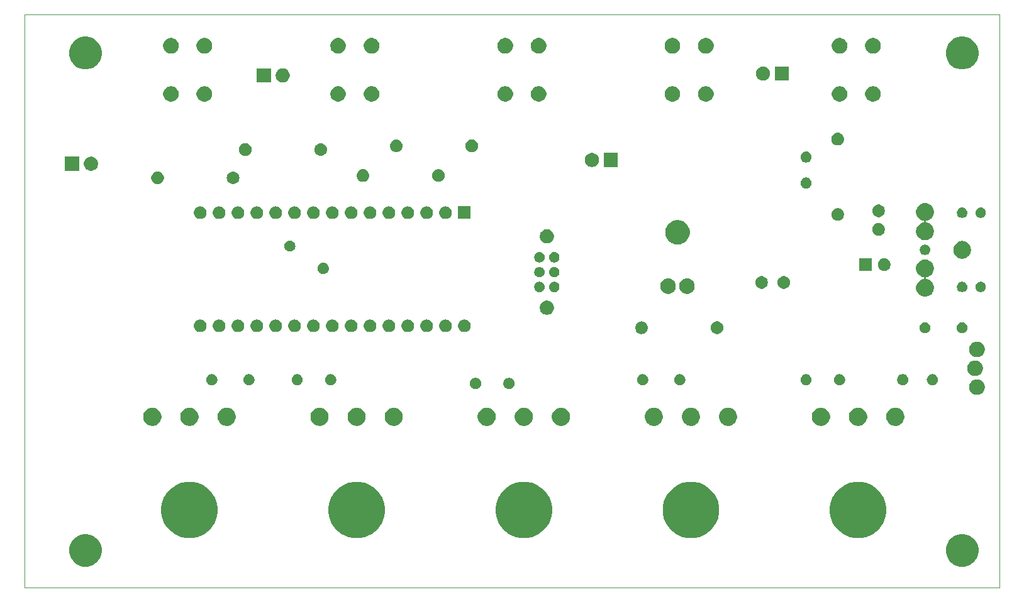
<source format=gbr>
G04 #@! TF.GenerationSoftware,KiCad,Pcbnew,(5.1.2)-1*
G04 #@! TF.CreationDate,2020-03-26T21:16:31-03:00*
G04 #@! TF.ProjectId,MintySynth,4d696e74-7953-4796-9e74-682e6b696361,rev?*
G04 #@! TF.SameCoordinates,Original*
G04 #@! TF.FileFunction,Soldermask,Top*
G04 #@! TF.FilePolarity,Negative*
%FSLAX46Y46*%
G04 Gerber Fmt 4.6, Leading zero omitted, Abs format (unit mm)*
G04 Created by KiCad (PCBNEW (5.1.2)-1) date 2020-03-26 21:16:31*
%MOMM*%
%LPD*%
G04 APERTURE LIST*
%ADD10C,0.050000*%
%ADD11C,0.100000*%
G04 APERTURE END LIST*
D10*
X82800000Y-113000000D02*
X82800000Y-35800000D01*
X86000000Y-113000000D02*
X82800000Y-113000000D01*
X214000000Y-35800000D02*
X82800000Y-35800000D01*
X214000000Y-113000000D02*
X214000000Y-35800000D01*
X86000000Y-113000000D02*
X214000000Y-113000000D01*
D11*
G36*
X209642007Y-105883582D02*
G01*
X210042563Y-106049498D01*
X210042565Y-106049499D01*
X210403056Y-106290371D01*
X210709629Y-106596944D01*
X210950501Y-106957435D01*
X210950502Y-106957437D01*
X211116418Y-107357993D01*
X211201000Y-107783219D01*
X211201000Y-108216781D01*
X211116418Y-108642007D01*
X210950502Y-109042563D01*
X210950501Y-109042565D01*
X210709629Y-109403056D01*
X210403056Y-109709629D01*
X210042565Y-109950501D01*
X210042564Y-109950502D01*
X210042563Y-109950502D01*
X209642007Y-110116418D01*
X209216781Y-110201000D01*
X208783219Y-110201000D01*
X208357993Y-110116418D01*
X207957437Y-109950502D01*
X207957436Y-109950502D01*
X207957435Y-109950501D01*
X207596944Y-109709629D01*
X207290371Y-109403056D01*
X207049499Y-109042565D01*
X207049498Y-109042563D01*
X206883582Y-108642007D01*
X206799000Y-108216781D01*
X206799000Y-107783219D01*
X206883582Y-107357993D01*
X207049498Y-106957437D01*
X207049499Y-106957435D01*
X207290371Y-106596944D01*
X207596944Y-106290371D01*
X207957435Y-106049499D01*
X207957437Y-106049498D01*
X208357993Y-105883582D01*
X208783219Y-105799000D01*
X209216781Y-105799000D01*
X209642007Y-105883582D01*
X209642007Y-105883582D01*
G37*
G36*
X91642007Y-105883582D02*
G01*
X92042563Y-106049498D01*
X92042565Y-106049499D01*
X92403056Y-106290371D01*
X92709629Y-106596944D01*
X92950501Y-106957435D01*
X92950502Y-106957437D01*
X93116418Y-107357993D01*
X93201000Y-107783219D01*
X93201000Y-108216781D01*
X93116418Y-108642007D01*
X92950502Y-109042563D01*
X92950501Y-109042565D01*
X92709629Y-109403056D01*
X92403056Y-109709629D01*
X92042565Y-109950501D01*
X92042564Y-109950502D01*
X92042563Y-109950502D01*
X91642007Y-110116418D01*
X91216781Y-110201000D01*
X90783219Y-110201000D01*
X90357993Y-110116418D01*
X89957437Y-109950502D01*
X89957436Y-109950502D01*
X89957435Y-109950501D01*
X89596944Y-109709629D01*
X89290371Y-109403056D01*
X89049499Y-109042565D01*
X89049498Y-109042563D01*
X88883582Y-108642007D01*
X88799000Y-108216781D01*
X88799000Y-107783219D01*
X88883582Y-107357993D01*
X89049498Y-106957437D01*
X89049499Y-106957435D01*
X89290371Y-106596944D01*
X89596944Y-106290371D01*
X89957435Y-106049499D01*
X89957437Y-106049498D01*
X90357993Y-105883582D01*
X90783219Y-105799000D01*
X91216781Y-105799000D01*
X91642007Y-105883582D01*
X91642007Y-105883582D01*
G37*
G36*
X173608710Y-98895070D02*
G01*
X174300447Y-99181597D01*
X174300448Y-99181598D01*
X174922996Y-99597571D01*
X175452429Y-100127004D01*
X175730374Y-100542978D01*
X175868403Y-100749553D01*
X176154930Y-101441290D01*
X176301000Y-102175633D01*
X176301000Y-102924367D01*
X176154930Y-103658710D01*
X175868403Y-104350447D01*
X175868402Y-104350448D01*
X175452429Y-104972996D01*
X174922996Y-105502429D01*
X174507022Y-105780374D01*
X174300447Y-105918403D01*
X173608710Y-106204930D01*
X172874367Y-106351000D01*
X172125633Y-106351000D01*
X171391290Y-106204930D01*
X170699553Y-105918403D01*
X170492978Y-105780374D01*
X170077004Y-105502429D01*
X169547571Y-104972996D01*
X169131598Y-104350448D01*
X169131597Y-104350447D01*
X168845070Y-103658710D01*
X168699000Y-102924367D01*
X168699000Y-102175633D01*
X168845070Y-101441290D01*
X169131597Y-100749553D01*
X169269626Y-100542978D01*
X169547571Y-100127004D01*
X170077004Y-99597571D01*
X170699552Y-99181598D01*
X170699553Y-99181597D01*
X171391290Y-98895070D01*
X172125633Y-98749000D01*
X172874367Y-98749000D01*
X173608710Y-98895070D01*
X173608710Y-98895070D01*
G37*
G36*
X128608710Y-98895070D02*
G01*
X129300447Y-99181597D01*
X129300448Y-99181598D01*
X129922996Y-99597571D01*
X130452429Y-100127004D01*
X130730374Y-100542978D01*
X130868403Y-100749553D01*
X131154930Y-101441290D01*
X131301000Y-102175633D01*
X131301000Y-102924367D01*
X131154930Y-103658710D01*
X130868403Y-104350447D01*
X130868402Y-104350448D01*
X130452429Y-104972996D01*
X129922996Y-105502429D01*
X129507022Y-105780374D01*
X129300447Y-105918403D01*
X128608710Y-106204930D01*
X127874367Y-106351000D01*
X127125633Y-106351000D01*
X126391290Y-106204930D01*
X125699553Y-105918403D01*
X125492978Y-105780374D01*
X125077004Y-105502429D01*
X124547571Y-104972996D01*
X124131598Y-104350448D01*
X124131597Y-104350447D01*
X123845070Y-103658710D01*
X123699000Y-102924367D01*
X123699000Y-102175633D01*
X123845070Y-101441290D01*
X124131597Y-100749553D01*
X124269626Y-100542978D01*
X124547571Y-100127004D01*
X125077004Y-99597571D01*
X125699552Y-99181598D01*
X125699553Y-99181597D01*
X126391290Y-98895070D01*
X127125633Y-98749000D01*
X127874367Y-98749000D01*
X128608710Y-98895070D01*
X128608710Y-98895070D01*
G37*
G36*
X106108710Y-98895070D02*
G01*
X106800447Y-99181597D01*
X106800448Y-99181598D01*
X107422996Y-99597571D01*
X107952429Y-100127004D01*
X108230374Y-100542978D01*
X108368403Y-100749553D01*
X108654930Y-101441290D01*
X108801000Y-102175633D01*
X108801000Y-102924367D01*
X108654930Y-103658710D01*
X108368403Y-104350447D01*
X108368402Y-104350448D01*
X107952429Y-104972996D01*
X107422996Y-105502429D01*
X107007022Y-105780374D01*
X106800447Y-105918403D01*
X106108710Y-106204930D01*
X105374367Y-106351000D01*
X104625633Y-106351000D01*
X103891290Y-106204930D01*
X103199553Y-105918403D01*
X102992978Y-105780374D01*
X102577004Y-105502429D01*
X102047571Y-104972996D01*
X101631598Y-104350448D01*
X101631597Y-104350447D01*
X101345070Y-103658710D01*
X101199000Y-102924367D01*
X101199000Y-102175633D01*
X101345070Y-101441290D01*
X101631597Y-100749553D01*
X101769626Y-100542978D01*
X102047571Y-100127004D01*
X102577004Y-99597571D01*
X103199552Y-99181598D01*
X103199553Y-99181597D01*
X103891290Y-98895070D01*
X104625633Y-98749000D01*
X105374367Y-98749000D01*
X106108710Y-98895070D01*
X106108710Y-98895070D01*
G37*
G36*
X196108710Y-98895070D02*
G01*
X196800447Y-99181597D01*
X196800448Y-99181598D01*
X197422996Y-99597571D01*
X197952429Y-100127004D01*
X198230374Y-100542978D01*
X198368403Y-100749553D01*
X198654930Y-101441290D01*
X198801000Y-102175633D01*
X198801000Y-102924367D01*
X198654930Y-103658710D01*
X198368403Y-104350447D01*
X198368402Y-104350448D01*
X197952429Y-104972996D01*
X197422996Y-105502429D01*
X197007022Y-105780374D01*
X196800447Y-105918403D01*
X196108710Y-106204930D01*
X195374367Y-106351000D01*
X194625633Y-106351000D01*
X193891290Y-106204930D01*
X193199553Y-105918403D01*
X192992978Y-105780374D01*
X192577004Y-105502429D01*
X192047571Y-104972996D01*
X191631598Y-104350448D01*
X191631597Y-104350447D01*
X191345070Y-103658710D01*
X191199000Y-102924367D01*
X191199000Y-102175633D01*
X191345070Y-101441290D01*
X191631597Y-100749553D01*
X191769626Y-100542978D01*
X192047571Y-100127004D01*
X192577004Y-99597571D01*
X193199552Y-99181598D01*
X193199553Y-99181597D01*
X193891290Y-98895070D01*
X194625633Y-98749000D01*
X195374367Y-98749000D01*
X196108710Y-98895070D01*
X196108710Y-98895070D01*
G37*
G36*
X151108710Y-98895070D02*
G01*
X151800447Y-99181597D01*
X151800448Y-99181598D01*
X152422996Y-99597571D01*
X152952429Y-100127004D01*
X153230374Y-100542978D01*
X153368403Y-100749553D01*
X153654930Y-101441290D01*
X153801000Y-102175633D01*
X153801000Y-102924367D01*
X153654930Y-103658710D01*
X153368403Y-104350447D01*
X153368402Y-104350448D01*
X152952429Y-104972996D01*
X152422996Y-105502429D01*
X152007022Y-105780374D01*
X151800447Y-105918403D01*
X151108710Y-106204930D01*
X150374367Y-106351000D01*
X149625633Y-106351000D01*
X148891290Y-106204930D01*
X148199553Y-105918403D01*
X147992978Y-105780374D01*
X147577004Y-105502429D01*
X147047571Y-104972996D01*
X146631598Y-104350448D01*
X146631597Y-104350447D01*
X146345070Y-103658710D01*
X146199000Y-102924367D01*
X146199000Y-102175633D01*
X146345070Y-101441290D01*
X146631597Y-100749553D01*
X146769626Y-100542978D01*
X147047571Y-100127004D01*
X147577004Y-99597571D01*
X148199552Y-99181598D01*
X148199553Y-99181597D01*
X148891290Y-98895070D01*
X149625633Y-98749000D01*
X150374367Y-98749000D01*
X151108710Y-98895070D01*
X151108710Y-98895070D01*
G37*
G36*
X195238205Y-88802461D02*
G01*
X195356153Y-88825922D01*
X195448194Y-88864047D01*
X195578359Y-88917963D01*
X195778342Y-89051587D01*
X195948413Y-89221658D01*
X196082037Y-89421641D01*
X196174078Y-89643848D01*
X196221000Y-89879741D01*
X196221000Y-90120259D01*
X196174078Y-90356152D01*
X196082037Y-90578359D01*
X195948413Y-90778342D01*
X195778342Y-90948413D01*
X195578359Y-91082037D01*
X195448194Y-91135953D01*
X195356153Y-91174078D01*
X195120259Y-91221000D01*
X194879741Y-91221000D01*
X194761795Y-91197539D01*
X194643847Y-91174078D01*
X194551806Y-91135953D01*
X194421641Y-91082037D01*
X194221658Y-90948413D01*
X194051587Y-90778342D01*
X193917963Y-90578359D01*
X193825922Y-90356152D01*
X193779000Y-90120259D01*
X193779000Y-89879741D01*
X193825922Y-89643848D01*
X193917963Y-89421641D01*
X194051587Y-89221658D01*
X194221658Y-89051587D01*
X194421641Y-88917963D01*
X194551806Y-88864047D01*
X194643847Y-88825922D01*
X194761795Y-88802461D01*
X194879741Y-88779000D01*
X195120259Y-88779000D01*
X195238205Y-88802461D01*
X195238205Y-88802461D01*
G37*
G36*
X200238205Y-88802461D02*
G01*
X200356153Y-88825922D01*
X200448194Y-88864047D01*
X200578359Y-88917963D01*
X200778342Y-89051587D01*
X200948413Y-89221658D01*
X201082037Y-89421641D01*
X201174078Y-89643848D01*
X201221000Y-89879741D01*
X201221000Y-90120259D01*
X201174078Y-90356152D01*
X201082037Y-90578359D01*
X200948413Y-90778342D01*
X200778342Y-90948413D01*
X200578359Y-91082037D01*
X200448194Y-91135953D01*
X200356153Y-91174078D01*
X200120259Y-91221000D01*
X199879741Y-91221000D01*
X199761795Y-91197539D01*
X199643847Y-91174078D01*
X199551806Y-91135953D01*
X199421641Y-91082037D01*
X199221658Y-90948413D01*
X199051587Y-90778342D01*
X198917963Y-90578359D01*
X198825922Y-90356152D01*
X198779000Y-90120259D01*
X198779000Y-89879741D01*
X198825922Y-89643848D01*
X198917963Y-89421641D01*
X199051587Y-89221658D01*
X199221658Y-89051587D01*
X199421641Y-88917963D01*
X199551806Y-88864047D01*
X199643847Y-88825922D01*
X199761795Y-88802461D01*
X199879741Y-88779000D01*
X200120259Y-88779000D01*
X200238205Y-88802461D01*
X200238205Y-88802461D01*
G37*
G36*
X167738205Y-88802461D02*
G01*
X167856153Y-88825922D01*
X167948194Y-88864047D01*
X168078359Y-88917963D01*
X168278342Y-89051587D01*
X168448413Y-89221658D01*
X168582037Y-89421641D01*
X168674078Y-89643848D01*
X168721000Y-89879741D01*
X168721000Y-90120259D01*
X168674078Y-90356152D01*
X168582037Y-90578359D01*
X168448413Y-90778342D01*
X168278342Y-90948413D01*
X168078359Y-91082037D01*
X167948194Y-91135953D01*
X167856153Y-91174078D01*
X167620259Y-91221000D01*
X167379741Y-91221000D01*
X167261795Y-91197539D01*
X167143847Y-91174078D01*
X167051806Y-91135953D01*
X166921641Y-91082037D01*
X166721658Y-90948413D01*
X166551587Y-90778342D01*
X166417963Y-90578359D01*
X166325922Y-90356152D01*
X166279000Y-90120259D01*
X166279000Y-89879741D01*
X166325922Y-89643848D01*
X166417963Y-89421641D01*
X166551587Y-89221658D01*
X166721658Y-89051587D01*
X166921641Y-88917963D01*
X167051806Y-88864047D01*
X167143847Y-88825922D01*
X167261795Y-88802461D01*
X167379741Y-88779000D01*
X167620259Y-88779000D01*
X167738205Y-88802461D01*
X167738205Y-88802461D01*
G37*
G36*
X172738205Y-88802461D02*
G01*
X172856153Y-88825922D01*
X172948194Y-88864047D01*
X173078359Y-88917963D01*
X173278342Y-89051587D01*
X173448413Y-89221658D01*
X173582037Y-89421641D01*
X173674078Y-89643848D01*
X173721000Y-89879741D01*
X173721000Y-90120259D01*
X173674078Y-90356152D01*
X173582037Y-90578359D01*
X173448413Y-90778342D01*
X173278342Y-90948413D01*
X173078359Y-91082037D01*
X172948194Y-91135953D01*
X172856153Y-91174078D01*
X172620259Y-91221000D01*
X172379741Y-91221000D01*
X172261795Y-91197539D01*
X172143847Y-91174078D01*
X172051806Y-91135953D01*
X171921641Y-91082037D01*
X171721658Y-90948413D01*
X171551587Y-90778342D01*
X171417963Y-90578359D01*
X171325922Y-90356152D01*
X171279000Y-90120259D01*
X171279000Y-89879741D01*
X171325922Y-89643848D01*
X171417963Y-89421641D01*
X171551587Y-89221658D01*
X171721658Y-89051587D01*
X171921641Y-88917963D01*
X172051806Y-88864047D01*
X172143847Y-88825922D01*
X172261795Y-88802461D01*
X172379741Y-88779000D01*
X172620259Y-88779000D01*
X172738205Y-88802461D01*
X172738205Y-88802461D01*
G37*
G36*
X100238205Y-88802461D02*
G01*
X100356153Y-88825922D01*
X100448194Y-88864047D01*
X100578359Y-88917963D01*
X100778342Y-89051587D01*
X100948413Y-89221658D01*
X101082037Y-89421641D01*
X101174078Y-89643848D01*
X101221000Y-89879741D01*
X101221000Y-90120259D01*
X101174078Y-90356152D01*
X101082037Y-90578359D01*
X100948413Y-90778342D01*
X100778342Y-90948413D01*
X100578359Y-91082037D01*
X100448194Y-91135953D01*
X100356153Y-91174078D01*
X100120259Y-91221000D01*
X99879741Y-91221000D01*
X99761795Y-91197539D01*
X99643847Y-91174078D01*
X99551806Y-91135953D01*
X99421641Y-91082037D01*
X99221658Y-90948413D01*
X99051587Y-90778342D01*
X98917963Y-90578359D01*
X98825922Y-90356152D01*
X98779000Y-90120259D01*
X98779000Y-89879741D01*
X98825922Y-89643848D01*
X98917963Y-89421641D01*
X99051587Y-89221658D01*
X99221658Y-89051587D01*
X99421641Y-88917963D01*
X99551806Y-88864047D01*
X99643847Y-88825922D01*
X99761795Y-88802461D01*
X99879741Y-88779000D01*
X100120259Y-88779000D01*
X100238205Y-88802461D01*
X100238205Y-88802461D01*
G37*
G36*
X105238205Y-88802461D02*
G01*
X105356153Y-88825922D01*
X105448194Y-88864047D01*
X105578359Y-88917963D01*
X105778342Y-89051587D01*
X105948413Y-89221658D01*
X106082037Y-89421641D01*
X106174078Y-89643848D01*
X106221000Y-89879741D01*
X106221000Y-90120259D01*
X106174078Y-90356152D01*
X106082037Y-90578359D01*
X105948413Y-90778342D01*
X105778342Y-90948413D01*
X105578359Y-91082037D01*
X105448194Y-91135953D01*
X105356153Y-91174078D01*
X105120259Y-91221000D01*
X104879741Y-91221000D01*
X104761795Y-91197539D01*
X104643847Y-91174078D01*
X104551806Y-91135953D01*
X104421641Y-91082037D01*
X104221658Y-90948413D01*
X104051587Y-90778342D01*
X103917963Y-90578359D01*
X103825922Y-90356152D01*
X103779000Y-90120259D01*
X103779000Y-89879741D01*
X103825922Y-89643848D01*
X103917963Y-89421641D01*
X104051587Y-89221658D01*
X104221658Y-89051587D01*
X104421641Y-88917963D01*
X104551806Y-88864047D01*
X104643847Y-88825922D01*
X104761795Y-88802461D01*
X104879741Y-88779000D01*
X105120259Y-88779000D01*
X105238205Y-88802461D01*
X105238205Y-88802461D01*
G37*
G36*
X110238205Y-88802461D02*
G01*
X110356153Y-88825922D01*
X110448194Y-88864047D01*
X110578359Y-88917963D01*
X110778342Y-89051587D01*
X110948413Y-89221658D01*
X111082037Y-89421641D01*
X111174078Y-89643848D01*
X111221000Y-89879741D01*
X111221000Y-90120259D01*
X111174078Y-90356152D01*
X111082037Y-90578359D01*
X110948413Y-90778342D01*
X110778342Y-90948413D01*
X110578359Y-91082037D01*
X110448194Y-91135953D01*
X110356153Y-91174078D01*
X110120259Y-91221000D01*
X109879741Y-91221000D01*
X109761795Y-91197539D01*
X109643847Y-91174078D01*
X109551806Y-91135953D01*
X109421641Y-91082037D01*
X109221658Y-90948413D01*
X109051587Y-90778342D01*
X108917963Y-90578359D01*
X108825922Y-90356152D01*
X108779000Y-90120259D01*
X108779000Y-89879741D01*
X108825922Y-89643848D01*
X108917963Y-89421641D01*
X109051587Y-89221658D01*
X109221658Y-89051587D01*
X109421641Y-88917963D01*
X109551806Y-88864047D01*
X109643847Y-88825922D01*
X109761795Y-88802461D01*
X109879741Y-88779000D01*
X110120259Y-88779000D01*
X110238205Y-88802461D01*
X110238205Y-88802461D01*
G37*
G36*
X127738205Y-88802461D02*
G01*
X127856153Y-88825922D01*
X127948194Y-88864047D01*
X128078359Y-88917963D01*
X128278342Y-89051587D01*
X128448413Y-89221658D01*
X128582037Y-89421641D01*
X128674078Y-89643848D01*
X128721000Y-89879741D01*
X128721000Y-90120259D01*
X128674078Y-90356152D01*
X128582037Y-90578359D01*
X128448413Y-90778342D01*
X128278342Y-90948413D01*
X128078359Y-91082037D01*
X127948194Y-91135953D01*
X127856153Y-91174078D01*
X127620259Y-91221000D01*
X127379741Y-91221000D01*
X127261795Y-91197539D01*
X127143847Y-91174078D01*
X127051806Y-91135953D01*
X126921641Y-91082037D01*
X126721658Y-90948413D01*
X126551587Y-90778342D01*
X126417963Y-90578359D01*
X126325922Y-90356152D01*
X126279000Y-90120259D01*
X126279000Y-89879741D01*
X126325922Y-89643848D01*
X126417963Y-89421641D01*
X126551587Y-89221658D01*
X126721658Y-89051587D01*
X126921641Y-88917963D01*
X127051806Y-88864047D01*
X127143847Y-88825922D01*
X127261795Y-88802461D01*
X127379741Y-88779000D01*
X127620259Y-88779000D01*
X127738205Y-88802461D01*
X127738205Y-88802461D01*
G37*
G36*
X122738205Y-88802461D02*
G01*
X122856153Y-88825922D01*
X122948194Y-88864047D01*
X123078359Y-88917963D01*
X123278342Y-89051587D01*
X123448413Y-89221658D01*
X123582037Y-89421641D01*
X123674078Y-89643848D01*
X123721000Y-89879741D01*
X123721000Y-90120259D01*
X123674078Y-90356152D01*
X123582037Y-90578359D01*
X123448413Y-90778342D01*
X123278342Y-90948413D01*
X123078359Y-91082037D01*
X122948194Y-91135953D01*
X122856153Y-91174078D01*
X122620259Y-91221000D01*
X122379741Y-91221000D01*
X122261795Y-91197539D01*
X122143847Y-91174078D01*
X122051806Y-91135953D01*
X121921641Y-91082037D01*
X121721658Y-90948413D01*
X121551587Y-90778342D01*
X121417963Y-90578359D01*
X121325922Y-90356152D01*
X121279000Y-90120259D01*
X121279000Y-89879741D01*
X121325922Y-89643848D01*
X121417963Y-89421641D01*
X121551587Y-89221658D01*
X121721658Y-89051587D01*
X121921641Y-88917963D01*
X122051806Y-88864047D01*
X122143847Y-88825922D01*
X122261795Y-88802461D01*
X122379741Y-88779000D01*
X122620259Y-88779000D01*
X122738205Y-88802461D01*
X122738205Y-88802461D01*
G37*
G36*
X190238205Y-88802461D02*
G01*
X190356153Y-88825922D01*
X190448194Y-88864047D01*
X190578359Y-88917963D01*
X190778342Y-89051587D01*
X190948413Y-89221658D01*
X191082037Y-89421641D01*
X191174078Y-89643848D01*
X191221000Y-89879741D01*
X191221000Y-90120259D01*
X191174078Y-90356152D01*
X191082037Y-90578359D01*
X190948413Y-90778342D01*
X190778342Y-90948413D01*
X190578359Y-91082037D01*
X190448194Y-91135953D01*
X190356153Y-91174078D01*
X190120259Y-91221000D01*
X189879741Y-91221000D01*
X189761795Y-91197539D01*
X189643847Y-91174078D01*
X189551806Y-91135953D01*
X189421641Y-91082037D01*
X189221658Y-90948413D01*
X189051587Y-90778342D01*
X188917963Y-90578359D01*
X188825922Y-90356152D01*
X188779000Y-90120259D01*
X188779000Y-89879741D01*
X188825922Y-89643848D01*
X188917963Y-89421641D01*
X189051587Y-89221658D01*
X189221658Y-89051587D01*
X189421641Y-88917963D01*
X189551806Y-88864047D01*
X189643847Y-88825922D01*
X189761795Y-88802461D01*
X189879741Y-88779000D01*
X190120259Y-88779000D01*
X190238205Y-88802461D01*
X190238205Y-88802461D01*
G37*
G36*
X177738205Y-88802461D02*
G01*
X177856153Y-88825922D01*
X177948194Y-88864047D01*
X178078359Y-88917963D01*
X178278342Y-89051587D01*
X178448413Y-89221658D01*
X178582037Y-89421641D01*
X178674078Y-89643848D01*
X178721000Y-89879741D01*
X178721000Y-90120259D01*
X178674078Y-90356152D01*
X178582037Y-90578359D01*
X178448413Y-90778342D01*
X178278342Y-90948413D01*
X178078359Y-91082037D01*
X177948194Y-91135953D01*
X177856153Y-91174078D01*
X177620259Y-91221000D01*
X177379741Y-91221000D01*
X177261795Y-91197539D01*
X177143847Y-91174078D01*
X177051806Y-91135953D01*
X176921641Y-91082037D01*
X176721658Y-90948413D01*
X176551587Y-90778342D01*
X176417963Y-90578359D01*
X176325922Y-90356152D01*
X176279000Y-90120259D01*
X176279000Y-89879741D01*
X176325922Y-89643848D01*
X176417963Y-89421641D01*
X176551587Y-89221658D01*
X176721658Y-89051587D01*
X176921641Y-88917963D01*
X177051806Y-88864047D01*
X177143847Y-88825922D01*
X177261795Y-88802461D01*
X177379741Y-88779000D01*
X177620259Y-88779000D01*
X177738205Y-88802461D01*
X177738205Y-88802461D01*
G37*
G36*
X145238205Y-88802461D02*
G01*
X145356153Y-88825922D01*
X145448194Y-88864047D01*
X145578359Y-88917963D01*
X145778342Y-89051587D01*
X145948413Y-89221658D01*
X146082037Y-89421641D01*
X146174078Y-89643848D01*
X146221000Y-89879741D01*
X146221000Y-90120259D01*
X146174078Y-90356152D01*
X146082037Y-90578359D01*
X145948413Y-90778342D01*
X145778342Y-90948413D01*
X145578359Y-91082037D01*
X145448194Y-91135953D01*
X145356153Y-91174078D01*
X145120259Y-91221000D01*
X144879741Y-91221000D01*
X144761795Y-91197539D01*
X144643847Y-91174078D01*
X144551806Y-91135953D01*
X144421641Y-91082037D01*
X144221658Y-90948413D01*
X144051587Y-90778342D01*
X143917963Y-90578359D01*
X143825922Y-90356152D01*
X143779000Y-90120259D01*
X143779000Y-89879741D01*
X143825922Y-89643848D01*
X143917963Y-89421641D01*
X144051587Y-89221658D01*
X144221658Y-89051587D01*
X144421641Y-88917963D01*
X144551806Y-88864047D01*
X144643847Y-88825922D01*
X144761795Y-88802461D01*
X144879741Y-88779000D01*
X145120259Y-88779000D01*
X145238205Y-88802461D01*
X145238205Y-88802461D01*
G37*
G36*
X150238205Y-88802461D02*
G01*
X150356153Y-88825922D01*
X150448194Y-88864047D01*
X150578359Y-88917963D01*
X150778342Y-89051587D01*
X150948413Y-89221658D01*
X151082037Y-89421641D01*
X151174078Y-89643848D01*
X151221000Y-89879741D01*
X151221000Y-90120259D01*
X151174078Y-90356152D01*
X151082037Y-90578359D01*
X150948413Y-90778342D01*
X150778342Y-90948413D01*
X150578359Y-91082037D01*
X150448194Y-91135953D01*
X150356153Y-91174078D01*
X150120259Y-91221000D01*
X149879741Y-91221000D01*
X149761795Y-91197539D01*
X149643847Y-91174078D01*
X149551806Y-91135953D01*
X149421641Y-91082037D01*
X149221658Y-90948413D01*
X149051587Y-90778342D01*
X148917963Y-90578359D01*
X148825922Y-90356152D01*
X148779000Y-90120259D01*
X148779000Y-89879741D01*
X148825922Y-89643848D01*
X148917963Y-89421641D01*
X149051587Y-89221658D01*
X149221658Y-89051587D01*
X149421641Y-88917963D01*
X149551806Y-88864047D01*
X149643847Y-88825922D01*
X149761795Y-88802461D01*
X149879741Y-88779000D01*
X150120259Y-88779000D01*
X150238205Y-88802461D01*
X150238205Y-88802461D01*
G37*
G36*
X155238205Y-88802461D02*
G01*
X155356153Y-88825922D01*
X155448194Y-88864047D01*
X155578359Y-88917963D01*
X155778342Y-89051587D01*
X155948413Y-89221658D01*
X156082037Y-89421641D01*
X156174078Y-89643848D01*
X156221000Y-89879741D01*
X156221000Y-90120259D01*
X156174078Y-90356152D01*
X156082037Y-90578359D01*
X155948413Y-90778342D01*
X155778342Y-90948413D01*
X155578359Y-91082037D01*
X155448194Y-91135953D01*
X155356153Y-91174078D01*
X155120259Y-91221000D01*
X154879741Y-91221000D01*
X154761795Y-91197539D01*
X154643847Y-91174078D01*
X154551806Y-91135953D01*
X154421641Y-91082037D01*
X154221658Y-90948413D01*
X154051587Y-90778342D01*
X153917963Y-90578359D01*
X153825922Y-90356152D01*
X153779000Y-90120259D01*
X153779000Y-89879741D01*
X153825922Y-89643848D01*
X153917963Y-89421641D01*
X154051587Y-89221658D01*
X154221658Y-89051587D01*
X154421641Y-88917963D01*
X154551806Y-88864047D01*
X154643847Y-88825922D01*
X154761795Y-88802461D01*
X154879741Y-88779000D01*
X155120259Y-88779000D01*
X155238205Y-88802461D01*
X155238205Y-88802461D01*
G37*
G36*
X132738205Y-88802461D02*
G01*
X132856153Y-88825922D01*
X132948194Y-88864047D01*
X133078359Y-88917963D01*
X133278342Y-89051587D01*
X133448413Y-89221658D01*
X133582037Y-89421641D01*
X133674078Y-89643848D01*
X133721000Y-89879741D01*
X133721000Y-90120259D01*
X133674078Y-90356152D01*
X133582037Y-90578359D01*
X133448413Y-90778342D01*
X133278342Y-90948413D01*
X133078359Y-91082037D01*
X132948194Y-91135953D01*
X132856153Y-91174078D01*
X132620259Y-91221000D01*
X132379741Y-91221000D01*
X132261795Y-91197539D01*
X132143847Y-91174078D01*
X132051806Y-91135953D01*
X131921641Y-91082037D01*
X131721658Y-90948413D01*
X131551587Y-90778342D01*
X131417963Y-90578359D01*
X131325922Y-90356152D01*
X131279000Y-90120259D01*
X131279000Y-89879741D01*
X131325922Y-89643848D01*
X131417963Y-89421641D01*
X131551587Y-89221658D01*
X131721658Y-89051587D01*
X131921641Y-88917963D01*
X132051806Y-88864047D01*
X132143847Y-88825922D01*
X132261795Y-88802461D01*
X132379741Y-88779000D01*
X132620259Y-88779000D01*
X132738205Y-88802461D01*
X132738205Y-88802461D01*
G37*
G36*
X211303765Y-84998620D02*
G01*
X211485672Y-85073968D01*
X211493288Y-85077123D01*
X211663854Y-85191092D01*
X211808908Y-85336146D01*
X211922877Y-85506712D01*
X212001380Y-85696235D01*
X212041400Y-85897431D01*
X212041400Y-86102569D01*
X212001380Y-86303765D01*
X211922877Y-86493288D01*
X211808908Y-86663854D01*
X211663854Y-86808908D01*
X211493288Y-86922877D01*
X211493287Y-86922878D01*
X211493286Y-86922878D01*
X211303765Y-87001380D01*
X211102570Y-87041400D01*
X210897430Y-87041400D01*
X210696235Y-87001380D01*
X210506714Y-86922878D01*
X210506713Y-86922878D01*
X210506712Y-86922877D01*
X210336146Y-86808908D01*
X210191092Y-86663854D01*
X210077123Y-86493288D01*
X209998620Y-86303765D01*
X209958600Y-86102569D01*
X209958600Y-85897431D01*
X209998620Y-85696235D01*
X210077123Y-85506712D01*
X210191092Y-85336146D01*
X210336146Y-85191092D01*
X210506712Y-85077123D01*
X210514329Y-85073968D01*
X210696235Y-84998620D01*
X210897430Y-84958600D01*
X211102570Y-84958600D01*
X211303765Y-84998620D01*
X211303765Y-84998620D01*
G37*
G36*
X143719059Y-84777860D02*
G01*
X143855732Y-84834472D01*
X143978735Y-84916660D01*
X144083340Y-85021265D01*
X144083341Y-85021267D01*
X144165529Y-85144270D01*
X144222140Y-85280941D01*
X144251000Y-85426032D01*
X144251000Y-85573968D01*
X144232788Y-85665528D01*
X144222140Y-85719059D01*
X144165528Y-85855732D01*
X144083340Y-85978735D01*
X143978735Y-86083340D01*
X143855732Y-86165528D01*
X143855731Y-86165529D01*
X143855730Y-86165529D01*
X143719059Y-86222140D01*
X143573968Y-86251000D01*
X143426032Y-86251000D01*
X143280941Y-86222140D01*
X143144270Y-86165529D01*
X143144269Y-86165529D01*
X143144268Y-86165528D01*
X143021265Y-86083340D01*
X142916660Y-85978735D01*
X142834472Y-85855732D01*
X142777860Y-85719059D01*
X142767212Y-85665528D01*
X142749000Y-85573968D01*
X142749000Y-85426032D01*
X142777860Y-85280941D01*
X142834471Y-85144270D01*
X142916659Y-85021267D01*
X142916660Y-85021265D01*
X143021265Y-84916660D01*
X143144268Y-84834472D01*
X143280941Y-84777860D01*
X143426032Y-84749000D01*
X143573968Y-84749000D01*
X143719059Y-84777860D01*
X143719059Y-84777860D01*
G37*
G36*
X148219059Y-84777860D02*
G01*
X148355732Y-84834472D01*
X148478735Y-84916660D01*
X148583340Y-85021265D01*
X148583341Y-85021267D01*
X148665529Y-85144270D01*
X148722140Y-85280941D01*
X148751000Y-85426032D01*
X148751000Y-85573968D01*
X148732788Y-85665528D01*
X148722140Y-85719059D01*
X148665528Y-85855732D01*
X148583340Y-85978735D01*
X148478735Y-86083340D01*
X148355732Y-86165528D01*
X148355731Y-86165529D01*
X148355730Y-86165529D01*
X148219059Y-86222140D01*
X148073968Y-86251000D01*
X147926032Y-86251000D01*
X147780941Y-86222140D01*
X147644270Y-86165529D01*
X147644269Y-86165529D01*
X147644268Y-86165528D01*
X147521265Y-86083340D01*
X147416660Y-85978735D01*
X147334472Y-85855732D01*
X147277860Y-85719059D01*
X147267212Y-85665528D01*
X147249000Y-85573968D01*
X147249000Y-85426032D01*
X147277860Y-85280941D01*
X147334471Y-85144270D01*
X147416659Y-85021267D01*
X147416660Y-85021265D01*
X147521265Y-84916660D01*
X147644268Y-84834472D01*
X147780941Y-84777860D01*
X147926032Y-84749000D01*
X148073968Y-84749000D01*
X148219059Y-84777860D01*
X148219059Y-84777860D01*
G37*
G36*
X108219059Y-84277860D02*
G01*
X108355732Y-84334472D01*
X108478735Y-84416660D01*
X108583340Y-84521265D01*
X108583341Y-84521267D01*
X108665529Y-84644270D01*
X108722140Y-84780941D01*
X108751000Y-84926032D01*
X108751000Y-85073968D01*
X108750372Y-85077123D01*
X108722140Y-85219059D01*
X108665528Y-85355732D01*
X108583340Y-85478735D01*
X108478735Y-85583340D01*
X108355732Y-85665528D01*
X108355731Y-85665529D01*
X108355730Y-85665529D01*
X108219059Y-85722140D01*
X108073968Y-85751000D01*
X107926032Y-85751000D01*
X107780941Y-85722140D01*
X107644270Y-85665529D01*
X107644269Y-85665529D01*
X107644268Y-85665528D01*
X107521265Y-85583340D01*
X107416660Y-85478735D01*
X107334472Y-85355732D01*
X107277860Y-85219059D01*
X107249628Y-85077123D01*
X107249000Y-85073968D01*
X107249000Y-84926032D01*
X107277860Y-84780941D01*
X107334471Y-84644270D01*
X107416659Y-84521267D01*
X107416660Y-84521265D01*
X107521265Y-84416660D01*
X107644268Y-84334472D01*
X107780941Y-84277860D01*
X107926032Y-84249000D01*
X108073968Y-84249000D01*
X108219059Y-84277860D01*
X108219059Y-84277860D01*
G37*
G36*
X188219059Y-84277860D02*
G01*
X188355732Y-84334472D01*
X188478735Y-84416660D01*
X188583340Y-84521265D01*
X188583341Y-84521267D01*
X188665529Y-84644270D01*
X188722140Y-84780941D01*
X188751000Y-84926032D01*
X188751000Y-85073968D01*
X188750372Y-85077123D01*
X188722140Y-85219059D01*
X188665528Y-85355732D01*
X188583340Y-85478735D01*
X188478735Y-85583340D01*
X188355732Y-85665528D01*
X188355731Y-85665529D01*
X188355730Y-85665529D01*
X188219059Y-85722140D01*
X188073968Y-85751000D01*
X187926032Y-85751000D01*
X187780941Y-85722140D01*
X187644270Y-85665529D01*
X187644269Y-85665529D01*
X187644268Y-85665528D01*
X187521265Y-85583340D01*
X187416660Y-85478735D01*
X187334472Y-85355732D01*
X187277860Y-85219059D01*
X187249628Y-85077123D01*
X187249000Y-85073968D01*
X187249000Y-84926032D01*
X187277860Y-84780941D01*
X187334471Y-84644270D01*
X187416659Y-84521267D01*
X187416660Y-84521265D01*
X187521265Y-84416660D01*
X187644268Y-84334472D01*
X187780941Y-84277860D01*
X187926032Y-84249000D01*
X188073968Y-84249000D01*
X188219059Y-84277860D01*
X188219059Y-84277860D01*
G37*
G36*
X113219059Y-84277860D02*
G01*
X113355732Y-84334472D01*
X113478735Y-84416660D01*
X113583340Y-84521265D01*
X113583341Y-84521267D01*
X113665529Y-84644270D01*
X113722140Y-84780941D01*
X113751000Y-84926032D01*
X113751000Y-85073968D01*
X113750372Y-85077123D01*
X113722140Y-85219059D01*
X113665528Y-85355732D01*
X113583340Y-85478735D01*
X113478735Y-85583340D01*
X113355732Y-85665528D01*
X113355731Y-85665529D01*
X113355730Y-85665529D01*
X113219059Y-85722140D01*
X113073968Y-85751000D01*
X112926032Y-85751000D01*
X112780941Y-85722140D01*
X112644270Y-85665529D01*
X112644269Y-85665529D01*
X112644268Y-85665528D01*
X112521265Y-85583340D01*
X112416660Y-85478735D01*
X112334472Y-85355732D01*
X112277860Y-85219059D01*
X112249628Y-85077123D01*
X112249000Y-85073968D01*
X112249000Y-84926032D01*
X112277860Y-84780941D01*
X112334471Y-84644270D01*
X112416659Y-84521267D01*
X112416660Y-84521265D01*
X112521265Y-84416660D01*
X112644268Y-84334472D01*
X112780941Y-84277860D01*
X112926032Y-84249000D01*
X113073968Y-84249000D01*
X113219059Y-84277860D01*
X113219059Y-84277860D01*
G37*
G36*
X124219059Y-84277860D02*
G01*
X124355732Y-84334472D01*
X124478735Y-84416660D01*
X124583340Y-84521265D01*
X124583341Y-84521267D01*
X124665529Y-84644270D01*
X124722140Y-84780941D01*
X124751000Y-84926032D01*
X124751000Y-85073968D01*
X124750372Y-85077123D01*
X124722140Y-85219059D01*
X124665528Y-85355732D01*
X124583340Y-85478735D01*
X124478735Y-85583340D01*
X124355732Y-85665528D01*
X124355731Y-85665529D01*
X124355730Y-85665529D01*
X124219059Y-85722140D01*
X124073968Y-85751000D01*
X123926032Y-85751000D01*
X123780941Y-85722140D01*
X123644270Y-85665529D01*
X123644269Y-85665529D01*
X123644268Y-85665528D01*
X123521265Y-85583340D01*
X123416660Y-85478735D01*
X123334472Y-85355732D01*
X123277860Y-85219059D01*
X123249628Y-85077123D01*
X123249000Y-85073968D01*
X123249000Y-84926032D01*
X123277860Y-84780941D01*
X123334471Y-84644270D01*
X123416659Y-84521267D01*
X123416660Y-84521265D01*
X123521265Y-84416660D01*
X123644268Y-84334472D01*
X123780941Y-84277860D01*
X123926032Y-84249000D01*
X124073968Y-84249000D01*
X124219059Y-84277860D01*
X124219059Y-84277860D01*
G37*
G36*
X119719059Y-84277860D02*
G01*
X119855732Y-84334472D01*
X119978735Y-84416660D01*
X120083340Y-84521265D01*
X120083341Y-84521267D01*
X120165529Y-84644270D01*
X120222140Y-84780941D01*
X120251000Y-84926032D01*
X120251000Y-85073968D01*
X120250372Y-85077123D01*
X120222140Y-85219059D01*
X120165528Y-85355732D01*
X120083340Y-85478735D01*
X119978735Y-85583340D01*
X119855732Y-85665528D01*
X119855731Y-85665529D01*
X119855730Y-85665529D01*
X119719059Y-85722140D01*
X119573968Y-85751000D01*
X119426032Y-85751000D01*
X119280941Y-85722140D01*
X119144270Y-85665529D01*
X119144269Y-85665529D01*
X119144268Y-85665528D01*
X119021265Y-85583340D01*
X118916660Y-85478735D01*
X118834472Y-85355732D01*
X118777860Y-85219059D01*
X118749628Y-85077123D01*
X118749000Y-85073968D01*
X118749000Y-84926032D01*
X118777860Y-84780941D01*
X118834471Y-84644270D01*
X118916659Y-84521267D01*
X118916660Y-84521265D01*
X119021265Y-84416660D01*
X119144268Y-84334472D01*
X119280941Y-84277860D01*
X119426032Y-84249000D01*
X119573968Y-84249000D01*
X119719059Y-84277860D01*
X119719059Y-84277860D01*
G37*
G36*
X166219059Y-84277860D02*
G01*
X166355732Y-84334472D01*
X166478735Y-84416660D01*
X166583340Y-84521265D01*
X166583341Y-84521267D01*
X166665529Y-84644270D01*
X166722140Y-84780941D01*
X166751000Y-84926032D01*
X166751000Y-85073968D01*
X166750372Y-85077123D01*
X166722140Y-85219059D01*
X166665528Y-85355732D01*
X166583340Y-85478735D01*
X166478735Y-85583340D01*
X166355732Y-85665528D01*
X166355731Y-85665529D01*
X166355730Y-85665529D01*
X166219059Y-85722140D01*
X166073968Y-85751000D01*
X165926032Y-85751000D01*
X165780941Y-85722140D01*
X165644270Y-85665529D01*
X165644269Y-85665529D01*
X165644268Y-85665528D01*
X165521265Y-85583340D01*
X165416660Y-85478735D01*
X165334472Y-85355732D01*
X165277860Y-85219059D01*
X165249628Y-85077123D01*
X165249000Y-85073968D01*
X165249000Y-84926032D01*
X165277860Y-84780941D01*
X165334471Y-84644270D01*
X165416659Y-84521267D01*
X165416660Y-84521265D01*
X165521265Y-84416660D01*
X165644268Y-84334472D01*
X165780941Y-84277860D01*
X165926032Y-84249000D01*
X166073968Y-84249000D01*
X166219059Y-84277860D01*
X166219059Y-84277860D01*
G37*
G36*
X205219059Y-84277860D02*
G01*
X205355732Y-84334472D01*
X205478735Y-84416660D01*
X205583340Y-84521265D01*
X205583341Y-84521267D01*
X205665529Y-84644270D01*
X205722140Y-84780941D01*
X205751000Y-84926032D01*
X205751000Y-85073968D01*
X205750372Y-85077123D01*
X205722140Y-85219059D01*
X205665528Y-85355732D01*
X205583340Y-85478735D01*
X205478735Y-85583340D01*
X205355732Y-85665528D01*
X205355731Y-85665529D01*
X205355730Y-85665529D01*
X205219059Y-85722140D01*
X205073968Y-85751000D01*
X204926032Y-85751000D01*
X204780941Y-85722140D01*
X204644270Y-85665529D01*
X204644269Y-85665529D01*
X204644268Y-85665528D01*
X204521265Y-85583340D01*
X204416660Y-85478735D01*
X204334472Y-85355732D01*
X204277860Y-85219059D01*
X204249628Y-85077123D01*
X204249000Y-85073968D01*
X204249000Y-84926032D01*
X204277860Y-84780941D01*
X204334471Y-84644270D01*
X204416659Y-84521267D01*
X204416660Y-84521265D01*
X204521265Y-84416660D01*
X204644268Y-84334472D01*
X204780941Y-84277860D01*
X204926032Y-84249000D01*
X205073968Y-84249000D01*
X205219059Y-84277860D01*
X205219059Y-84277860D01*
G37*
G36*
X201219059Y-84277860D02*
G01*
X201355732Y-84334472D01*
X201478735Y-84416660D01*
X201583340Y-84521265D01*
X201583341Y-84521267D01*
X201665529Y-84644270D01*
X201722140Y-84780941D01*
X201751000Y-84926032D01*
X201751000Y-85073968D01*
X201750372Y-85077123D01*
X201722140Y-85219059D01*
X201665528Y-85355732D01*
X201583340Y-85478735D01*
X201478735Y-85583340D01*
X201355732Y-85665528D01*
X201355731Y-85665529D01*
X201355730Y-85665529D01*
X201219059Y-85722140D01*
X201073968Y-85751000D01*
X200926032Y-85751000D01*
X200780941Y-85722140D01*
X200644270Y-85665529D01*
X200644269Y-85665529D01*
X200644268Y-85665528D01*
X200521265Y-85583340D01*
X200416660Y-85478735D01*
X200334472Y-85355732D01*
X200277860Y-85219059D01*
X200249628Y-85077123D01*
X200249000Y-85073968D01*
X200249000Y-84926032D01*
X200277860Y-84780941D01*
X200334471Y-84644270D01*
X200416659Y-84521267D01*
X200416660Y-84521265D01*
X200521265Y-84416660D01*
X200644268Y-84334472D01*
X200780941Y-84277860D01*
X200926032Y-84249000D01*
X201073968Y-84249000D01*
X201219059Y-84277860D01*
X201219059Y-84277860D01*
G37*
G36*
X192719059Y-84277860D02*
G01*
X192855732Y-84334472D01*
X192978735Y-84416660D01*
X193083340Y-84521265D01*
X193083341Y-84521267D01*
X193165529Y-84644270D01*
X193222140Y-84780941D01*
X193251000Y-84926032D01*
X193251000Y-85073968D01*
X193250372Y-85077123D01*
X193222140Y-85219059D01*
X193165528Y-85355732D01*
X193083340Y-85478735D01*
X192978735Y-85583340D01*
X192855732Y-85665528D01*
X192855731Y-85665529D01*
X192855730Y-85665529D01*
X192719059Y-85722140D01*
X192573968Y-85751000D01*
X192426032Y-85751000D01*
X192280941Y-85722140D01*
X192144270Y-85665529D01*
X192144269Y-85665529D01*
X192144268Y-85665528D01*
X192021265Y-85583340D01*
X191916660Y-85478735D01*
X191834472Y-85355732D01*
X191777860Y-85219059D01*
X191749628Y-85077123D01*
X191749000Y-85073968D01*
X191749000Y-84926032D01*
X191777860Y-84780941D01*
X191834471Y-84644270D01*
X191916659Y-84521267D01*
X191916660Y-84521265D01*
X192021265Y-84416660D01*
X192144268Y-84334472D01*
X192280941Y-84277860D01*
X192426032Y-84249000D01*
X192573968Y-84249000D01*
X192719059Y-84277860D01*
X192719059Y-84277860D01*
G37*
G36*
X171219059Y-84277860D02*
G01*
X171355732Y-84334472D01*
X171478735Y-84416660D01*
X171583340Y-84521265D01*
X171583341Y-84521267D01*
X171665529Y-84644270D01*
X171722140Y-84780941D01*
X171751000Y-84926032D01*
X171751000Y-85073968D01*
X171750372Y-85077123D01*
X171722140Y-85219059D01*
X171665528Y-85355732D01*
X171583340Y-85478735D01*
X171478735Y-85583340D01*
X171355732Y-85665528D01*
X171355731Y-85665529D01*
X171355730Y-85665529D01*
X171219059Y-85722140D01*
X171073968Y-85751000D01*
X170926032Y-85751000D01*
X170780941Y-85722140D01*
X170644270Y-85665529D01*
X170644269Y-85665529D01*
X170644268Y-85665528D01*
X170521265Y-85583340D01*
X170416660Y-85478735D01*
X170334472Y-85355732D01*
X170277860Y-85219059D01*
X170249628Y-85077123D01*
X170249000Y-85073968D01*
X170249000Y-84926032D01*
X170277860Y-84780941D01*
X170334471Y-84644270D01*
X170416659Y-84521267D01*
X170416660Y-84521265D01*
X170521265Y-84416660D01*
X170644268Y-84334472D01*
X170780941Y-84277860D01*
X170926032Y-84249000D01*
X171073968Y-84249000D01*
X171219059Y-84277860D01*
X171219059Y-84277860D01*
G37*
G36*
X211049765Y-82458620D02*
G01*
X211239288Y-82537123D01*
X211409854Y-82651092D01*
X211554908Y-82796146D01*
X211668877Y-82966712D01*
X211747380Y-83156235D01*
X211787400Y-83357431D01*
X211787400Y-83562569D01*
X211747380Y-83763765D01*
X211668877Y-83953288D01*
X211554908Y-84123854D01*
X211409854Y-84268908D01*
X211239288Y-84382877D01*
X211239287Y-84382878D01*
X211239286Y-84382878D01*
X211049765Y-84461380D01*
X210848570Y-84501400D01*
X210643430Y-84501400D01*
X210442235Y-84461380D01*
X210252714Y-84382878D01*
X210252713Y-84382878D01*
X210252712Y-84382877D01*
X210082146Y-84268908D01*
X209937092Y-84123854D01*
X209823123Y-83953288D01*
X209744620Y-83763765D01*
X209704600Y-83562569D01*
X209704600Y-83357431D01*
X209744620Y-83156235D01*
X209823123Y-82966712D01*
X209937092Y-82796146D01*
X210082146Y-82651092D01*
X210252712Y-82537123D01*
X210442235Y-82458620D01*
X210643430Y-82418600D01*
X210848570Y-82418600D01*
X211049765Y-82458620D01*
X211049765Y-82458620D01*
G37*
G36*
X211303765Y-79918620D02*
G01*
X211493288Y-79997123D01*
X211663854Y-80111092D01*
X211808908Y-80256146D01*
X211922877Y-80426712D01*
X212001380Y-80616235D01*
X212041400Y-80817431D01*
X212041400Y-81022569D01*
X212001380Y-81223765D01*
X211922877Y-81413288D01*
X211808908Y-81583854D01*
X211663854Y-81728908D01*
X211493288Y-81842877D01*
X211493287Y-81842878D01*
X211493286Y-81842878D01*
X211303765Y-81921380D01*
X211102570Y-81961400D01*
X210897430Y-81961400D01*
X210696235Y-81921380D01*
X210506714Y-81842878D01*
X210506713Y-81842878D01*
X210506712Y-81842877D01*
X210336146Y-81728908D01*
X210191092Y-81583854D01*
X210077123Y-81413288D01*
X209998620Y-81223765D01*
X209958600Y-81022569D01*
X209958600Y-80817431D01*
X209998620Y-80616235D01*
X210077123Y-80426712D01*
X210191092Y-80256146D01*
X210336146Y-80111092D01*
X210506712Y-79997123D01*
X210696235Y-79918620D01*
X210897430Y-79878600D01*
X211102570Y-79878600D01*
X211303765Y-79918620D01*
X211303765Y-79918620D01*
G37*
G36*
X176248228Y-77181703D02*
G01*
X176403100Y-77245853D01*
X176542481Y-77338985D01*
X176661015Y-77457519D01*
X176754147Y-77596900D01*
X176818297Y-77751772D01*
X176851000Y-77916184D01*
X176851000Y-78083816D01*
X176818297Y-78248228D01*
X176754147Y-78403100D01*
X176661015Y-78542481D01*
X176542481Y-78661015D01*
X176403100Y-78754147D01*
X176248228Y-78818297D01*
X176083816Y-78851000D01*
X175916184Y-78851000D01*
X175751772Y-78818297D01*
X175596900Y-78754147D01*
X175457519Y-78661015D01*
X175338985Y-78542481D01*
X175245853Y-78403100D01*
X175181703Y-78248228D01*
X175149000Y-78083816D01*
X175149000Y-77916184D01*
X175181703Y-77751772D01*
X175245853Y-77596900D01*
X175338985Y-77457519D01*
X175457519Y-77338985D01*
X175596900Y-77245853D01*
X175751772Y-77181703D01*
X175916184Y-77149000D01*
X176083816Y-77149000D01*
X176248228Y-77181703D01*
X176248228Y-77181703D01*
G37*
G36*
X166006823Y-77161313D02*
G01*
X166167242Y-77209976D01*
X166270042Y-77264924D01*
X166315078Y-77288996D01*
X166444659Y-77395341D01*
X166551004Y-77524922D01*
X166551005Y-77524924D01*
X166630024Y-77672758D01*
X166678687Y-77833177D01*
X166695117Y-78000000D01*
X166678687Y-78166823D01*
X166630024Y-78327242D01*
X166589477Y-78403100D01*
X166551004Y-78475078D01*
X166444659Y-78604659D01*
X166315078Y-78711004D01*
X166315076Y-78711005D01*
X166167242Y-78790024D01*
X166006823Y-78838687D01*
X165881804Y-78851000D01*
X165798196Y-78851000D01*
X165673177Y-78838687D01*
X165512758Y-78790024D01*
X165364924Y-78711005D01*
X165364922Y-78711004D01*
X165235341Y-78604659D01*
X165128996Y-78475078D01*
X165090523Y-78403100D01*
X165049976Y-78327242D01*
X165001313Y-78166823D01*
X164984883Y-78000000D01*
X165001313Y-77833177D01*
X165049976Y-77672758D01*
X165128995Y-77524924D01*
X165128996Y-77524922D01*
X165235341Y-77395341D01*
X165364922Y-77288996D01*
X165409958Y-77264924D01*
X165512758Y-77209976D01*
X165673177Y-77161313D01*
X165798196Y-77149000D01*
X165881804Y-77149000D01*
X166006823Y-77161313D01*
X166006823Y-77161313D01*
G37*
G36*
X204154014Y-77264922D02*
G01*
X204219059Y-77277860D01*
X204355732Y-77334472D01*
X204478735Y-77416660D01*
X204583340Y-77521265D01*
X204665528Y-77644268D01*
X204665529Y-77644270D01*
X204722140Y-77780941D01*
X204747180Y-77906825D01*
X204751000Y-77926033D01*
X204751000Y-78073967D01*
X204722140Y-78219059D01*
X204665528Y-78355732D01*
X204583340Y-78478735D01*
X204478735Y-78583340D01*
X204355732Y-78665528D01*
X204355731Y-78665529D01*
X204355730Y-78665529D01*
X204219059Y-78722140D01*
X204073968Y-78751000D01*
X203926032Y-78751000D01*
X203780941Y-78722140D01*
X203644270Y-78665529D01*
X203644269Y-78665529D01*
X203644268Y-78665528D01*
X203521265Y-78583340D01*
X203416660Y-78478735D01*
X203334472Y-78355732D01*
X203277860Y-78219059D01*
X203249000Y-78073967D01*
X203249000Y-77926033D01*
X203252821Y-77906825D01*
X203277860Y-77780941D01*
X203334471Y-77644270D01*
X203334472Y-77644268D01*
X203416660Y-77521265D01*
X203521265Y-77416660D01*
X203644268Y-77334472D01*
X203780941Y-77277860D01*
X203845986Y-77264922D01*
X203926032Y-77249000D01*
X204073968Y-77249000D01*
X204154014Y-77264922D01*
X204154014Y-77264922D01*
G37*
G36*
X209154014Y-77264922D02*
G01*
X209219059Y-77277860D01*
X209355732Y-77334472D01*
X209478735Y-77416660D01*
X209583340Y-77521265D01*
X209665528Y-77644268D01*
X209665529Y-77644270D01*
X209722140Y-77780941D01*
X209747180Y-77906825D01*
X209751000Y-77926033D01*
X209751000Y-78073967D01*
X209722140Y-78219059D01*
X209665528Y-78355732D01*
X209583340Y-78478735D01*
X209478735Y-78583340D01*
X209355732Y-78665528D01*
X209355731Y-78665529D01*
X209355730Y-78665529D01*
X209219059Y-78722140D01*
X209073968Y-78751000D01*
X208926032Y-78751000D01*
X208780941Y-78722140D01*
X208644270Y-78665529D01*
X208644269Y-78665529D01*
X208644268Y-78665528D01*
X208521265Y-78583340D01*
X208416660Y-78478735D01*
X208334472Y-78355732D01*
X208277860Y-78219059D01*
X208249000Y-78073967D01*
X208249000Y-77926033D01*
X208252821Y-77906825D01*
X208277860Y-77780941D01*
X208334471Y-77644270D01*
X208334472Y-77644268D01*
X208416660Y-77521265D01*
X208521265Y-77416660D01*
X208644268Y-77334472D01*
X208780941Y-77277860D01*
X208845986Y-77264922D01*
X208926032Y-77249000D01*
X209073968Y-77249000D01*
X209154014Y-77264922D01*
X209154014Y-77264922D01*
G37*
G36*
X124386823Y-76901313D02*
G01*
X124547242Y-76949976D01*
X124679906Y-77020886D01*
X124695078Y-77028996D01*
X124824659Y-77135341D01*
X124931004Y-77264922D01*
X124931005Y-77264924D01*
X125010024Y-77412758D01*
X125058687Y-77573177D01*
X125075117Y-77740000D01*
X125058687Y-77906823D01*
X125010024Y-78067242D01*
X124956797Y-78166823D01*
X124931004Y-78215078D01*
X124824659Y-78344659D01*
X124695078Y-78451004D01*
X124695076Y-78451005D01*
X124547242Y-78530024D01*
X124386823Y-78578687D01*
X124261804Y-78591000D01*
X124178196Y-78591000D01*
X124053177Y-78578687D01*
X123892758Y-78530024D01*
X123744924Y-78451005D01*
X123744922Y-78451004D01*
X123615341Y-78344659D01*
X123508996Y-78215078D01*
X123483203Y-78166823D01*
X123429976Y-78067242D01*
X123381313Y-77906823D01*
X123364883Y-77740000D01*
X123381313Y-77573177D01*
X123429976Y-77412758D01*
X123508995Y-77264924D01*
X123508996Y-77264922D01*
X123615341Y-77135341D01*
X123744922Y-77028996D01*
X123760094Y-77020886D01*
X123892758Y-76949976D01*
X124053177Y-76901313D01*
X124178196Y-76889000D01*
X124261804Y-76889000D01*
X124386823Y-76901313D01*
X124386823Y-76901313D01*
G37*
G36*
X132006823Y-76901313D02*
G01*
X132167242Y-76949976D01*
X132299906Y-77020886D01*
X132315078Y-77028996D01*
X132444659Y-77135341D01*
X132551004Y-77264922D01*
X132551005Y-77264924D01*
X132630024Y-77412758D01*
X132678687Y-77573177D01*
X132695117Y-77740000D01*
X132678687Y-77906823D01*
X132630024Y-78067242D01*
X132576797Y-78166823D01*
X132551004Y-78215078D01*
X132444659Y-78344659D01*
X132315078Y-78451004D01*
X132315076Y-78451005D01*
X132167242Y-78530024D01*
X132006823Y-78578687D01*
X131881804Y-78591000D01*
X131798196Y-78591000D01*
X131673177Y-78578687D01*
X131512758Y-78530024D01*
X131364924Y-78451005D01*
X131364922Y-78451004D01*
X131235341Y-78344659D01*
X131128996Y-78215078D01*
X131103203Y-78166823D01*
X131049976Y-78067242D01*
X131001313Y-77906823D01*
X130984883Y-77740000D01*
X131001313Y-77573177D01*
X131049976Y-77412758D01*
X131128995Y-77264924D01*
X131128996Y-77264922D01*
X131235341Y-77135341D01*
X131364922Y-77028996D01*
X131380094Y-77020886D01*
X131512758Y-76949976D01*
X131673177Y-76901313D01*
X131798196Y-76889000D01*
X131881804Y-76889000D01*
X132006823Y-76901313D01*
X132006823Y-76901313D01*
G37*
G36*
X126926823Y-76901313D02*
G01*
X127087242Y-76949976D01*
X127219906Y-77020886D01*
X127235078Y-77028996D01*
X127364659Y-77135341D01*
X127471004Y-77264922D01*
X127471005Y-77264924D01*
X127550024Y-77412758D01*
X127598687Y-77573177D01*
X127615117Y-77740000D01*
X127598687Y-77906823D01*
X127550024Y-78067242D01*
X127496797Y-78166823D01*
X127471004Y-78215078D01*
X127364659Y-78344659D01*
X127235078Y-78451004D01*
X127235076Y-78451005D01*
X127087242Y-78530024D01*
X126926823Y-78578687D01*
X126801804Y-78591000D01*
X126718196Y-78591000D01*
X126593177Y-78578687D01*
X126432758Y-78530024D01*
X126284924Y-78451005D01*
X126284922Y-78451004D01*
X126155341Y-78344659D01*
X126048996Y-78215078D01*
X126023203Y-78166823D01*
X125969976Y-78067242D01*
X125921313Y-77906823D01*
X125904883Y-77740000D01*
X125921313Y-77573177D01*
X125969976Y-77412758D01*
X126048995Y-77264924D01*
X126048996Y-77264922D01*
X126155341Y-77135341D01*
X126284922Y-77028996D01*
X126300094Y-77020886D01*
X126432758Y-76949976D01*
X126593177Y-76901313D01*
X126718196Y-76889000D01*
X126801804Y-76889000D01*
X126926823Y-76901313D01*
X126926823Y-76901313D01*
G37*
G36*
X121846823Y-76901313D02*
G01*
X122007242Y-76949976D01*
X122139906Y-77020886D01*
X122155078Y-77028996D01*
X122284659Y-77135341D01*
X122391004Y-77264922D01*
X122391005Y-77264924D01*
X122470024Y-77412758D01*
X122518687Y-77573177D01*
X122535117Y-77740000D01*
X122518687Y-77906823D01*
X122470024Y-78067242D01*
X122416797Y-78166823D01*
X122391004Y-78215078D01*
X122284659Y-78344659D01*
X122155078Y-78451004D01*
X122155076Y-78451005D01*
X122007242Y-78530024D01*
X121846823Y-78578687D01*
X121721804Y-78591000D01*
X121638196Y-78591000D01*
X121513177Y-78578687D01*
X121352758Y-78530024D01*
X121204924Y-78451005D01*
X121204922Y-78451004D01*
X121075341Y-78344659D01*
X120968996Y-78215078D01*
X120943203Y-78166823D01*
X120889976Y-78067242D01*
X120841313Y-77906823D01*
X120824883Y-77740000D01*
X120841313Y-77573177D01*
X120889976Y-77412758D01*
X120968995Y-77264924D01*
X120968996Y-77264922D01*
X121075341Y-77135341D01*
X121204922Y-77028996D01*
X121220094Y-77020886D01*
X121352758Y-76949976D01*
X121513177Y-76901313D01*
X121638196Y-76889000D01*
X121721804Y-76889000D01*
X121846823Y-76901313D01*
X121846823Y-76901313D01*
G37*
G36*
X119306823Y-76901313D02*
G01*
X119467242Y-76949976D01*
X119599906Y-77020886D01*
X119615078Y-77028996D01*
X119744659Y-77135341D01*
X119851004Y-77264922D01*
X119851005Y-77264924D01*
X119930024Y-77412758D01*
X119978687Y-77573177D01*
X119995117Y-77740000D01*
X119978687Y-77906823D01*
X119930024Y-78067242D01*
X119876797Y-78166823D01*
X119851004Y-78215078D01*
X119744659Y-78344659D01*
X119615078Y-78451004D01*
X119615076Y-78451005D01*
X119467242Y-78530024D01*
X119306823Y-78578687D01*
X119181804Y-78591000D01*
X119098196Y-78591000D01*
X118973177Y-78578687D01*
X118812758Y-78530024D01*
X118664924Y-78451005D01*
X118664922Y-78451004D01*
X118535341Y-78344659D01*
X118428996Y-78215078D01*
X118403203Y-78166823D01*
X118349976Y-78067242D01*
X118301313Y-77906823D01*
X118284883Y-77740000D01*
X118301313Y-77573177D01*
X118349976Y-77412758D01*
X118428995Y-77264924D01*
X118428996Y-77264922D01*
X118535341Y-77135341D01*
X118664922Y-77028996D01*
X118680094Y-77020886D01*
X118812758Y-76949976D01*
X118973177Y-76901313D01*
X119098196Y-76889000D01*
X119181804Y-76889000D01*
X119306823Y-76901313D01*
X119306823Y-76901313D01*
G37*
G36*
X106606823Y-76901313D02*
G01*
X106767242Y-76949976D01*
X106899906Y-77020886D01*
X106915078Y-77028996D01*
X107044659Y-77135341D01*
X107151004Y-77264922D01*
X107151005Y-77264924D01*
X107230024Y-77412758D01*
X107278687Y-77573177D01*
X107295117Y-77740000D01*
X107278687Y-77906823D01*
X107230024Y-78067242D01*
X107176797Y-78166823D01*
X107151004Y-78215078D01*
X107044659Y-78344659D01*
X106915078Y-78451004D01*
X106915076Y-78451005D01*
X106767242Y-78530024D01*
X106606823Y-78578687D01*
X106481804Y-78591000D01*
X106398196Y-78591000D01*
X106273177Y-78578687D01*
X106112758Y-78530024D01*
X105964924Y-78451005D01*
X105964922Y-78451004D01*
X105835341Y-78344659D01*
X105728996Y-78215078D01*
X105703203Y-78166823D01*
X105649976Y-78067242D01*
X105601313Y-77906823D01*
X105584883Y-77740000D01*
X105601313Y-77573177D01*
X105649976Y-77412758D01*
X105728995Y-77264924D01*
X105728996Y-77264922D01*
X105835341Y-77135341D01*
X105964922Y-77028996D01*
X105980094Y-77020886D01*
X106112758Y-76949976D01*
X106273177Y-76901313D01*
X106398196Y-76889000D01*
X106481804Y-76889000D01*
X106606823Y-76901313D01*
X106606823Y-76901313D01*
G37*
G36*
X114226823Y-76901313D02*
G01*
X114387242Y-76949976D01*
X114519906Y-77020886D01*
X114535078Y-77028996D01*
X114664659Y-77135341D01*
X114771004Y-77264922D01*
X114771005Y-77264924D01*
X114850024Y-77412758D01*
X114898687Y-77573177D01*
X114915117Y-77740000D01*
X114898687Y-77906823D01*
X114850024Y-78067242D01*
X114796797Y-78166823D01*
X114771004Y-78215078D01*
X114664659Y-78344659D01*
X114535078Y-78451004D01*
X114535076Y-78451005D01*
X114387242Y-78530024D01*
X114226823Y-78578687D01*
X114101804Y-78591000D01*
X114018196Y-78591000D01*
X113893177Y-78578687D01*
X113732758Y-78530024D01*
X113584924Y-78451005D01*
X113584922Y-78451004D01*
X113455341Y-78344659D01*
X113348996Y-78215078D01*
X113323203Y-78166823D01*
X113269976Y-78067242D01*
X113221313Y-77906823D01*
X113204883Y-77740000D01*
X113221313Y-77573177D01*
X113269976Y-77412758D01*
X113348995Y-77264924D01*
X113348996Y-77264922D01*
X113455341Y-77135341D01*
X113584922Y-77028996D01*
X113600094Y-77020886D01*
X113732758Y-76949976D01*
X113893177Y-76901313D01*
X114018196Y-76889000D01*
X114101804Y-76889000D01*
X114226823Y-76901313D01*
X114226823Y-76901313D01*
G37*
G36*
X134546823Y-76901313D02*
G01*
X134707242Y-76949976D01*
X134839906Y-77020886D01*
X134855078Y-77028996D01*
X134984659Y-77135341D01*
X135091004Y-77264922D01*
X135091005Y-77264924D01*
X135170024Y-77412758D01*
X135218687Y-77573177D01*
X135235117Y-77740000D01*
X135218687Y-77906823D01*
X135170024Y-78067242D01*
X135116797Y-78166823D01*
X135091004Y-78215078D01*
X134984659Y-78344659D01*
X134855078Y-78451004D01*
X134855076Y-78451005D01*
X134707242Y-78530024D01*
X134546823Y-78578687D01*
X134421804Y-78591000D01*
X134338196Y-78591000D01*
X134213177Y-78578687D01*
X134052758Y-78530024D01*
X133904924Y-78451005D01*
X133904922Y-78451004D01*
X133775341Y-78344659D01*
X133668996Y-78215078D01*
X133643203Y-78166823D01*
X133589976Y-78067242D01*
X133541313Y-77906823D01*
X133524883Y-77740000D01*
X133541313Y-77573177D01*
X133589976Y-77412758D01*
X133668995Y-77264924D01*
X133668996Y-77264922D01*
X133775341Y-77135341D01*
X133904922Y-77028996D01*
X133920094Y-77020886D01*
X134052758Y-76949976D01*
X134213177Y-76901313D01*
X134338196Y-76889000D01*
X134421804Y-76889000D01*
X134546823Y-76901313D01*
X134546823Y-76901313D01*
G37*
G36*
X137086823Y-76901313D02*
G01*
X137247242Y-76949976D01*
X137379906Y-77020886D01*
X137395078Y-77028996D01*
X137524659Y-77135341D01*
X137631004Y-77264922D01*
X137631005Y-77264924D01*
X137710024Y-77412758D01*
X137758687Y-77573177D01*
X137775117Y-77740000D01*
X137758687Y-77906823D01*
X137710024Y-78067242D01*
X137656797Y-78166823D01*
X137631004Y-78215078D01*
X137524659Y-78344659D01*
X137395078Y-78451004D01*
X137395076Y-78451005D01*
X137247242Y-78530024D01*
X137086823Y-78578687D01*
X136961804Y-78591000D01*
X136878196Y-78591000D01*
X136753177Y-78578687D01*
X136592758Y-78530024D01*
X136444924Y-78451005D01*
X136444922Y-78451004D01*
X136315341Y-78344659D01*
X136208996Y-78215078D01*
X136183203Y-78166823D01*
X136129976Y-78067242D01*
X136081313Y-77906823D01*
X136064883Y-77740000D01*
X136081313Y-77573177D01*
X136129976Y-77412758D01*
X136208995Y-77264924D01*
X136208996Y-77264922D01*
X136315341Y-77135341D01*
X136444922Y-77028996D01*
X136460094Y-77020886D01*
X136592758Y-76949976D01*
X136753177Y-76901313D01*
X136878196Y-76889000D01*
X136961804Y-76889000D01*
X137086823Y-76901313D01*
X137086823Y-76901313D01*
G37*
G36*
X139626823Y-76901313D02*
G01*
X139787242Y-76949976D01*
X139919906Y-77020886D01*
X139935078Y-77028996D01*
X140064659Y-77135341D01*
X140171004Y-77264922D01*
X140171005Y-77264924D01*
X140250024Y-77412758D01*
X140298687Y-77573177D01*
X140315117Y-77740000D01*
X140298687Y-77906823D01*
X140250024Y-78067242D01*
X140196797Y-78166823D01*
X140171004Y-78215078D01*
X140064659Y-78344659D01*
X139935078Y-78451004D01*
X139935076Y-78451005D01*
X139787242Y-78530024D01*
X139626823Y-78578687D01*
X139501804Y-78591000D01*
X139418196Y-78591000D01*
X139293177Y-78578687D01*
X139132758Y-78530024D01*
X138984924Y-78451005D01*
X138984922Y-78451004D01*
X138855341Y-78344659D01*
X138748996Y-78215078D01*
X138723203Y-78166823D01*
X138669976Y-78067242D01*
X138621313Y-77906823D01*
X138604883Y-77740000D01*
X138621313Y-77573177D01*
X138669976Y-77412758D01*
X138748995Y-77264924D01*
X138748996Y-77264922D01*
X138855341Y-77135341D01*
X138984922Y-77028996D01*
X139000094Y-77020886D01*
X139132758Y-76949976D01*
X139293177Y-76901313D01*
X139418196Y-76889000D01*
X139501804Y-76889000D01*
X139626823Y-76901313D01*
X139626823Y-76901313D01*
G37*
G36*
X142166823Y-76901313D02*
G01*
X142327242Y-76949976D01*
X142459906Y-77020886D01*
X142475078Y-77028996D01*
X142604659Y-77135341D01*
X142711004Y-77264922D01*
X142711005Y-77264924D01*
X142790024Y-77412758D01*
X142838687Y-77573177D01*
X142855117Y-77740000D01*
X142838687Y-77906823D01*
X142790024Y-78067242D01*
X142736797Y-78166823D01*
X142711004Y-78215078D01*
X142604659Y-78344659D01*
X142475078Y-78451004D01*
X142475076Y-78451005D01*
X142327242Y-78530024D01*
X142166823Y-78578687D01*
X142041804Y-78591000D01*
X141958196Y-78591000D01*
X141833177Y-78578687D01*
X141672758Y-78530024D01*
X141524924Y-78451005D01*
X141524922Y-78451004D01*
X141395341Y-78344659D01*
X141288996Y-78215078D01*
X141263203Y-78166823D01*
X141209976Y-78067242D01*
X141161313Y-77906823D01*
X141144883Y-77740000D01*
X141161313Y-77573177D01*
X141209976Y-77412758D01*
X141288995Y-77264924D01*
X141288996Y-77264922D01*
X141395341Y-77135341D01*
X141524922Y-77028996D01*
X141540094Y-77020886D01*
X141672758Y-76949976D01*
X141833177Y-76901313D01*
X141958196Y-76889000D01*
X142041804Y-76889000D01*
X142166823Y-76901313D01*
X142166823Y-76901313D01*
G37*
G36*
X129466823Y-76901313D02*
G01*
X129627242Y-76949976D01*
X129759906Y-77020886D01*
X129775078Y-77028996D01*
X129904659Y-77135341D01*
X130011004Y-77264922D01*
X130011005Y-77264924D01*
X130090024Y-77412758D01*
X130138687Y-77573177D01*
X130155117Y-77740000D01*
X130138687Y-77906823D01*
X130090024Y-78067242D01*
X130036797Y-78166823D01*
X130011004Y-78215078D01*
X129904659Y-78344659D01*
X129775078Y-78451004D01*
X129775076Y-78451005D01*
X129627242Y-78530024D01*
X129466823Y-78578687D01*
X129341804Y-78591000D01*
X129258196Y-78591000D01*
X129133177Y-78578687D01*
X128972758Y-78530024D01*
X128824924Y-78451005D01*
X128824922Y-78451004D01*
X128695341Y-78344659D01*
X128588996Y-78215078D01*
X128563203Y-78166823D01*
X128509976Y-78067242D01*
X128461313Y-77906823D01*
X128444883Y-77740000D01*
X128461313Y-77573177D01*
X128509976Y-77412758D01*
X128588995Y-77264924D01*
X128588996Y-77264922D01*
X128695341Y-77135341D01*
X128824922Y-77028996D01*
X128840094Y-77020886D01*
X128972758Y-76949976D01*
X129133177Y-76901313D01*
X129258196Y-76889000D01*
X129341804Y-76889000D01*
X129466823Y-76901313D01*
X129466823Y-76901313D01*
G37*
G36*
X116766823Y-76901313D02*
G01*
X116927242Y-76949976D01*
X117059906Y-77020886D01*
X117075078Y-77028996D01*
X117204659Y-77135341D01*
X117311004Y-77264922D01*
X117311005Y-77264924D01*
X117390024Y-77412758D01*
X117438687Y-77573177D01*
X117455117Y-77740000D01*
X117438687Y-77906823D01*
X117390024Y-78067242D01*
X117336797Y-78166823D01*
X117311004Y-78215078D01*
X117204659Y-78344659D01*
X117075078Y-78451004D01*
X117075076Y-78451005D01*
X116927242Y-78530024D01*
X116766823Y-78578687D01*
X116641804Y-78591000D01*
X116558196Y-78591000D01*
X116433177Y-78578687D01*
X116272758Y-78530024D01*
X116124924Y-78451005D01*
X116124922Y-78451004D01*
X115995341Y-78344659D01*
X115888996Y-78215078D01*
X115863203Y-78166823D01*
X115809976Y-78067242D01*
X115761313Y-77906823D01*
X115744883Y-77740000D01*
X115761313Y-77573177D01*
X115809976Y-77412758D01*
X115888995Y-77264924D01*
X115888996Y-77264922D01*
X115995341Y-77135341D01*
X116124922Y-77028996D01*
X116140094Y-77020886D01*
X116272758Y-76949976D01*
X116433177Y-76901313D01*
X116558196Y-76889000D01*
X116641804Y-76889000D01*
X116766823Y-76901313D01*
X116766823Y-76901313D01*
G37*
G36*
X109146823Y-76901313D02*
G01*
X109307242Y-76949976D01*
X109439906Y-77020886D01*
X109455078Y-77028996D01*
X109584659Y-77135341D01*
X109691004Y-77264922D01*
X109691005Y-77264924D01*
X109770024Y-77412758D01*
X109818687Y-77573177D01*
X109835117Y-77740000D01*
X109818687Y-77906823D01*
X109770024Y-78067242D01*
X109716797Y-78166823D01*
X109691004Y-78215078D01*
X109584659Y-78344659D01*
X109455078Y-78451004D01*
X109455076Y-78451005D01*
X109307242Y-78530024D01*
X109146823Y-78578687D01*
X109021804Y-78591000D01*
X108938196Y-78591000D01*
X108813177Y-78578687D01*
X108652758Y-78530024D01*
X108504924Y-78451005D01*
X108504922Y-78451004D01*
X108375341Y-78344659D01*
X108268996Y-78215078D01*
X108243203Y-78166823D01*
X108189976Y-78067242D01*
X108141313Y-77906823D01*
X108124883Y-77740000D01*
X108141313Y-77573177D01*
X108189976Y-77412758D01*
X108268995Y-77264924D01*
X108268996Y-77264922D01*
X108375341Y-77135341D01*
X108504922Y-77028996D01*
X108520094Y-77020886D01*
X108652758Y-76949976D01*
X108813177Y-76901313D01*
X108938196Y-76889000D01*
X109021804Y-76889000D01*
X109146823Y-76901313D01*
X109146823Y-76901313D01*
G37*
G36*
X111686823Y-76901313D02*
G01*
X111847242Y-76949976D01*
X111979906Y-77020886D01*
X111995078Y-77028996D01*
X112124659Y-77135341D01*
X112231004Y-77264922D01*
X112231005Y-77264924D01*
X112310024Y-77412758D01*
X112358687Y-77573177D01*
X112375117Y-77740000D01*
X112358687Y-77906823D01*
X112310024Y-78067242D01*
X112256797Y-78166823D01*
X112231004Y-78215078D01*
X112124659Y-78344659D01*
X111995078Y-78451004D01*
X111995076Y-78451005D01*
X111847242Y-78530024D01*
X111686823Y-78578687D01*
X111561804Y-78591000D01*
X111478196Y-78591000D01*
X111353177Y-78578687D01*
X111192758Y-78530024D01*
X111044924Y-78451005D01*
X111044922Y-78451004D01*
X110915341Y-78344659D01*
X110808996Y-78215078D01*
X110783203Y-78166823D01*
X110729976Y-78067242D01*
X110681313Y-77906823D01*
X110664883Y-77740000D01*
X110681313Y-77573177D01*
X110729976Y-77412758D01*
X110808995Y-77264924D01*
X110808996Y-77264922D01*
X110915341Y-77135341D01*
X111044922Y-77028996D01*
X111060094Y-77020886D01*
X111192758Y-76949976D01*
X111353177Y-76901313D01*
X111478196Y-76889000D01*
X111561804Y-76889000D01*
X111686823Y-76901313D01*
X111686823Y-76901313D01*
G37*
G36*
X153377395Y-74385546D02*
G01*
X153550466Y-74457234D01*
X153550467Y-74457235D01*
X153706227Y-74561310D01*
X153838690Y-74693773D01*
X153838691Y-74693775D01*
X153942766Y-74849534D01*
X154014454Y-75022605D01*
X154051000Y-75206333D01*
X154051000Y-75393667D01*
X154014454Y-75577395D01*
X153942766Y-75750466D01*
X153942765Y-75750467D01*
X153838690Y-75906227D01*
X153706227Y-76038690D01*
X153627818Y-76091081D01*
X153550466Y-76142766D01*
X153377395Y-76214454D01*
X153193667Y-76251000D01*
X153006333Y-76251000D01*
X152822605Y-76214454D01*
X152649534Y-76142766D01*
X152572182Y-76091081D01*
X152493773Y-76038690D01*
X152361310Y-75906227D01*
X152257235Y-75750467D01*
X152257234Y-75750466D01*
X152185546Y-75577395D01*
X152149000Y-75393667D01*
X152149000Y-75206333D01*
X152185546Y-75022605D01*
X152257234Y-74849534D01*
X152361309Y-74693775D01*
X152361310Y-74693773D01*
X152493773Y-74561310D01*
X152649533Y-74457235D01*
X152649534Y-74457234D01*
X152822605Y-74385546D01*
X153006333Y-74349000D01*
X153193667Y-74349000D01*
X153377395Y-74385546D01*
X153377395Y-74385546D01*
G37*
G36*
X204233931Y-68829744D02*
G01*
X204349128Y-68852658D01*
X204439023Y-68889894D01*
X204566154Y-68942553D01*
X204761473Y-69073061D01*
X204927579Y-69239167D01*
X205058087Y-69434486D01*
X205147982Y-69651513D01*
X205193810Y-69881905D01*
X205193810Y-70116815D01*
X205147982Y-70347207D01*
X205058087Y-70564234D01*
X204927579Y-70759553D01*
X204761473Y-70925659D01*
X204566154Y-71056167D01*
X204504504Y-71081703D01*
X204349128Y-71146062D01*
X204246147Y-71166546D01*
X204198755Y-71175973D01*
X204175306Y-71183086D01*
X204153695Y-71194637D01*
X204134753Y-71210182D01*
X204119208Y-71229124D01*
X204107657Y-71250735D01*
X204100544Y-71274184D01*
X204098142Y-71298570D01*
X204100544Y-71322956D01*
X204107657Y-71346405D01*
X204119208Y-71368016D01*
X204134753Y-71386958D01*
X204153695Y-71402503D01*
X204175306Y-71414054D01*
X204198756Y-71421167D01*
X204349128Y-71451078D01*
X204439023Y-71488314D01*
X204566154Y-71540973D01*
X204761473Y-71671481D01*
X204927579Y-71837587D01*
X205058087Y-72032906D01*
X205080176Y-72086235D01*
X205147982Y-72249932D01*
X205193810Y-72480326D01*
X205193810Y-72715234D01*
X205147982Y-72945628D01*
X205110746Y-73035523D01*
X205058087Y-73162654D01*
X204927579Y-73357973D01*
X204761473Y-73524079D01*
X204566154Y-73654587D01*
X204439023Y-73707246D01*
X204349128Y-73744482D01*
X204233931Y-73767396D01*
X204118735Y-73790310D01*
X203883825Y-73790310D01*
X203768629Y-73767396D01*
X203653432Y-73744482D01*
X203563537Y-73707246D01*
X203436406Y-73654587D01*
X203241087Y-73524079D01*
X203074981Y-73357973D01*
X202944473Y-73162654D01*
X202891814Y-73035523D01*
X202854578Y-72945628D01*
X202808750Y-72715234D01*
X202808750Y-72480326D01*
X202854578Y-72249932D01*
X202922384Y-72086235D01*
X202944473Y-72032906D01*
X203074981Y-71837587D01*
X203241087Y-71671481D01*
X203436406Y-71540973D01*
X203563537Y-71488314D01*
X203653432Y-71451078D01*
X203803804Y-71421167D01*
X203827254Y-71414054D01*
X203848865Y-71402503D01*
X203867807Y-71386958D01*
X203883352Y-71368016D01*
X203894903Y-71346405D01*
X203902016Y-71322956D01*
X203904418Y-71298570D01*
X203902016Y-71274184D01*
X203894903Y-71250735D01*
X203883352Y-71229124D01*
X203867807Y-71210182D01*
X203848865Y-71194637D01*
X203827254Y-71183086D01*
X203803805Y-71175973D01*
X203756413Y-71166546D01*
X203653432Y-71146062D01*
X203498056Y-71081703D01*
X203436406Y-71056167D01*
X203241087Y-70925659D01*
X203074981Y-70759553D01*
X202944473Y-70564234D01*
X202854578Y-70347207D01*
X202808750Y-70116815D01*
X202808750Y-69881905D01*
X202854578Y-69651513D01*
X202944473Y-69434486D01*
X203074981Y-69239167D01*
X203241087Y-69073061D01*
X203436406Y-68942553D01*
X203563537Y-68889894D01*
X203653432Y-68852658D01*
X203768629Y-68829744D01*
X203883825Y-68806830D01*
X204118735Y-68806830D01*
X204233931Y-68829744D01*
X204233931Y-68829744D01*
G37*
G36*
X169721765Y-71388620D02*
G01*
X169800341Y-71421167D01*
X169911288Y-71467123D01*
X170081854Y-71581092D01*
X170226908Y-71726146D01*
X170340877Y-71896712D01*
X170340878Y-71896714D01*
X170419380Y-72086235D01*
X170459400Y-72287430D01*
X170459400Y-72492570D01*
X170419380Y-72693765D01*
X170395673Y-72751000D01*
X170340877Y-72883288D01*
X170226908Y-73053854D01*
X170081854Y-73198908D01*
X169911288Y-73312877D01*
X169911287Y-73312878D01*
X169911286Y-73312878D01*
X169721765Y-73391380D01*
X169520570Y-73431400D01*
X169315430Y-73431400D01*
X169114235Y-73391380D01*
X168924714Y-73312878D01*
X168924713Y-73312878D01*
X168924712Y-73312877D01*
X168754146Y-73198908D01*
X168609092Y-73053854D01*
X168495123Y-72883288D01*
X168440328Y-72751000D01*
X168416620Y-72693765D01*
X168376600Y-72492570D01*
X168376600Y-72287430D01*
X168416620Y-72086235D01*
X168495122Y-71896714D01*
X168495123Y-71896712D01*
X168609092Y-71726146D01*
X168754146Y-71581092D01*
X168924712Y-71467123D01*
X169035660Y-71421167D01*
X169114235Y-71388620D01*
X169315430Y-71348600D01*
X169520570Y-71348600D01*
X169721765Y-71388620D01*
X169721765Y-71388620D01*
G37*
G36*
X172261765Y-71388620D02*
G01*
X172340341Y-71421167D01*
X172451288Y-71467123D01*
X172621854Y-71581092D01*
X172766908Y-71726146D01*
X172880877Y-71896712D01*
X172880878Y-71896714D01*
X172959380Y-72086235D01*
X172999400Y-72287430D01*
X172999400Y-72492570D01*
X172959380Y-72693765D01*
X172935673Y-72751000D01*
X172880877Y-72883288D01*
X172766908Y-73053854D01*
X172621854Y-73198908D01*
X172451288Y-73312877D01*
X172451287Y-73312878D01*
X172451286Y-73312878D01*
X172261765Y-73391380D01*
X172060570Y-73431400D01*
X171855430Y-73431400D01*
X171654235Y-73391380D01*
X171464714Y-73312878D01*
X171464713Y-73312878D01*
X171464712Y-73312877D01*
X171294146Y-73198908D01*
X171149092Y-73053854D01*
X171035123Y-72883288D01*
X170980328Y-72751000D01*
X170956620Y-72693765D01*
X170916600Y-72492570D01*
X170916600Y-72287430D01*
X170956620Y-72086235D01*
X171035122Y-71896714D01*
X171035123Y-71896712D01*
X171149092Y-71726146D01*
X171294146Y-71581092D01*
X171464712Y-71467123D01*
X171575660Y-71421167D01*
X171654235Y-71388620D01*
X171855430Y-71348600D01*
X172060570Y-71348600D01*
X172261765Y-71388620D01*
X172261765Y-71388620D01*
G37*
G36*
X152304473Y-71825938D02*
G01*
X152432049Y-71878782D01*
X152546859Y-71955495D01*
X152644505Y-72053141D01*
X152721218Y-72167951D01*
X152774062Y-72295527D01*
X152801000Y-72430956D01*
X152801000Y-72569044D01*
X152774062Y-72704473D01*
X152721218Y-72832049D01*
X152644505Y-72946859D01*
X152546859Y-73044505D01*
X152432049Y-73121218D01*
X152304473Y-73174062D01*
X152169044Y-73201000D01*
X152030956Y-73201000D01*
X151895527Y-73174062D01*
X151767951Y-73121218D01*
X151653141Y-73044505D01*
X151555495Y-72946859D01*
X151478782Y-72832049D01*
X151425938Y-72704473D01*
X151399000Y-72569044D01*
X151399000Y-72430956D01*
X151425938Y-72295527D01*
X151478782Y-72167951D01*
X151555495Y-72053141D01*
X151653141Y-71955495D01*
X151767951Y-71878782D01*
X151895527Y-71825938D01*
X152030956Y-71799000D01*
X152169044Y-71799000D01*
X152304473Y-71825938D01*
X152304473Y-71825938D01*
G37*
G36*
X154304473Y-71825938D02*
G01*
X154432049Y-71878782D01*
X154546859Y-71955495D01*
X154644505Y-72053141D01*
X154721218Y-72167951D01*
X154774062Y-72295527D01*
X154801000Y-72430956D01*
X154801000Y-72569044D01*
X154774062Y-72704473D01*
X154721218Y-72832049D01*
X154644505Y-72946859D01*
X154546859Y-73044505D01*
X154432049Y-73121218D01*
X154304473Y-73174062D01*
X154169044Y-73201000D01*
X154030956Y-73201000D01*
X153895527Y-73174062D01*
X153767951Y-73121218D01*
X153653141Y-73044505D01*
X153555495Y-72946859D01*
X153478782Y-72832049D01*
X153425938Y-72704473D01*
X153399000Y-72569044D01*
X153399000Y-72430956D01*
X153425938Y-72295527D01*
X153478782Y-72167951D01*
X153555495Y-72053141D01*
X153653141Y-71955495D01*
X153767951Y-71878782D01*
X153895527Y-71825938D01*
X154030956Y-71799000D01*
X154169044Y-71799000D01*
X154304473Y-71825938D01*
X154304473Y-71825938D01*
G37*
G36*
X209204485Y-71824620D02*
G01*
X209332067Y-71877466D01*
X209360772Y-71896646D01*
X209446884Y-71954184D01*
X209544536Y-72051836D01*
X209567520Y-72086235D01*
X209621254Y-72166653D01*
X209647676Y-72230443D01*
X209674100Y-72294235D01*
X209701040Y-72429672D01*
X209701040Y-72567768D01*
X209674100Y-72703205D01*
X209621254Y-72830787D01*
X209602074Y-72859492D01*
X209544536Y-72945604D01*
X209446884Y-73043256D01*
X209360772Y-73100794D01*
X209332067Y-73119974D01*
X209268277Y-73146396D01*
X209204485Y-73172820D01*
X209069048Y-73199760D01*
X208930952Y-73199760D01*
X208795515Y-73172820D01*
X208731723Y-73146396D01*
X208667933Y-73119974D01*
X208639228Y-73100794D01*
X208553116Y-73043256D01*
X208455464Y-72945604D01*
X208397926Y-72859492D01*
X208378746Y-72830787D01*
X208325900Y-72703205D01*
X208298960Y-72567768D01*
X208298960Y-72429672D01*
X208325900Y-72294235D01*
X208352324Y-72230443D01*
X208378746Y-72166653D01*
X208432480Y-72086235D01*
X208455464Y-72051836D01*
X208553116Y-71954184D01*
X208639228Y-71896646D01*
X208667933Y-71877466D01*
X208731723Y-71851044D01*
X208795515Y-71824620D01*
X208930952Y-71797680D01*
X209069048Y-71797680D01*
X209204485Y-71824620D01*
X209204485Y-71824620D01*
G37*
G36*
X211703845Y-71824620D02*
G01*
X211831427Y-71877466D01*
X211860132Y-71896646D01*
X211946244Y-71954184D01*
X212043896Y-72051836D01*
X212066880Y-72086235D01*
X212120614Y-72166653D01*
X212147036Y-72230443D01*
X212173460Y-72294235D01*
X212200400Y-72429672D01*
X212200400Y-72567768D01*
X212173460Y-72703205D01*
X212120614Y-72830787D01*
X212101434Y-72859492D01*
X212043896Y-72945604D01*
X211946244Y-73043256D01*
X211860132Y-73100794D01*
X211831427Y-73119974D01*
X211767637Y-73146396D01*
X211703845Y-73172820D01*
X211568408Y-73199760D01*
X211430312Y-73199760D01*
X211294875Y-73172820D01*
X211231083Y-73146396D01*
X211167293Y-73119974D01*
X211138588Y-73100794D01*
X211052476Y-73043256D01*
X210954824Y-72945604D01*
X210897286Y-72859492D01*
X210878106Y-72830787D01*
X210825260Y-72703205D01*
X210798320Y-72567768D01*
X210798320Y-72429672D01*
X210825260Y-72294235D01*
X210851684Y-72230443D01*
X210878106Y-72166653D01*
X210931840Y-72086235D01*
X210954824Y-72051836D01*
X211052476Y-71954184D01*
X211138588Y-71896646D01*
X211167293Y-71877466D01*
X211231083Y-71851044D01*
X211294875Y-71824620D01*
X211430312Y-71797680D01*
X211568408Y-71797680D01*
X211703845Y-71824620D01*
X211703845Y-71824620D01*
G37*
G36*
X185248228Y-71081703D02*
G01*
X185403100Y-71145853D01*
X185542481Y-71238985D01*
X185661015Y-71357519D01*
X185754147Y-71496900D01*
X185818297Y-71651772D01*
X185851000Y-71816184D01*
X185851000Y-71983816D01*
X185818297Y-72148228D01*
X185754147Y-72303100D01*
X185661015Y-72442481D01*
X185542481Y-72561015D01*
X185403100Y-72654147D01*
X185248228Y-72718297D01*
X185083816Y-72751000D01*
X184916184Y-72751000D01*
X184751772Y-72718297D01*
X184596900Y-72654147D01*
X184457519Y-72561015D01*
X184338985Y-72442481D01*
X184245853Y-72303100D01*
X184181703Y-72148228D01*
X184149000Y-71983816D01*
X184149000Y-71816184D01*
X184181703Y-71651772D01*
X184245853Y-71496900D01*
X184338985Y-71357519D01*
X184457519Y-71238985D01*
X184596900Y-71145853D01*
X184751772Y-71081703D01*
X184916184Y-71049000D01*
X185083816Y-71049000D01*
X185248228Y-71081703D01*
X185248228Y-71081703D01*
G37*
G36*
X182248228Y-71081703D02*
G01*
X182403100Y-71145853D01*
X182542481Y-71238985D01*
X182661015Y-71357519D01*
X182754147Y-71496900D01*
X182818297Y-71651772D01*
X182851000Y-71816184D01*
X182851000Y-71983816D01*
X182818297Y-72148228D01*
X182754147Y-72303100D01*
X182661015Y-72442481D01*
X182542481Y-72561015D01*
X182403100Y-72654147D01*
X182248228Y-72718297D01*
X182083816Y-72751000D01*
X181916184Y-72751000D01*
X181751772Y-72718297D01*
X181596900Y-72654147D01*
X181457519Y-72561015D01*
X181338985Y-72442481D01*
X181245853Y-72303100D01*
X181181703Y-72148228D01*
X181149000Y-71983816D01*
X181149000Y-71816184D01*
X181181703Y-71651772D01*
X181245853Y-71496900D01*
X181338985Y-71357519D01*
X181457519Y-71238985D01*
X181596900Y-71145853D01*
X181751772Y-71081703D01*
X181916184Y-71049000D01*
X182083816Y-71049000D01*
X182248228Y-71081703D01*
X182248228Y-71081703D01*
G37*
G36*
X152304473Y-69825938D02*
G01*
X152432049Y-69878782D01*
X152546859Y-69955495D01*
X152644505Y-70053141D01*
X152721218Y-70167951D01*
X152774062Y-70295527D01*
X152801000Y-70430956D01*
X152801000Y-70569044D01*
X152774062Y-70704473D01*
X152721218Y-70832049D01*
X152644505Y-70946859D01*
X152546859Y-71044505D01*
X152432049Y-71121218D01*
X152304473Y-71174062D01*
X152169044Y-71201000D01*
X152030956Y-71201000D01*
X151895527Y-71174062D01*
X151767951Y-71121218D01*
X151653141Y-71044505D01*
X151555495Y-70946859D01*
X151478782Y-70832049D01*
X151425938Y-70704473D01*
X151399000Y-70569044D01*
X151399000Y-70430956D01*
X151425938Y-70295527D01*
X151478782Y-70167951D01*
X151555495Y-70053141D01*
X151653141Y-69955495D01*
X151767951Y-69878782D01*
X151895527Y-69825938D01*
X152030956Y-69799000D01*
X152169044Y-69799000D01*
X152304473Y-69825938D01*
X152304473Y-69825938D01*
G37*
G36*
X154304473Y-69825938D02*
G01*
X154432049Y-69878782D01*
X154546859Y-69955495D01*
X154644505Y-70053141D01*
X154721218Y-70167951D01*
X154774062Y-70295527D01*
X154801000Y-70430956D01*
X154801000Y-70569044D01*
X154774062Y-70704473D01*
X154721218Y-70832049D01*
X154644505Y-70946859D01*
X154546859Y-71044505D01*
X154432049Y-71121218D01*
X154304473Y-71174062D01*
X154169044Y-71201000D01*
X154030956Y-71201000D01*
X153895527Y-71174062D01*
X153767951Y-71121218D01*
X153653141Y-71044505D01*
X153555495Y-70946859D01*
X153478782Y-70832049D01*
X153425938Y-70704473D01*
X153399000Y-70569044D01*
X153399000Y-70430956D01*
X153425938Y-70295527D01*
X153478782Y-70167951D01*
X153555495Y-70053141D01*
X153653141Y-69955495D01*
X153767951Y-69878782D01*
X153895527Y-69825938D01*
X154030956Y-69799000D01*
X154169044Y-69799000D01*
X154304473Y-69825938D01*
X154304473Y-69825938D01*
G37*
G36*
X123219059Y-69277860D02*
G01*
X123355732Y-69334472D01*
X123478735Y-69416660D01*
X123583340Y-69521265D01*
X123625135Y-69583816D01*
X123665529Y-69644270D01*
X123722140Y-69780941D01*
X123751000Y-69926032D01*
X123751000Y-70073968D01*
X123732306Y-70167951D01*
X123722140Y-70219059D01*
X123665528Y-70355732D01*
X123583340Y-70478735D01*
X123478735Y-70583340D01*
X123355732Y-70665528D01*
X123355731Y-70665529D01*
X123355730Y-70665529D01*
X123219059Y-70722140D01*
X123073968Y-70751000D01*
X122926032Y-70751000D01*
X122780941Y-70722140D01*
X122644270Y-70665529D01*
X122644269Y-70665529D01*
X122644268Y-70665528D01*
X122521265Y-70583340D01*
X122416660Y-70478735D01*
X122334472Y-70355732D01*
X122277860Y-70219059D01*
X122267694Y-70167951D01*
X122249000Y-70073968D01*
X122249000Y-69926032D01*
X122277860Y-69780941D01*
X122334471Y-69644270D01*
X122374865Y-69583816D01*
X122416660Y-69521265D01*
X122521265Y-69416660D01*
X122644268Y-69334472D01*
X122780941Y-69277860D01*
X122926032Y-69249000D01*
X123073968Y-69249000D01*
X123219059Y-69277860D01*
X123219059Y-69277860D01*
G37*
G36*
X198748228Y-68681703D02*
G01*
X198903100Y-68745853D01*
X199042481Y-68838985D01*
X199161015Y-68957519D01*
X199254147Y-69096900D01*
X199318297Y-69251772D01*
X199351000Y-69416184D01*
X199351000Y-69583816D01*
X199318297Y-69748228D01*
X199254147Y-69903100D01*
X199161015Y-70042481D01*
X199042481Y-70161015D01*
X198903100Y-70254147D01*
X198748228Y-70318297D01*
X198583816Y-70351000D01*
X198416184Y-70351000D01*
X198251772Y-70318297D01*
X198096900Y-70254147D01*
X197957519Y-70161015D01*
X197838985Y-70042481D01*
X197745853Y-69903100D01*
X197681703Y-69748228D01*
X197649000Y-69583816D01*
X197649000Y-69416184D01*
X197681703Y-69251772D01*
X197745853Y-69096900D01*
X197838985Y-68957519D01*
X197957519Y-68838985D01*
X198096900Y-68745853D01*
X198251772Y-68681703D01*
X198416184Y-68649000D01*
X198583816Y-68649000D01*
X198748228Y-68681703D01*
X198748228Y-68681703D01*
G37*
G36*
X196851000Y-70351000D02*
G01*
X195149000Y-70351000D01*
X195149000Y-68649000D01*
X196851000Y-68649000D01*
X196851000Y-70351000D01*
X196851000Y-70351000D01*
G37*
G36*
X154304473Y-67825938D02*
G01*
X154432049Y-67878782D01*
X154546859Y-67955495D01*
X154644505Y-68053141D01*
X154721218Y-68167951D01*
X154774062Y-68295527D01*
X154801000Y-68430956D01*
X154801000Y-68569044D01*
X154774062Y-68704473D01*
X154721218Y-68832049D01*
X154644505Y-68946859D01*
X154546859Y-69044505D01*
X154432049Y-69121218D01*
X154304473Y-69174062D01*
X154169044Y-69201000D01*
X154030956Y-69201000D01*
X153895527Y-69174062D01*
X153767951Y-69121218D01*
X153653141Y-69044505D01*
X153555495Y-68946859D01*
X153478782Y-68832049D01*
X153425938Y-68704473D01*
X153399000Y-68569044D01*
X153399000Y-68430956D01*
X153425938Y-68295527D01*
X153478782Y-68167951D01*
X153555495Y-68053141D01*
X153653141Y-67955495D01*
X153767951Y-67878782D01*
X153895527Y-67825938D01*
X154030956Y-67799000D01*
X154169044Y-67799000D01*
X154304473Y-67825938D01*
X154304473Y-67825938D01*
G37*
G36*
X152304473Y-67825938D02*
G01*
X152432049Y-67878782D01*
X152546859Y-67955495D01*
X152644505Y-68053141D01*
X152721218Y-68167951D01*
X152774062Y-68295527D01*
X152801000Y-68430956D01*
X152801000Y-68569044D01*
X152774062Y-68704473D01*
X152721218Y-68832049D01*
X152644505Y-68946859D01*
X152546859Y-69044505D01*
X152432049Y-69121218D01*
X152304473Y-69174062D01*
X152169044Y-69201000D01*
X152030956Y-69201000D01*
X151895527Y-69174062D01*
X151767951Y-69121218D01*
X151653141Y-69044505D01*
X151555495Y-68946859D01*
X151478782Y-68832049D01*
X151425938Y-68704473D01*
X151399000Y-68569044D01*
X151399000Y-68430956D01*
X151425938Y-68295527D01*
X151478782Y-68167951D01*
X151555495Y-68053141D01*
X151653141Y-67955495D01*
X151767951Y-67878782D01*
X151895527Y-67825938D01*
X152030956Y-67799000D01*
X152169044Y-67799000D01*
X152304473Y-67825938D01*
X152304473Y-67825938D01*
G37*
G36*
X209232651Y-66330384D02*
G01*
X209347848Y-66353298D01*
X209437743Y-66390534D01*
X209564874Y-66443193D01*
X209760193Y-66573701D01*
X209926299Y-66739807D01*
X210056807Y-66935126D01*
X210105680Y-67053116D01*
X210146702Y-67152152D01*
X210169616Y-67267349D01*
X210187197Y-67355732D01*
X210192530Y-67382546D01*
X210192530Y-67617454D01*
X210146702Y-67847848D01*
X210109466Y-67937743D01*
X210056807Y-68064874D01*
X209926299Y-68260193D01*
X209760193Y-68426299D01*
X209564874Y-68556807D01*
X209437743Y-68609466D01*
X209347848Y-68646702D01*
X209232651Y-68669616D01*
X209117455Y-68692530D01*
X208882545Y-68692530D01*
X208767349Y-68669616D01*
X208652152Y-68646702D01*
X208562257Y-68609466D01*
X208435126Y-68556807D01*
X208239807Y-68426299D01*
X208073701Y-68260193D01*
X207943193Y-68064874D01*
X207890534Y-67937743D01*
X207853298Y-67847848D01*
X207807470Y-67617454D01*
X207807470Y-67382546D01*
X207812804Y-67355732D01*
X207830384Y-67267349D01*
X207853298Y-67152152D01*
X207894320Y-67053116D01*
X207943193Y-66935126D01*
X208073701Y-66739807D01*
X208239807Y-66573701D01*
X208435126Y-66443193D01*
X208562257Y-66390534D01*
X208652152Y-66353298D01*
X208767349Y-66330384D01*
X208882545Y-66307470D01*
X209117455Y-66307470D01*
X209232651Y-66330384D01*
X209232651Y-66330384D01*
G37*
G36*
X204205765Y-66825900D02*
G01*
X204269557Y-66852324D01*
X204333347Y-66878746D01*
X204333348Y-66878747D01*
X204448164Y-66955464D01*
X204545816Y-67053116D01*
X204603354Y-67139228D01*
X204622534Y-67167933D01*
X204643711Y-67219059D01*
X204675380Y-67295515D01*
X204702320Y-67430952D01*
X204702320Y-67569048D01*
X204675380Y-67704485D01*
X204668067Y-67722140D01*
X204622534Y-67832067D01*
X204622533Y-67832068D01*
X204545816Y-67946884D01*
X204448164Y-68044536D01*
X204362052Y-68102074D01*
X204333347Y-68121254D01*
X204205765Y-68174100D01*
X204070328Y-68201040D01*
X203932232Y-68201040D01*
X203796795Y-68174100D01*
X203669213Y-68121254D01*
X203640508Y-68102074D01*
X203554396Y-68044536D01*
X203456744Y-67946884D01*
X203380027Y-67832068D01*
X203380026Y-67832067D01*
X203334493Y-67722140D01*
X203327180Y-67704485D01*
X203300240Y-67569048D01*
X203300240Y-67430952D01*
X203327180Y-67295515D01*
X203358849Y-67219059D01*
X203380026Y-67167933D01*
X203399206Y-67139228D01*
X203456744Y-67053116D01*
X203554396Y-66955464D01*
X203669212Y-66878747D01*
X203669213Y-66878746D01*
X203733003Y-66852324D01*
X203796795Y-66825900D01*
X203932232Y-66798960D01*
X204070328Y-66798960D01*
X204205765Y-66825900D01*
X204205765Y-66825900D01*
G37*
G36*
X118719059Y-66277860D02*
G01*
X118855732Y-66334472D01*
X118978735Y-66416660D01*
X119083340Y-66521265D01*
X119118377Y-66573702D01*
X119165529Y-66644270D01*
X119222140Y-66780941D01*
X119241595Y-66878747D01*
X119251000Y-66926033D01*
X119251000Y-67073967D01*
X119222140Y-67219059D01*
X119165528Y-67355732D01*
X119083340Y-67478735D01*
X118978735Y-67583340D01*
X118855732Y-67665528D01*
X118855731Y-67665529D01*
X118855730Y-67665529D01*
X118719059Y-67722140D01*
X118573968Y-67751000D01*
X118426032Y-67751000D01*
X118280941Y-67722140D01*
X118144270Y-67665529D01*
X118144269Y-67665529D01*
X118144268Y-67665528D01*
X118021265Y-67583340D01*
X117916660Y-67478735D01*
X117834472Y-67355732D01*
X117777860Y-67219059D01*
X117749000Y-67073967D01*
X117749000Y-66926033D01*
X117758406Y-66878747D01*
X117777860Y-66780941D01*
X117834471Y-66644270D01*
X117881623Y-66573702D01*
X117916660Y-66521265D01*
X118021265Y-66416660D01*
X118144268Y-66334472D01*
X118280941Y-66277860D01*
X118426032Y-66249000D01*
X118573968Y-66249000D01*
X118719059Y-66277860D01*
X118719059Y-66277860D01*
G37*
G36*
X171063256Y-63542298D02*
G01*
X171169579Y-63563447D01*
X171470042Y-63687903D01*
X171740451Y-63868585D01*
X171970415Y-64098549D01*
X172151097Y-64368958D01*
X172274213Y-64666185D01*
X172275553Y-64669422D01*
X172339000Y-64988389D01*
X172339000Y-65313611D01*
X172296702Y-65526256D01*
X172280774Y-65606333D01*
X172275553Y-65632578D01*
X172153626Y-65926938D01*
X172151097Y-65933042D01*
X171970415Y-66203451D01*
X171740451Y-66433415D01*
X171470042Y-66614097D01*
X171470041Y-66614098D01*
X171470040Y-66614098D01*
X171397203Y-66644268D01*
X171169579Y-66738553D01*
X171063256Y-66759702D01*
X170850611Y-66802000D01*
X170525389Y-66802000D01*
X170312744Y-66759702D01*
X170206421Y-66738553D01*
X169978797Y-66644268D01*
X169905960Y-66614098D01*
X169905959Y-66614098D01*
X169905958Y-66614097D01*
X169635549Y-66433415D01*
X169405585Y-66203451D01*
X169224903Y-65933042D01*
X169222375Y-65926938D01*
X169100447Y-65632578D01*
X169095227Y-65606333D01*
X169079298Y-65526256D01*
X169037000Y-65313611D01*
X169037000Y-64988389D01*
X169100447Y-64669422D01*
X169101788Y-64666185D01*
X169224903Y-64368958D01*
X169405585Y-64098549D01*
X169635549Y-63868585D01*
X169905958Y-63687903D01*
X170206421Y-63563447D01*
X170312744Y-63542298D01*
X170525389Y-63500000D01*
X170850611Y-63500000D01*
X171063256Y-63542298D01*
X171063256Y-63542298D01*
G37*
G36*
X153377395Y-64785546D02*
G01*
X153550466Y-64857234D01*
X153550467Y-64857235D01*
X153706227Y-64961310D01*
X153838690Y-65093773D01*
X153854941Y-65118095D01*
X153942766Y-65249534D01*
X154014454Y-65422605D01*
X154051000Y-65606333D01*
X154051000Y-65793667D01*
X154014454Y-65977395D01*
X153942766Y-66150466D01*
X153942765Y-66150467D01*
X153838690Y-66306227D01*
X153706227Y-66438690D01*
X153699486Y-66443194D01*
X153550466Y-66542766D01*
X153377395Y-66614454D01*
X153193667Y-66651000D01*
X153006333Y-66651000D01*
X152822605Y-66614454D01*
X152649534Y-66542766D01*
X152500514Y-66443194D01*
X152493773Y-66438690D01*
X152361310Y-66306227D01*
X152257235Y-66150467D01*
X152257234Y-66150466D01*
X152185546Y-65977395D01*
X152149000Y-65793667D01*
X152149000Y-65606333D01*
X152185546Y-65422605D01*
X152257234Y-65249534D01*
X152345059Y-65118095D01*
X152361310Y-65093773D01*
X152493773Y-64961310D01*
X152649533Y-64857235D01*
X152649534Y-64857234D01*
X152822605Y-64785546D01*
X153006333Y-64749000D01*
X153193667Y-64749000D01*
X153377395Y-64785546D01*
X153377395Y-64785546D01*
G37*
G36*
X204233931Y-61232604D02*
G01*
X204349128Y-61255518D01*
X204439023Y-61292754D01*
X204566154Y-61345413D01*
X204761473Y-61475921D01*
X204927579Y-61642027D01*
X205058087Y-61837346D01*
X205107543Y-61956744D01*
X205147982Y-62054372D01*
X205193810Y-62284766D01*
X205193810Y-62519674D01*
X205147982Y-62750068D01*
X205113486Y-62833348D01*
X205058087Y-62967094D01*
X204927579Y-63162413D01*
X204761473Y-63328519D01*
X204566154Y-63459027D01*
X204439023Y-63511686D01*
X204349128Y-63548922D01*
X204251733Y-63568295D01*
X204198755Y-63578833D01*
X204175306Y-63585946D01*
X204153695Y-63597497D01*
X204134753Y-63613042D01*
X204119208Y-63631984D01*
X204107657Y-63653595D01*
X204100544Y-63677044D01*
X204098142Y-63701430D01*
X204100544Y-63725816D01*
X204107657Y-63749265D01*
X204119208Y-63770876D01*
X204134753Y-63789818D01*
X204153695Y-63805363D01*
X204175306Y-63816914D01*
X204198756Y-63824027D01*
X204349128Y-63853938D01*
X204439023Y-63891174D01*
X204566154Y-63943833D01*
X204761473Y-64074341D01*
X204927579Y-64240447D01*
X205058087Y-64435766D01*
X205147982Y-64652793D01*
X205174389Y-64785547D01*
X205193810Y-64883186D01*
X205193810Y-65118094D01*
X205147982Y-65348488D01*
X205110746Y-65438383D01*
X205058087Y-65565514D01*
X204927579Y-65760833D01*
X204761473Y-65926939D01*
X204566154Y-66057447D01*
X204439023Y-66110106D01*
X204349128Y-66147342D01*
X204333417Y-66150467D01*
X204118735Y-66193170D01*
X203883825Y-66193170D01*
X203669143Y-66150467D01*
X203653432Y-66147342D01*
X203563537Y-66110106D01*
X203436406Y-66057447D01*
X203241087Y-65926939D01*
X203074981Y-65760833D01*
X202944473Y-65565514D01*
X202891814Y-65438383D01*
X202854578Y-65348488D01*
X202808750Y-65118094D01*
X202808750Y-64883186D01*
X202828172Y-64785547D01*
X202854578Y-64652793D01*
X202944473Y-64435766D01*
X203074981Y-64240447D01*
X203241087Y-64074341D01*
X203436406Y-63943833D01*
X203563537Y-63891174D01*
X203653432Y-63853938D01*
X203803804Y-63824027D01*
X203827254Y-63816914D01*
X203848865Y-63805363D01*
X203867807Y-63789818D01*
X203883352Y-63770876D01*
X203894903Y-63749265D01*
X203902016Y-63725816D01*
X203904418Y-63701430D01*
X203902016Y-63677044D01*
X203894903Y-63653595D01*
X203883352Y-63631984D01*
X203867807Y-63613042D01*
X203848865Y-63597497D01*
X203827254Y-63585946D01*
X203803805Y-63578833D01*
X203750827Y-63568295D01*
X203653432Y-63548922D01*
X203563537Y-63511686D01*
X203436406Y-63459027D01*
X203241087Y-63328519D01*
X203074981Y-63162413D01*
X202944473Y-62967094D01*
X202889074Y-62833348D01*
X202854578Y-62750068D01*
X202808750Y-62519674D01*
X202808750Y-62284766D01*
X202854578Y-62054372D01*
X202895017Y-61956744D01*
X202944473Y-61837346D01*
X203074981Y-61642027D01*
X203241087Y-61475921D01*
X203436406Y-61345413D01*
X203563537Y-61292754D01*
X203653432Y-61255518D01*
X203768629Y-61232604D01*
X203883825Y-61209690D01*
X204118735Y-61209690D01*
X204233931Y-61232604D01*
X204233931Y-61232604D01*
G37*
G36*
X197998228Y-63931703D02*
G01*
X198153100Y-63995853D01*
X198292481Y-64088985D01*
X198411015Y-64207519D01*
X198504147Y-64346900D01*
X198568297Y-64501772D01*
X198601000Y-64666184D01*
X198601000Y-64833816D01*
X198568297Y-64998228D01*
X198504147Y-65153100D01*
X198411015Y-65292481D01*
X198292481Y-65411015D01*
X198153100Y-65504147D01*
X197998228Y-65568297D01*
X197833816Y-65601000D01*
X197666184Y-65601000D01*
X197501772Y-65568297D01*
X197346900Y-65504147D01*
X197207519Y-65411015D01*
X197088985Y-65292481D01*
X196995853Y-65153100D01*
X196931703Y-64998228D01*
X196899000Y-64833816D01*
X196899000Y-64666184D01*
X196931703Y-64501772D01*
X196995853Y-64346900D01*
X197088985Y-64207519D01*
X197207519Y-64088985D01*
X197346900Y-63995853D01*
X197501772Y-63931703D01*
X197666184Y-63899000D01*
X197833816Y-63899000D01*
X197998228Y-63931703D01*
X197998228Y-63931703D01*
G37*
G36*
X192498228Y-61931703D02*
G01*
X192653100Y-61995853D01*
X192792481Y-62088985D01*
X192911015Y-62207519D01*
X193004147Y-62346900D01*
X193068297Y-62501772D01*
X193101000Y-62666184D01*
X193101000Y-62833816D01*
X193068297Y-62998228D01*
X193004147Y-63153100D01*
X192911015Y-63292481D01*
X192792481Y-63411015D01*
X192653100Y-63504147D01*
X192498228Y-63568297D01*
X192333816Y-63601000D01*
X192166184Y-63601000D01*
X192001772Y-63568297D01*
X191846900Y-63504147D01*
X191707519Y-63411015D01*
X191588985Y-63292481D01*
X191495853Y-63153100D01*
X191431703Y-62998228D01*
X191399000Y-62833816D01*
X191399000Y-62666184D01*
X191431703Y-62501772D01*
X191495853Y-62346900D01*
X191588985Y-62207519D01*
X191707519Y-62088985D01*
X191846900Y-61995853D01*
X192001772Y-61931703D01*
X192166184Y-61899000D01*
X192333816Y-61899000D01*
X192498228Y-61931703D01*
X192498228Y-61931703D01*
G37*
G36*
X139626823Y-61661313D02*
G01*
X139757380Y-61700917D01*
X139779143Y-61707519D01*
X139787242Y-61709976D01*
X139919906Y-61780886D01*
X139935078Y-61788996D01*
X140064659Y-61895341D01*
X140171004Y-62024922D01*
X140171005Y-62024924D01*
X140250024Y-62172758D01*
X140298687Y-62333177D01*
X140315117Y-62500000D01*
X140298687Y-62666823D01*
X140250024Y-62827242D01*
X140246510Y-62833816D01*
X140171004Y-62975078D01*
X140064659Y-63104659D01*
X139935078Y-63211004D01*
X139935076Y-63211005D01*
X139787242Y-63290024D01*
X139787239Y-63290025D01*
X139757380Y-63299083D01*
X139626823Y-63338687D01*
X139501804Y-63351000D01*
X139418196Y-63351000D01*
X139293177Y-63338687D01*
X139162620Y-63299083D01*
X139132761Y-63290025D01*
X139132758Y-63290024D01*
X138984924Y-63211005D01*
X138984922Y-63211004D01*
X138855341Y-63104659D01*
X138748996Y-62975078D01*
X138673490Y-62833816D01*
X138669976Y-62827242D01*
X138621313Y-62666823D01*
X138604883Y-62500000D01*
X138621313Y-62333177D01*
X138669976Y-62172758D01*
X138748995Y-62024924D01*
X138748996Y-62024922D01*
X138855341Y-61895341D01*
X138984922Y-61788996D01*
X139000094Y-61780886D01*
X139132758Y-61709976D01*
X139140858Y-61707519D01*
X139162620Y-61700917D01*
X139293177Y-61661313D01*
X139418196Y-61649000D01*
X139501804Y-61649000D01*
X139626823Y-61661313D01*
X139626823Y-61661313D01*
G37*
G36*
X137086823Y-61661313D02*
G01*
X137217380Y-61700917D01*
X137239143Y-61707519D01*
X137247242Y-61709976D01*
X137379906Y-61780886D01*
X137395078Y-61788996D01*
X137524659Y-61895341D01*
X137631004Y-62024922D01*
X137631005Y-62024924D01*
X137710024Y-62172758D01*
X137758687Y-62333177D01*
X137775117Y-62500000D01*
X137758687Y-62666823D01*
X137710024Y-62827242D01*
X137706510Y-62833816D01*
X137631004Y-62975078D01*
X137524659Y-63104659D01*
X137395078Y-63211004D01*
X137395076Y-63211005D01*
X137247242Y-63290024D01*
X137247239Y-63290025D01*
X137217380Y-63299083D01*
X137086823Y-63338687D01*
X136961804Y-63351000D01*
X136878196Y-63351000D01*
X136753177Y-63338687D01*
X136622620Y-63299083D01*
X136592761Y-63290025D01*
X136592758Y-63290024D01*
X136444924Y-63211005D01*
X136444922Y-63211004D01*
X136315341Y-63104659D01*
X136208996Y-62975078D01*
X136133490Y-62833816D01*
X136129976Y-62827242D01*
X136081313Y-62666823D01*
X136064883Y-62500000D01*
X136081313Y-62333177D01*
X136129976Y-62172758D01*
X136208995Y-62024924D01*
X136208996Y-62024922D01*
X136315341Y-61895341D01*
X136444922Y-61788996D01*
X136460094Y-61780886D01*
X136592758Y-61709976D01*
X136600858Y-61707519D01*
X136622620Y-61700917D01*
X136753177Y-61661313D01*
X136878196Y-61649000D01*
X136961804Y-61649000D01*
X137086823Y-61661313D01*
X137086823Y-61661313D01*
G37*
G36*
X134546823Y-61661313D02*
G01*
X134677380Y-61700917D01*
X134699143Y-61707519D01*
X134707242Y-61709976D01*
X134839906Y-61780886D01*
X134855078Y-61788996D01*
X134984659Y-61895341D01*
X135091004Y-62024922D01*
X135091005Y-62024924D01*
X135170024Y-62172758D01*
X135218687Y-62333177D01*
X135235117Y-62500000D01*
X135218687Y-62666823D01*
X135170024Y-62827242D01*
X135166510Y-62833816D01*
X135091004Y-62975078D01*
X134984659Y-63104659D01*
X134855078Y-63211004D01*
X134855076Y-63211005D01*
X134707242Y-63290024D01*
X134707239Y-63290025D01*
X134677380Y-63299083D01*
X134546823Y-63338687D01*
X134421804Y-63351000D01*
X134338196Y-63351000D01*
X134213177Y-63338687D01*
X134082620Y-63299083D01*
X134052761Y-63290025D01*
X134052758Y-63290024D01*
X133904924Y-63211005D01*
X133904922Y-63211004D01*
X133775341Y-63104659D01*
X133668996Y-62975078D01*
X133593490Y-62833816D01*
X133589976Y-62827242D01*
X133541313Y-62666823D01*
X133524883Y-62500000D01*
X133541313Y-62333177D01*
X133589976Y-62172758D01*
X133668995Y-62024924D01*
X133668996Y-62024922D01*
X133775341Y-61895341D01*
X133904922Y-61788996D01*
X133920094Y-61780886D01*
X134052758Y-61709976D01*
X134060858Y-61707519D01*
X134082620Y-61700917D01*
X134213177Y-61661313D01*
X134338196Y-61649000D01*
X134421804Y-61649000D01*
X134546823Y-61661313D01*
X134546823Y-61661313D01*
G37*
G36*
X132006823Y-61661313D02*
G01*
X132137380Y-61700917D01*
X132159143Y-61707519D01*
X132167242Y-61709976D01*
X132299906Y-61780886D01*
X132315078Y-61788996D01*
X132444659Y-61895341D01*
X132551004Y-62024922D01*
X132551005Y-62024924D01*
X132630024Y-62172758D01*
X132678687Y-62333177D01*
X132695117Y-62500000D01*
X132678687Y-62666823D01*
X132630024Y-62827242D01*
X132626510Y-62833816D01*
X132551004Y-62975078D01*
X132444659Y-63104659D01*
X132315078Y-63211004D01*
X132315076Y-63211005D01*
X132167242Y-63290024D01*
X132167239Y-63290025D01*
X132137380Y-63299083D01*
X132006823Y-63338687D01*
X131881804Y-63351000D01*
X131798196Y-63351000D01*
X131673177Y-63338687D01*
X131542620Y-63299083D01*
X131512761Y-63290025D01*
X131512758Y-63290024D01*
X131364924Y-63211005D01*
X131364922Y-63211004D01*
X131235341Y-63104659D01*
X131128996Y-62975078D01*
X131053490Y-62833816D01*
X131049976Y-62827242D01*
X131001313Y-62666823D01*
X130984883Y-62500000D01*
X131001313Y-62333177D01*
X131049976Y-62172758D01*
X131128995Y-62024924D01*
X131128996Y-62024922D01*
X131235341Y-61895341D01*
X131364922Y-61788996D01*
X131380094Y-61780886D01*
X131512758Y-61709976D01*
X131520858Y-61707519D01*
X131542620Y-61700917D01*
X131673177Y-61661313D01*
X131798196Y-61649000D01*
X131881804Y-61649000D01*
X132006823Y-61661313D01*
X132006823Y-61661313D01*
G37*
G36*
X106606823Y-61661313D02*
G01*
X106737380Y-61700917D01*
X106759143Y-61707519D01*
X106767242Y-61709976D01*
X106899906Y-61780886D01*
X106915078Y-61788996D01*
X107044659Y-61895341D01*
X107151004Y-62024922D01*
X107151005Y-62024924D01*
X107230024Y-62172758D01*
X107278687Y-62333177D01*
X107295117Y-62500000D01*
X107278687Y-62666823D01*
X107230024Y-62827242D01*
X107226510Y-62833816D01*
X107151004Y-62975078D01*
X107044659Y-63104659D01*
X106915078Y-63211004D01*
X106915076Y-63211005D01*
X106767242Y-63290024D01*
X106767239Y-63290025D01*
X106737380Y-63299083D01*
X106606823Y-63338687D01*
X106481804Y-63351000D01*
X106398196Y-63351000D01*
X106273177Y-63338687D01*
X106142620Y-63299083D01*
X106112761Y-63290025D01*
X106112758Y-63290024D01*
X105964924Y-63211005D01*
X105964922Y-63211004D01*
X105835341Y-63104659D01*
X105728996Y-62975078D01*
X105653490Y-62833816D01*
X105649976Y-62827242D01*
X105601313Y-62666823D01*
X105584883Y-62500000D01*
X105601313Y-62333177D01*
X105649976Y-62172758D01*
X105728995Y-62024924D01*
X105728996Y-62024922D01*
X105835341Y-61895341D01*
X105964922Y-61788996D01*
X105980094Y-61780886D01*
X106112758Y-61709976D01*
X106120858Y-61707519D01*
X106142620Y-61700917D01*
X106273177Y-61661313D01*
X106398196Y-61649000D01*
X106481804Y-61649000D01*
X106606823Y-61661313D01*
X106606823Y-61661313D01*
G37*
G36*
X142851000Y-63351000D02*
G01*
X141149000Y-63351000D01*
X141149000Y-61649000D01*
X142851000Y-61649000D01*
X142851000Y-63351000D01*
X142851000Y-63351000D01*
G37*
G36*
X109146823Y-61661313D02*
G01*
X109277380Y-61700917D01*
X109299143Y-61707519D01*
X109307242Y-61709976D01*
X109439906Y-61780886D01*
X109455078Y-61788996D01*
X109584659Y-61895341D01*
X109691004Y-62024922D01*
X109691005Y-62024924D01*
X109770024Y-62172758D01*
X109818687Y-62333177D01*
X109835117Y-62500000D01*
X109818687Y-62666823D01*
X109770024Y-62827242D01*
X109766510Y-62833816D01*
X109691004Y-62975078D01*
X109584659Y-63104659D01*
X109455078Y-63211004D01*
X109455076Y-63211005D01*
X109307242Y-63290024D01*
X109307239Y-63290025D01*
X109277380Y-63299083D01*
X109146823Y-63338687D01*
X109021804Y-63351000D01*
X108938196Y-63351000D01*
X108813177Y-63338687D01*
X108682620Y-63299083D01*
X108652761Y-63290025D01*
X108652758Y-63290024D01*
X108504924Y-63211005D01*
X108504922Y-63211004D01*
X108375341Y-63104659D01*
X108268996Y-62975078D01*
X108193490Y-62833816D01*
X108189976Y-62827242D01*
X108141313Y-62666823D01*
X108124883Y-62500000D01*
X108141313Y-62333177D01*
X108189976Y-62172758D01*
X108268995Y-62024924D01*
X108268996Y-62024922D01*
X108375341Y-61895341D01*
X108504922Y-61788996D01*
X108520094Y-61780886D01*
X108652758Y-61709976D01*
X108660858Y-61707519D01*
X108682620Y-61700917D01*
X108813177Y-61661313D01*
X108938196Y-61649000D01*
X109021804Y-61649000D01*
X109146823Y-61661313D01*
X109146823Y-61661313D01*
G37*
G36*
X126926823Y-61661313D02*
G01*
X127057380Y-61700917D01*
X127079143Y-61707519D01*
X127087242Y-61709976D01*
X127219906Y-61780886D01*
X127235078Y-61788996D01*
X127364659Y-61895341D01*
X127471004Y-62024922D01*
X127471005Y-62024924D01*
X127550024Y-62172758D01*
X127598687Y-62333177D01*
X127615117Y-62500000D01*
X127598687Y-62666823D01*
X127550024Y-62827242D01*
X127546510Y-62833816D01*
X127471004Y-62975078D01*
X127364659Y-63104659D01*
X127235078Y-63211004D01*
X127235076Y-63211005D01*
X127087242Y-63290024D01*
X127087239Y-63290025D01*
X127057380Y-63299083D01*
X126926823Y-63338687D01*
X126801804Y-63351000D01*
X126718196Y-63351000D01*
X126593177Y-63338687D01*
X126462620Y-63299083D01*
X126432761Y-63290025D01*
X126432758Y-63290024D01*
X126284924Y-63211005D01*
X126284922Y-63211004D01*
X126155341Y-63104659D01*
X126048996Y-62975078D01*
X125973490Y-62833816D01*
X125969976Y-62827242D01*
X125921313Y-62666823D01*
X125904883Y-62500000D01*
X125921313Y-62333177D01*
X125969976Y-62172758D01*
X126048995Y-62024924D01*
X126048996Y-62024922D01*
X126155341Y-61895341D01*
X126284922Y-61788996D01*
X126300094Y-61780886D01*
X126432758Y-61709976D01*
X126440858Y-61707519D01*
X126462620Y-61700917D01*
X126593177Y-61661313D01*
X126718196Y-61649000D01*
X126801804Y-61649000D01*
X126926823Y-61661313D01*
X126926823Y-61661313D01*
G37*
G36*
X111686823Y-61661313D02*
G01*
X111817380Y-61700917D01*
X111839143Y-61707519D01*
X111847242Y-61709976D01*
X111979906Y-61780886D01*
X111995078Y-61788996D01*
X112124659Y-61895341D01*
X112231004Y-62024922D01*
X112231005Y-62024924D01*
X112310024Y-62172758D01*
X112358687Y-62333177D01*
X112375117Y-62500000D01*
X112358687Y-62666823D01*
X112310024Y-62827242D01*
X112306510Y-62833816D01*
X112231004Y-62975078D01*
X112124659Y-63104659D01*
X111995078Y-63211004D01*
X111995076Y-63211005D01*
X111847242Y-63290024D01*
X111847239Y-63290025D01*
X111817380Y-63299083D01*
X111686823Y-63338687D01*
X111561804Y-63351000D01*
X111478196Y-63351000D01*
X111353177Y-63338687D01*
X111222620Y-63299083D01*
X111192761Y-63290025D01*
X111192758Y-63290024D01*
X111044924Y-63211005D01*
X111044922Y-63211004D01*
X110915341Y-63104659D01*
X110808996Y-62975078D01*
X110733490Y-62833816D01*
X110729976Y-62827242D01*
X110681313Y-62666823D01*
X110664883Y-62500000D01*
X110681313Y-62333177D01*
X110729976Y-62172758D01*
X110808995Y-62024924D01*
X110808996Y-62024922D01*
X110915341Y-61895341D01*
X111044922Y-61788996D01*
X111060094Y-61780886D01*
X111192758Y-61709976D01*
X111200858Y-61707519D01*
X111222620Y-61700917D01*
X111353177Y-61661313D01*
X111478196Y-61649000D01*
X111561804Y-61649000D01*
X111686823Y-61661313D01*
X111686823Y-61661313D01*
G37*
G36*
X124386823Y-61661313D02*
G01*
X124517380Y-61700917D01*
X124539143Y-61707519D01*
X124547242Y-61709976D01*
X124679906Y-61780886D01*
X124695078Y-61788996D01*
X124824659Y-61895341D01*
X124931004Y-62024922D01*
X124931005Y-62024924D01*
X125010024Y-62172758D01*
X125058687Y-62333177D01*
X125075117Y-62500000D01*
X125058687Y-62666823D01*
X125010024Y-62827242D01*
X125006510Y-62833816D01*
X124931004Y-62975078D01*
X124824659Y-63104659D01*
X124695078Y-63211004D01*
X124695076Y-63211005D01*
X124547242Y-63290024D01*
X124547239Y-63290025D01*
X124517380Y-63299083D01*
X124386823Y-63338687D01*
X124261804Y-63351000D01*
X124178196Y-63351000D01*
X124053177Y-63338687D01*
X123922620Y-63299083D01*
X123892761Y-63290025D01*
X123892758Y-63290024D01*
X123744924Y-63211005D01*
X123744922Y-63211004D01*
X123615341Y-63104659D01*
X123508996Y-62975078D01*
X123433490Y-62833816D01*
X123429976Y-62827242D01*
X123381313Y-62666823D01*
X123364883Y-62500000D01*
X123381313Y-62333177D01*
X123429976Y-62172758D01*
X123508995Y-62024924D01*
X123508996Y-62024922D01*
X123615341Y-61895341D01*
X123744922Y-61788996D01*
X123760094Y-61780886D01*
X123892758Y-61709976D01*
X123900858Y-61707519D01*
X123922620Y-61700917D01*
X124053177Y-61661313D01*
X124178196Y-61649000D01*
X124261804Y-61649000D01*
X124386823Y-61661313D01*
X124386823Y-61661313D01*
G37*
G36*
X114226823Y-61661313D02*
G01*
X114357380Y-61700917D01*
X114379143Y-61707519D01*
X114387242Y-61709976D01*
X114519906Y-61780886D01*
X114535078Y-61788996D01*
X114664659Y-61895341D01*
X114771004Y-62024922D01*
X114771005Y-62024924D01*
X114850024Y-62172758D01*
X114898687Y-62333177D01*
X114915117Y-62500000D01*
X114898687Y-62666823D01*
X114850024Y-62827242D01*
X114846510Y-62833816D01*
X114771004Y-62975078D01*
X114664659Y-63104659D01*
X114535078Y-63211004D01*
X114535076Y-63211005D01*
X114387242Y-63290024D01*
X114387239Y-63290025D01*
X114357380Y-63299083D01*
X114226823Y-63338687D01*
X114101804Y-63351000D01*
X114018196Y-63351000D01*
X113893177Y-63338687D01*
X113762620Y-63299083D01*
X113732761Y-63290025D01*
X113732758Y-63290024D01*
X113584924Y-63211005D01*
X113584922Y-63211004D01*
X113455341Y-63104659D01*
X113348996Y-62975078D01*
X113273490Y-62833816D01*
X113269976Y-62827242D01*
X113221313Y-62666823D01*
X113204883Y-62500000D01*
X113221313Y-62333177D01*
X113269976Y-62172758D01*
X113348995Y-62024924D01*
X113348996Y-62024922D01*
X113455341Y-61895341D01*
X113584922Y-61788996D01*
X113600094Y-61780886D01*
X113732758Y-61709976D01*
X113740858Y-61707519D01*
X113762620Y-61700917D01*
X113893177Y-61661313D01*
X114018196Y-61649000D01*
X114101804Y-61649000D01*
X114226823Y-61661313D01*
X114226823Y-61661313D01*
G37*
G36*
X121846823Y-61661313D02*
G01*
X121977380Y-61700917D01*
X121999143Y-61707519D01*
X122007242Y-61709976D01*
X122139906Y-61780886D01*
X122155078Y-61788996D01*
X122284659Y-61895341D01*
X122391004Y-62024922D01*
X122391005Y-62024924D01*
X122470024Y-62172758D01*
X122518687Y-62333177D01*
X122535117Y-62500000D01*
X122518687Y-62666823D01*
X122470024Y-62827242D01*
X122466510Y-62833816D01*
X122391004Y-62975078D01*
X122284659Y-63104659D01*
X122155078Y-63211004D01*
X122155076Y-63211005D01*
X122007242Y-63290024D01*
X122007239Y-63290025D01*
X121977380Y-63299083D01*
X121846823Y-63338687D01*
X121721804Y-63351000D01*
X121638196Y-63351000D01*
X121513177Y-63338687D01*
X121382620Y-63299083D01*
X121352761Y-63290025D01*
X121352758Y-63290024D01*
X121204924Y-63211005D01*
X121204922Y-63211004D01*
X121075341Y-63104659D01*
X120968996Y-62975078D01*
X120893490Y-62833816D01*
X120889976Y-62827242D01*
X120841313Y-62666823D01*
X120824883Y-62500000D01*
X120841313Y-62333177D01*
X120889976Y-62172758D01*
X120968995Y-62024924D01*
X120968996Y-62024922D01*
X121075341Y-61895341D01*
X121204922Y-61788996D01*
X121220094Y-61780886D01*
X121352758Y-61709976D01*
X121360858Y-61707519D01*
X121382620Y-61700917D01*
X121513177Y-61661313D01*
X121638196Y-61649000D01*
X121721804Y-61649000D01*
X121846823Y-61661313D01*
X121846823Y-61661313D01*
G37*
G36*
X116766823Y-61661313D02*
G01*
X116897380Y-61700917D01*
X116919143Y-61707519D01*
X116927242Y-61709976D01*
X117059906Y-61780886D01*
X117075078Y-61788996D01*
X117204659Y-61895341D01*
X117311004Y-62024922D01*
X117311005Y-62024924D01*
X117390024Y-62172758D01*
X117438687Y-62333177D01*
X117455117Y-62500000D01*
X117438687Y-62666823D01*
X117390024Y-62827242D01*
X117386510Y-62833816D01*
X117311004Y-62975078D01*
X117204659Y-63104659D01*
X117075078Y-63211004D01*
X117075076Y-63211005D01*
X116927242Y-63290024D01*
X116927239Y-63290025D01*
X116897380Y-63299083D01*
X116766823Y-63338687D01*
X116641804Y-63351000D01*
X116558196Y-63351000D01*
X116433177Y-63338687D01*
X116302620Y-63299083D01*
X116272761Y-63290025D01*
X116272758Y-63290024D01*
X116124924Y-63211005D01*
X116124922Y-63211004D01*
X115995341Y-63104659D01*
X115888996Y-62975078D01*
X115813490Y-62833816D01*
X115809976Y-62827242D01*
X115761313Y-62666823D01*
X115744883Y-62500000D01*
X115761313Y-62333177D01*
X115809976Y-62172758D01*
X115888995Y-62024924D01*
X115888996Y-62024922D01*
X115995341Y-61895341D01*
X116124922Y-61788996D01*
X116140094Y-61780886D01*
X116272758Y-61709976D01*
X116280858Y-61707519D01*
X116302620Y-61700917D01*
X116433177Y-61661313D01*
X116558196Y-61649000D01*
X116641804Y-61649000D01*
X116766823Y-61661313D01*
X116766823Y-61661313D01*
G37*
G36*
X119306823Y-61661313D02*
G01*
X119437380Y-61700917D01*
X119459143Y-61707519D01*
X119467242Y-61709976D01*
X119599906Y-61780886D01*
X119615078Y-61788996D01*
X119744659Y-61895341D01*
X119851004Y-62024922D01*
X119851005Y-62024924D01*
X119930024Y-62172758D01*
X119978687Y-62333177D01*
X119995117Y-62500000D01*
X119978687Y-62666823D01*
X119930024Y-62827242D01*
X119926510Y-62833816D01*
X119851004Y-62975078D01*
X119744659Y-63104659D01*
X119615078Y-63211004D01*
X119615076Y-63211005D01*
X119467242Y-63290024D01*
X119467239Y-63290025D01*
X119437380Y-63299083D01*
X119306823Y-63338687D01*
X119181804Y-63351000D01*
X119098196Y-63351000D01*
X118973177Y-63338687D01*
X118842620Y-63299083D01*
X118812761Y-63290025D01*
X118812758Y-63290024D01*
X118664924Y-63211005D01*
X118664922Y-63211004D01*
X118535341Y-63104659D01*
X118428996Y-62975078D01*
X118353490Y-62833816D01*
X118349976Y-62827242D01*
X118301313Y-62666823D01*
X118284883Y-62500000D01*
X118301313Y-62333177D01*
X118349976Y-62172758D01*
X118428995Y-62024924D01*
X118428996Y-62024922D01*
X118535341Y-61895341D01*
X118664922Y-61788996D01*
X118680094Y-61780886D01*
X118812758Y-61709976D01*
X118820858Y-61707519D01*
X118842620Y-61700917D01*
X118973177Y-61661313D01*
X119098196Y-61649000D01*
X119181804Y-61649000D01*
X119306823Y-61661313D01*
X119306823Y-61661313D01*
G37*
G36*
X129466823Y-61661313D02*
G01*
X129597380Y-61700917D01*
X129619143Y-61707519D01*
X129627242Y-61709976D01*
X129759906Y-61780886D01*
X129775078Y-61788996D01*
X129904659Y-61895341D01*
X130011004Y-62024922D01*
X130011005Y-62024924D01*
X130090024Y-62172758D01*
X130138687Y-62333177D01*
X130155117Y-62500000D01*
X130138687Y-62666823D01*
X130090024Y-62827242D01*
X130086510Y-62833816D01*
X130011004Y-62975078D01*
X129904659Y-63104659D01*
X129775078Y-63211004D01*
X129775076Y-63211005D01*
X129627242Y-63290024D01*
X129627239Y-63290025D01*
X129597380Y-63299083D01*
X129466823Y-63338687D01*
X129341804Y-63351000D01*
X129258196Y-63351000D01*
X129133177Y-63338687D01*
X129002620Y-63299083D01*
X128972761Y-63290025D01*
X128972758Y-63290024D01*
X128824924Y-63211005D01*
X128824922Y-63211004D01*
X128695341Y-63104659D01*
X128588996Y-62975078D01*
X128513490Y-62833816D01*
X128509976Y-62827242D01*
X128461313Y-62666823D01*
X128444883Y-62500000D01*
X128461313Y-62333177D01*
X128509976Y-62172758D01*
X128588995Y-62024924D01*
X128588996Y-62024922D01*
X128695341Y-61895341D01*
X128824922Y-61788996D01*
X128840094Y-61780886D01*
X128972758Y-61709976D01*
X128980858Y-61707519D01*
X129002620Y-61700917D01*
X129133177Y-61661313D01*
X129258196Y-61649000D01*
X129341804Y-61649000D01*
X129466823Y-61661313D01*
X129466823Y-61661313D01*
G37*
G36*
X211703845Y-61827180D02*
G01*
X211751453Y-61846900D01*
X211831427Y-61880026D01*
X211831428Y-61880027D01*
X211946244Y-61956744D01*
X212043896Y-62054396D01*
X212067007Y-62088985D01*
X212120614Y-62169213D01*
X212136481Y-62207520D01*
X212173460Y-62296795D01*
X212200400Y-62432232D01*
X212200400Y-62570328D01*
X212173460Y-62705765D01*
X212155109Y-62750067D01*
X212120614Y-62833347D01*
X212101434Y-62862052D01*
X212043896Y-62948164D01*
X211946244Y-63045816D01*
X211863655Y-63101000D01*
X211831427Y-63122534D01*
X211703845Y-63175380D01*
X211568408Y-63202320D01*
X211430312Y-63202320D01*
X211294875Y-63175380D01*
X211167293Y-63122534D01*
X211135065Y-63101000D01*
X211052476Y-63045816D01*
X210954824Y-62948164D01*
X210897286Y-62862052D01*
X210878106Y-62833347D01*
X210843611Y-62750067D01*
X210825260Y-62705765D01*
X210798320Y-62570328D01*
X210798320Y-62432232D01*
X210825260Y-62296795D01*
X210862239Y-62207520D01*
X210878106Y-62169213D01*
X210931713Y-62088985D01*
X210954824Y-62054396D01*
X211052476Y-61956744D01*
X211167292Y-61880027D01*
X211167293Y-61880026D01*
X211247267Y-61846900D01*
X211294875Y-61827180D01*
X211430312Y-61800240D01*
X211568408Y-61800240D01*
X211703845Y-61827180D01*
X211703845Y-61827180D01*
G37*
G36*
X209204485Y-61827180D02*
G01*
X209252093Y-61846900D01*
X209332067Y-61880026D01*
X209332068Y-61880027D01*
X209446884Y-61956744D01*
X209544536Y-62054396D01*
X209567647Y-62088985D01*
X209621254Y-62169213D01*
X209637121Y-62207520D01*
X209674100Y-62296795D01*
X209701040Y-62432232D01*
X209701040Y-62570328D01*
X209674100Y-62705765D01*
X209655749Y-62750067D01*
X209621254Y-62833347D01*
X209602074Y-62862052D01*
X209544536Y-62948164D01*
X209446884Y-63045816D01*
X209364295Y-63101000D01*
X209332067Y-63122534D01*
X209204485Y-63175380D01*
X209069048Y-63202320D01*
X208930952Y-63202320D01*
X208795515Y-63175380D01*
X208667933Y-63122534D01*
X208635705Y-63101000D01*
X208553116Y-63045816D01*
X208455464Y-62948164D01*
X208397926Y-62862052D01*
X208378746Y-62833347D01*
X208344251Y-62750067D01*
X208325900Y-62705765D01*
X208298960Y-62570328D01*
X208298960Y-62432232D01*
X208325900Y-62296795D01*
X208362879Y-62207520D01*
X208378746Y-62169213D01*
X208432353Y-62088985D01*
X208455464Y-62054396D01*
X208553116Y-61956744D01*
X208667932Y-61880027D01*
X208667933Y-61880026D01*
X208747907Y-61846900D01*
X208795515Y-61827180D01*
X208930952Y-61800240D01*
X209069048Y-61800240D01*
X209204485Y-61827180D01*
X209204485Y-61827180D01*
G37*
G36*
X197998228Y-61431703D02*
G01*
X198153100Y-61495853D01*
X198292481Y-61588985D01*
X198411015Y-61707519D01*
X198504147Y-61846900D01*
X198568297Y-62001772D01*
X198601000Y-62166184D01*
X198601000Y-62333816D01*
X198568297Y-62498228D01*
X198504147Y-62653100D01*
X198411015Y-62792481D01*
X198292481Y-62911015D01*
X198153100Y-63004147D01*
X197998228Y-63068297D01*
X197833816Y-63101000D01*
X197666184Y-63101000D01*
X197501772Y-63068297D01*
X197346900Y-63004147D01*
X197207519Y-62911015D01*
X197088985Y-62792481D01*
X196995853Y-62653100D01*
X196931703Y-62498228D01*
X196899000Y-62333816D01*
X196899000Y-62166184D01*
X196931703Y-62001772D01*
X196995853Y-61846900D01*
X197088985Y-61707519D01*
X197207519Y-61588985D01*
X197346900Y-61495853D01*
X197501772Y-61431703D01*
X197666184Y-61399000D01*
X197833816Y-61399000D01*
X197998228Y-61431703D01*
X197998228Y-61431703D01*
G37*
G36*
X188219059Y-57777860D02*
G01*
X188338278Y-57827242D01*
X188355732Y-57834472D01*
X188478735Y-57916660D01*
X188583340Y-58021265D01*
X188665528Y-58144268D01*
X188665529Y-58144270D01*
X188722140Y-58280941D01*
X188751000Y-58426032D01*
X188751000Y-58573968D01*
X188722140Y-58719059D01*
X188665528Y-58855732D01*
X188583340Y-58978735D01*
X188478735Y-59083340D01*
X188355732Y-59165528D01*
X188355731Y-59165529D01*
X188355730Y-59165529D01*
X188219059Y-59222140D01*
X188073968Y-59251000D01*
X187926032Y-59251000D01*
X187780941Y-59222140D01*
X187644270Y-59165529D01*
X187644269Y-59165529D01*
X187644268Y-59165528D01*
X187521265Y-59083340D01*
X187416660Y-58978735D01*
X187334472Y-58855732D01*
X187277860Y-58719059D01*
X187249000Y-58573968D01*
X187249000Y-58426032D01*
X187277860Y-58280941D01*
X187334471Y-58144270D01*
X187334472Y-58144268D01*
X187416660Y-58021265D01*
X187521265Y-57916660D01*
X187644268Y-57834472D01*
X187661723Y-57827242D01*
X187780941Y-57777860D01*
X187926032Y-57749000D01*
X188073968Y-57749000D01*
X188219059Y-57777860D01*
X188219059Y-57777860D01*
G37*
G36*
X100948228Y-56981703D02*
G01*
X101103100Y-57045853D01*
X101242481Y-57138985D01*
X101361015Y-57257519D01*
X101454147Y-57396900D01*
X101518297Y-57551772D01*
X101551000Y-57716184D01*
X101551000Y-57883816D01*
X101518297Y-58048228D01*
X101454147Y-58203100D01*
X101361015Y-58342481D01*
X101242481Y-58461015D01*
X101103100Y-58554147D01*
X100948228Y-58618297D01*
X100783816Y-58651000D01*
X100616184Y-58651000D01*
X100451772Y-58618297D01*
X100296900Y-58554147D01*
X100157519Y-58461015D01*
X100038985Y-58342481D01*
X99945853Y-58203100D01*
X99881703Y-58048228D01*
X99849000Y-57883816D01*
X99849000Y-57716184D01*
X99881703Y-57551772D01*
X99945853Y-57396900D01*
X100038985Y-57257519D01*
X100157519Y-57138985D01*
X100296900Y-57045853D01*
X100451772Y-56981703D01*
X100616184Y-56949000D01*
X100783816Y-56949000D01*
X100948228Y-56981703D01*
X100948228Y-56981703D01*
G37*
G36*
X111026823Y-56961313D02*
G01*
X111187242Y-57009976D01*
X111254361Y-57045852D01*
X111335078Y-57088996D01*
X111464659Y-57195341D01*
X111571004Y-57324922D01*
X111571005Y-57324924D01*
X111650024Y-57472758D01*
X111698687Y-57633177D01*
X111715117Y-57800000D01*
X111698687Y-57966823D01*
X111650024Y-58127242D01*
X111582192Y-58254147D01*
X111571004Y-58275078D01*
X111464659Y-58404659D01*
X111335078Y-58511004D01*
X111335076Y-58511005D01*
X111187242Y-58590024D01*
X111026823Y-58638687D01*
X110901804Y-58651000D01*
X110818196Y-58651000D01*
X110693177Y-58638687D01*
X110532758Y-58590024D01*
X110384924Y-58511005D01*
X110384922Y-58511004D01*
X110255341Y-58404659D01*
X110148996Y-58275078D01*
X110137808Y-58254147D01*
X110069976Y-58127242D01*
X110021313Y-57966823D01*
X110004883Y-57800000D01*
X110021313Y-57633177D01*
X110069976Y-57472758D01*
X110148995Y-57324924D01*
X110148996Y-57324922D01*
X110255341Y-57195341D01*
X110384922Y-57088996D01*
X110465639Y-57045852D01*
X110532758Y-57009976D01*
X110693177Y-56961313D01*
X110818196Y-56949000D01*
X110901804Y-56949000D01*
X111026823Y-56961313D01*
X111026823Y-56961313D01*
G37*
G36*
X128506823Y-56661313D02*
G01*
X128667242Y-56709976D01*
X128734361Y-56745852D01*
X128815078Y-56788996D01*
X128944659Y-56895341D01*
X129051004Y-57024922D01*
X129051005Y-57024924D01*
X129130024Y-57172758D01*
X129178687Y-57333177D01*
X129195117Y-57500000D01*
X129178687Y-57666823D01*
X129130024Y-57827242D01*
X129082229Y-57916660D01*
X129051004Y-57975078D01*
X128944659Y-58104659D01*
X128815078Y-58211004D01*
X128815076Y-58211005D01*
X128667242Y-58290024D01*
X128506823Y-58338687D01*
X128381804Y-58351000D01*
X128298196Y-58351000D01*
X128173177Y-58338687D01*
X128012758Y-58290024D01*
X127864924Y-58211005D01*
X127864922Y-58211004D01*
X127735341Y-58104659D01*
X127628996Y-57975078D01*
X127597771Y-57916660D01*
X127549976Y-57827242D01*
X127501313Y-57666823D01*
X127484883Y-57500000D01*
X127501313Y-57333177D01*
X127549976Y-57172758D01*
X127628995Y-57024924D01*
X127628996Y-57024922D01*
X127735341Y-56895341D01*
X127864922Y-56788996D01*
X127945639Y-56745852D01*
X128012758Y-56709976D01*
X128173177Y-56661313D01*
X128298196Y-56649000D01*
X128381804Y-56649000D01*
X128506823Y-56661313D01*
X128506823Y-56661313D01*
G37*
G36*
X138748228Y-56681703D02*
G01*
X138903100Y-56745853D01*
X139042481Y-56838985D01*
X139161015Y-56957519D01*
X139254147Y-57096900D01*
X139318297Y-57251772D01*
X139351000Y-57416184D01*
X139351000Y-57583816D01*
X139318297Y-57748228D01*
X139254147Y-57903100D01*
X139161015Y-58042481D01*
X139042481Y-58161015D01*
X138903100Y-58254147D01*
X138748228Y-58318297D01*
X138583816Y-58351000D01*
X138416184Y-58351000D01*
X138251772Y-58318297D01*
X138096900Y-58254147D01*
X137957519Y-58161015D01*
X137838985Y-58042481D01*
X137745853Y-57903100D01*
X137681703Y-57748228D01*
X137649000Y-57583816D01*
X137649000Y-57416184D01*
X137681703Y-57251772D01*
X137745853Y-57096900D01*
X137838985Y-56957519D01*
X137957519Y-56838985D01*
X138096900Y-56745853D01*
X138251772Y-56681703D01*
X138416184Y-56649000D01*
X138583816Y-56649000D01*
X138748228Y-56681703D01*
X138748228Y-56681703D01*
G37*
G36*
X92017395Y-54985546D02*
G01*
X92190466Y-55057234D01*
X92215510Y-55073968D01*
X92346227Y-55161310D01*
X92478690Y-55293773D01*
X92520088Y-55355730D01*
X92582766Y-55449534D01*
X92654454Y-55622605D01*
X92691000Y-55806333D01*
X92691000Y-55993667D01*
X92654454Y-56177395D01*
X92582766Y-56350466D01*
X92582765Y-56350467D01*
X92478690Y-56506227D01*
X92346227Y-56638690D01*
X92281853Y-56681703D01*
X92190466Y-56742766D01*
X92017395Y-56814454D01*
X91833667Y-56851000D01*
X91646333Y-56851000D01*
X91462605Y-56814454D01*
X91289534Y-56742766D01*
X91198147Y-56681703D01*
X91133773Y-56638690D01*
X91001310Y-56506227D01*
X90897235Y-56350467D01*
X90897234Y-56350466D01*
X90825546Y-56177395D01*
X90789000Y-55993667D01*
X90789000Y-55806333D01*
X90825546Y-55622605D01*
X90897234Y-55449534D01*
X90959912Y-55355730D01*
X91001310Y-55293773D01*
X91133773Y-55161310D01*
X91264490Y-55073968D01*
X91289534Y-55057234D01*
X91462605Y-54985546D01*
X91646333Y-54949000D01*
X91833667Y-54949000D01*
X92017395Y-54985546D01*
X92017395Y-54985546D01*
G37*
G36*
X90151000Y-56851000D02*
G01*
X88249000Y-56851000D01*
X88249000Y-54949000D01*
X90151000Y-54949000D01*
X90151000Y-56851000D01*
X90151000Y-56851000D01*
G37*
G36*
X159437395Y-54485546D02*
G01*
X159610466Y-54557234D01*
X159610467Y-54557235D01*
X159766227Y-54661310D01*
X159898690Y-54793773D01*
X159898691Y-54793775D01*
X160002766Y-54949534D01*
X160074454Y-55122605D01*
X160111000Y-55306333D01*
X160111000Y-55493667D01*
X160074454Y-55677395D01*
X160002766Y-55850466D01*
X160002765Y-55850467D01*
X159898690Y-56006227D01*
X159766227Y-56138690D01*
X159708299Y-56177396D01*
X159610466Y-56242766D01*
X159437395Y-56314454D01*
X159253667Y-56351000D01*
X159066333Y-56351000D01*
X158882605Y-56314454D01*
X158709534Y-56242766D01*
X158611701Y-56177396D01*
X158553773Y-56138690D01*
X158421310Y-56006227D01*
X158317235Y-55850467D01*
X158317234Y-55850466D01*
X158245546Y-55677395D01*
X158209000Y-55493667D01*
X158209000Y-55306333D01*
X158245546Y-55122605D01*
X158317234Y-54949534D01*
X158421309Y-54793775D01*
X158421310Y-54793773D01*
X158553773Y-54661310D01*
X158709533Y-54557235D01*
X158709534Y-54557234D01*
X158882605Y-54485546D01*
X159066333Y-54449000D01*
X159253667Y-54449000D01*
X159437395Y-54485546D01*
X159437395Y-54485546D01*
G37*
G36*
X162651000Y-56351000D02*
G01*
X160749000Y-56351000D01*
X160749000Y-54449000D01*
X162651000Y-54449000D01*
X162651000Y-56351000D01*
X162651000Y-56351000D01*
G37*
G36*
X188219059Y-54277860D02*
G01*
X188338278Y-54327242D01*
X188355732Y-54334472D01*
X188478735Y-54416660D01*
X188583340Y-54521265D01*
X188607374Y-54557235D01*
X188665529Y-54644270D01*
X188722140Y-54780941D01*
X188751000Y-54926032D01*
X188751000Y-55073968D01*
X188733627Y-55161309D01*
X188722140Y-55219059D01*
X188665528Y-55355732D01*
X188583340Y-55478735D01*
X188478735Y-55583340D01*
X188355732Y-55665528D01*
X188355731Y-55665529D01*
X188355730Y-55665529D01*
X188219059Y-55722140D01*
X188073968Y-55751000D01*
X187926032Y-55751000D01*
X187780941Y-55722140D01*
X187644270Y-55665529D01*
X187644269Y-55665529D01*
X187644268Y-55665528D01*
X187521265Y-55583340D01*
X187416660Y-55478735D01*
X187334472Y-55355732D01*
X187277860Y-55219059D01*
X187266373Y-55161309D01*
X187249000Y-55073968D01*
X187249000Y-54926032D01*
X187277860Y-54780941D01*
X187334471Y-54644270D01*
X187392626Y-54557235D01*
X187416660Y-54521265D01*
X187521265Y-54416660D01*
X187644268Y-54334472D01*
X187661723Y-54327242D01*
X187780941Y-54277860D01*
X187926032Y-54249000D01*
X188073968Y-54249000D01*
X188219059Y-54277860D01*
X188219059Y-54277860D01*
G37*
G36*
X112748228Y-53181703D02*
G01*
X112903100Y-53245853D01*
X113042481Y-53338985D01*
X113161015Y-53457519D01*
X113254147Y-53596900D01*
X113318297Y-53751772D01*
X113351000Y-53916184D01*
X113351000Y-54083816D01*
X113318297Y-54248228D01*
X113254147Y-54403100D01*
X113161015Y-54542481D01*
X113042481Y-54661015D01*
X112903100Y-54754147D01*
X112748228Y-54818297D01*
X112583816Y-54851000D01*
X112416184Y-54851000D01*
X112251772Y-54818297D01*
X112096900Y-54754147D01*
X111957519Y-54661015D01*
X111838985Y-54542481D01*
X111745853Y-54403100D01*
X111681703Y-54248228D01*
X111649000Y-54083816D01*
X111649000Y-53916184D01*
X111681703Y-53751772D01*
X111745853Y-53596900D01*
X111838985Y-53457519D01*
X111957519Y-53338985D01*
X112096900Y-53245853D01*
X112251772Y-53181703D01*
X112416184Y-53149000D01*
X112583816Y-53149000D01*
X112748228Y-53181703D01*
X112748228Y-53181703D01*
G37*
G36*
X122826823Y-53161313D02*
G01*
X122987242Y-53209976D01*
X123119906Y-53280886D01*
X123135078Y-53288996D01*
X123264659Y-53395341D01*
X123371004Y-53524922D01*
X123371005Y-53524924D01*
X123450024Y-53672758D01*
X123498687Y-53833177D01*
X123515117Y-54000000D01*
X123498687Y-54166823D01*
X123473759Y-54249000D01*
X123452738Y-54318297D01*
X123450024Y-54327242D01*
X123402229Y-54416660D01*
X123371004Y-54475078D01*
X123264659Y-54604659D01*
X123135078Y-54711004D01*
X123135076Y-54711005D01*
X122987242Y-54790024D01*
X122826823Y-54838687D01*
X122701804Y-54851000D01*
X122618196Y-54851000D01*
X122493177Y-54838687D01*
X122332758Y-54790024D01*
X122184924Y-54711005D01*
X122184922Y-54711004D01*
X122055341Y-54604659D01*
X121948996Y-54475078D01*
X121917771Y-54416660D01*
X121869976Y-54327242D01*
X121867263Y-54318297D01*
X121846241Y-54249000D01*
X121821313Y-54166823D01*
X121804883Y-54000000D01*
X121821313Y-53833177D01*
X121869976Y-53672758D01*
X121948995Y-53524924D01*
X121948996Y-53524922D01*
X122055341Y-53395341D01*
X122184922Y-53288996D01*
X122200094Y-53280886D01*
X122332758Y-53209976D01*
X122493177Y-53161313D01*
X122618196Y-53149000D01*
X122701804Y-53149000D01*
X122826823Y-53161313D01*
X122826823Y-53161313D01*
G37*
G36*
X133006823Y-52661313D02*
G01*
X133167242Y-52709976D01*
X133234361Y-52745852D01*
X133315078Y-52788996D01*
X133444659Y-52895341D01*
X133551004Y-53024922D01*
X133551005Y-53024924D01*
X133630024Y-53172758D01*
X133630025Y-53172761D01*
X133632738Y-53181705D01*
X133678687Y-53333177D01*
X133695117Y-53500000D01*
X133678687Y-53666823D01*
X133630024Y-53827242D01*
X133589477Y-53903100D01*
X133551004Y-53975078D01*
X133444659Y-54104659D01*
X133315078Y-54211004D01*
X133315076Y-54211005D01*
X133167242Y-54290024D01*
X133006823Y-54338687D01*
X132881804Y-54351000D01*
X132798196Y-54351000D01*
X132673177Y-54338687D01*
X132512758Y-54290024D01*
X132364924Y-54211005D01*
X132364922Y-54211004D01*
X132235341Y-54104659D01*
X132128996Y-53975078D01*
X132090523Y-53903100D01*
X132049976Y-53827242D01*
X132001313Y-53666823D01*
X131984883Y-53500000D01*
X132001313Y-53333177D01*
X132047262Y-53181705D01*
X132049975Y-53172761D01*
X132049976Y-53172758D01*
X132128995Y-53024924D01*
X132128996Y-53024922D01*
X132235341Y-52895341D01*
X132364922Y-52788996D01*
X132445639Y-52745852D01*
X132512758Y-52709976D01*
X132673177Y-52661313D01*
X132798196Y-52649000D01*
X132881804Y-52649000D01*
X133006823Y-52661313D01*
X133006823Y-52661313D01*
G37*
G36*
X143248228Y-52681703D02*
G01*
X143403100Y-52745853D01*
X143542481Y-52838985D01*
X143661015Y-52957519D01*
X143754147Y-53096900D01*
X143818297Y-53251772D01*
X143851000Y-53416184D01*
X143851000Y-53583816D01*
X143818297Y-53748228D01*
X143754147Y-53903100D01*
X143661015Y-54042481D01*
X143542481Y-54161015D01*
X143403100Y-54254147D01*
X143248228Y-54318297D01*
X143083816Y-54351000D01*
X142916184Y-54351000D01*
X142751772Y-54318297D01*
X142596900Y-54254147D01*
X142457519Y-54161015D01*
X142338985Y-54042481D01*
X142245853Y-53903100D01*
X142181703Y-53748228D01*
X142149000Y-53583816D01*
X142149000Y-53416184D01*
X142181703Y-53251772D01*
X142245853Y-53096900D01*
X142338985Y-52957519D01*
X142457519Y-52838985D01*
X142596900Y-52745853D01*
X142751772Y-52681703D01*
X142916184Y-52649000D01*
X143083816Y-52649000D01*
X143248228Y-52681703D01*
X143248228Y-52681703D01*
G37*
G36*
X192416823Y-51751313D02*
G01*
X192577242Y-51799976D01*
X192709906Y-51870886D01*
X192725078Y-51878996D01*
X192854659Y-51985341D01*
X192961004Y-52114922D01*
X192961005Y-52114924D01*
X193040024Y-52262758D01*
X193088687Y-52423177D01*
X193105117Y-52590000D01*
X193088687Y-52756823D01*
X193040024Y-52917242D01*
X193018495Y-52957519D01*
X192961004Y-53065078D01*
X192854659Y-53194659D01*
X192725078Y-53301004D01*
X192725076Y-53301005D01*
X192577242Y-53380024D01*
X192416823Y-53428687D01*
X192291804Y-53441000D01*
X192208196Y-53441000D01*
X192083177Y-53428687D01*
X191922758Y-53380024D01*
X191774924Y-53301005D01*
X191774922Y-53301004D01*
X191645341Y-53194659D01*
X191538996Y-53065078D01*
X191481505Y-52957519D01*
X191459976Y-52917242D01*
X191411313Y-52756823D01*
X191394883Y-52590000D01*
X191411313Y-52423177D01*
X191459976Y-52262758D01*
X191538995Y-52114924D01*
X191538996Y-52114922D01*
X191645341Y-51985341D01*
X191774922Y-51878996D01*
X191790094Y-51870886D01*
X191922758Y-51799976D01*
X192083177Y-51751313D01*
X192208196Y-51739000D01*
X192291804Y-51739000D01*
X192416823Y-51751313D01*
X192416823Y-51751313D01*
G37*
G36*
X107306564Y-45489389D02*
G01*
X107497833Y-45568615D01*
X107497835Y-45568616D01*
X107669973Y-45683635D01*
X107816365Y-45830027D01*
X107931385Y-46002167D01*
X108010611Y-46193436D01*
X108051000Y-46396484D01*
X108051000Y-46603516D01*
X108010611Y-46806564D01*
X107931385Y-46997833D01*
X107931384Y-46997835D01*
X107816365Y-47169973D01*
X107669973Y-47316365D01*
X107497835Y-47431384D01*
X107497834Y-47431385D01*
X107497833Y-47431385D01*
X107306564Y-47510611D01*
X107103516Y-47551000D01*
X106896484Y-47551000D01*
X106693436Y-47510611D01*
X106502167Y-47431385D01*
X106502166Y-47431385D01*
X106502165Y-47431384D01*
X106330027Y-47316365D01*
X106183635Y-47169973D01*
X106068616Y-46997835D01*
X106068615Y-46997833D01*
X105989389Y-46806564D01*
X105949000Y-46603516D01*
X105949000Y-46396484D01*
X105989389Y-46193436D01*
X106068615Y-46002167D01*
X106183635Y-45830027D01*
X106330027Y-45683635D01*
X106502165Y-45568616D01*
X106502167Y-45568615D01*
X106693436Y-45489389D01*
X106896484Y-45449000D01*
X107103516Y-45449000D01*
X107306564Y-45489389D01*
X107306564Y-45489389D01*
G37*
G36*
X129806564Y-45489389D02*
G01*
X129997833Y-45568615D01*
X129997835Y-45568616D01*
X130169973Y-45683635D01*
X130316365Y-45830027D01*
X130431385Y-46002167D01*
X130510611Y-46193436D01*
X130551000Y-46396484D01*
X130551000Y-46603516D01*
X130510611Y-46806564D01*
X130431385Y-46997833D01*
X130431384Y-46997835D01*
X130316365Y-47169973D01*
X130169973Y-47316365D01*
X129997835Y-47431384D01*
X129997834Y-47431385D01*
X129997833Y-47431385D01*
X129806564Y-47510611D01*
X129603516Y-47551000D01*
X129396484Y-47551000D01*
X129193436Y-47510611D01*
X129002167Y-47431385D01*
X129002166Y-47431385D01*
X129002165Y-47431384D01*
X128830027Y-47316365D01*
X128683635Y-47169973D01*
X128568616Y-46997835D01*
X128568615Y-46997833D01*
X128489389Y-46806564D01*
X128449000Y-46603516D01*
X128449000Y-46396484D01*
X128489389Y-46193436D01*
X128568615Y-46002167D01*
X128683635Y-45830027D01*
X128830027Y-45683635D01*
X129002165Y-45568616D01*
X129002167Y-45568615D01*
X129193436Y-45489389D01*
X129396484Y-45449000D01*
X129603516Y-45449000D01*
X129806564Y-45489389D01*
X129806564Y-45489389D01*
G37*
G36*
X102806564Y-45489389D02*
G01*
X102997833Y-45568615D01*
X102997835Y-45568616D01*
X103169973Y-45683635D01*
X103316365Y-45830027D01*
X103431385Y-46002167D01*
X103510611Y-46193436D01*
X103551000Y-46396484D01*
X103551000Y-46603516D01*
X103510611Y-46806564D01*
X103431385Y-46997833D01*
X103431384Y-46997835D01*
X103316365Y-47169973D01*
X103169973Y-47316365D01*
X102997835Y-47431384D01*
X102997834Y-47431385D01*
X102997833Y-47431385D01*
X102806564Y-47510611D01*
X102603516Y-47551000D01*
X102396484Y-47551000D01*
X102193436Y-47510611D01*
X102002167Y-47431385D01*
X102002166Y-47431385D01*
X102002165Y-47431384D01*
X101830027Y-47316365D01*
X101683635Y-47169973D01*
X101568616Y-46997835D01*
X101568615Y-46997833D01*
X101489389Y-46806564D01*
X101449000Y-46603516D01*
X101449000Y-46396484D01*
X101489389Y-46193436D01*
X101568615Y-46002167D01*
X101683635Y-45830027D01*
X101830027Y-45683635D01*
X102002165Y-45568616D01*
X102002167Y-45568615D01*
X102193436Y-45489389D01*
X102396484Y-45449000D01*
X102603516Y-45449000D01*
X102806564Y-45489389D01*
X102806564Y-45489389D01*
G37*
G36*
X125306564Y-45489389D02*
G01*
X125497833Y-45568615D01*
X125497835Y-45568616D01*
X125669973Y-45683635D01*
X125816365Y-45830027D01*
X125931385Y-46002167D01*
X126010611Y-46193436D01*
X126051000Y-46396484D01*
X126051000Y-46603516D01*
X126010611Y-46806564D01*
X125931385Y-46997833D01*
X125931384Y-46997835D01*
X125816365Y-47169973D01*
X125669973Y-47316365D01*
X125497835Y-47431384D01*
X125497834Y-47431385D01*
X125497833Y-47431385D01*
X125306564Y-47510611D01*
X125103516Y-47551000D01*
X124896484Y-47551000D01*
X124693436Y-47510611D01*
X124502167Y-47431385D01*
X124502166Y-47431385D01*
X124502165Y-47431384D01*
X124330027Y-47316365D01*
X124183635Y-47169973D01*
X124068616Y-46997835D01*
X124068615Y-46997833D01*
X123989389Y-46806564D01*
X123949000Y-46603516D01*
X123949000Y-46396484D01*
X123989389Y-46193436D01*
X124068615Y-46002167D01*
X124183635Y-45830027D01*
X124330027Y-45683635D01*
X124502165Y-45568616D01*
X124502167Y-45568615D01*
X124693436Y-45489389D01*
X124896484Y-45449000D01*
X125103516Y-45449000D01*
X125306564Y-45489389D01*
X125306564Y-45489389D01*
G37*
G36*
X152306564Y-45489389D02*
G01*
X152497833Y-45568615D01*
X152497835Y-45568616D01*
X152669973Y-45683635D01*
X152816365Y-45830027D01*
X152931385Y-46002167D01*
X153010611Y-46193436D01*
X153051000Y-46396484D01*
X153051000Y-46603516D01*
X153010611Y-46806564D01*
X152931385Y-46997833D01*
X152931384Y-46997835D01*
X152816365Y-47169973D01*
X152669973Y-47316365D01*
X152497835Y-47431384D01*
X152497834Y-47431385D01*
X152497833Y-47431385D01*
X152306564Y-47510611D01*
X152103516Y-47551000D01*
X151896484Y-47551000D01*
X151693436Y-47510611D01*
X151502167Y-47431385D01*
X151502166Y-47431385D01*
X151502165Y-47431384D01*
X151330027Y-47316365D01*
X151183635Y-47169973D01*
X151068616Y-46997835D01*
X151068615Y-46997833D01*
X150989389Y-46806564D01*
X150949000Y-46603516D01*
X150949000Y-46396484D01*
X150989389Y-46193436D01*
X151068615Y-46002167D01*
X151183635Y-45830027D01*
X151330027Y-45683635D01*
X151502165Y-45568616D01*
X151502167Y-45568615D01*
X151693436Y-45489389D01*
X151896484Y-45449000D01*
X152103516Y-45449000D01*
X152306564Y-45489389D01*
X152306564Y-45489389D01*
G37*
G36*
X197306564Y-45489389D02*
G01*
X197497833Y-45568615D01*
X197497835Y-45568616D01*
X197669973Y-45683635D01*
X197816365Y-45830027D01*
X197931385Y-46002167D01*
X198010611Y-46193436D01*
X198051000Y-46396484D01*
X198051000Y-46603516D01*
X198010611Y-46806564D01*
X197931385Y-46997833D01*
X197931384Y-46997835D01*
X197816365Y-47169973D01*
X197669973Y-47316365D01*
X197497835Y-47431384D01*
X197497834Y-47431385D01*
X197497833Y-47431385D01*
X197306564Y-47510611D01*
X197103516Y-47551000D01*
X196896484Y-47551000D01*
X196693436Y-47510611D01*
X196502167Y-47431385D01*
X196502166Y-47431385D01*
X196502165Y-47431384D01*
X196330027Y-47316365D01*
X196183635Y-47169973D01*
X196068616Y-46997835D01*
X196068615Y-46997833D01*
X195989389Y-46806564D01*
X195949000Y-46603516D01*
X195949000Y-46396484D01*
X195989389Y-46193436D01*
X196068615Y-46002167D01*
X196183635Y-45830027D01*
X196330027Y-45683635D01*
X196502165Y-45568616D01*
X196502167Y-45568615D01*
X196693436Y-45489389D01*
X196896484Y-45449000D01*
X197103516Y-45449000D01*
X197306564Y-45489389D01*
X197306564Y-45489389D01*
G37*
G36*
X192806564Y-45489389D02*
G01*
X192997833Y-45568615D01*
X192997835Y-45568616D01*
X193169973Y-45683635D01*
X193316365Y-45830027D01*
X193431385Y-46002167D01*
X193510611Y-46193436D01*
X193551000Y-46396484D01*
X193551000Y-46603516D01*
X193510611Y-46806564D01*
X193431385Y-46997833D01*
X193431384Y-46997835D01*
X193316365Y-47169973D01*
X193169973Y-47316365D01*
X192997835Y-47431384D01*
X192997834Y-47431385D01*
X192997833Y-47431385D01*
X192806564Y-47510611D01*
X192603516Y-47551000D01*
X192396484Y-47551000D01*
X192193436Y-47510611D01*
X192002167Y-47431385D01*
X192002166Y-47431385D01*
X192002165Y-47431384D01*
X191830027Y-47316365D01*
X191683635Y-47169973D01*
X191568616Y-46997835D01*
X191568615Y-46997833D01*
X191489389Y-46806564D01*
X191449000Y-46603516D01*
X191449000Y-46396484D01*
X191489389Y-46193436D01*
X191568615Y-46002167D01*
X191683635Y-45830027D01*
X191830027Y-45683635D01*
X192002165Y-45568616D01*
X192002167Y-45568615D01*
X192193436Y-45489389D01*
X192396484Y-45449000D01*
X192603516Y-45449000D01*
X192806564Y-45489389D01*
X192806564Y-45489389D01*
G37*
G36*
X174806564Y-45489389D02*
G01*
X174997833Y-45568615D01*
X174997835Y-45568616D01*
X175169973Y-45683635D01*
X175316365Y-45830027D01*
X175431385Y-46002167D01*
X175510611Y-46193436D01*
X175551000Y-46396484D01*
X175551000Y-46603516D01*
X175510611Y-46806564D01*
X175431385Y-46997833D01*
X175431384Y-46997835D01*
X175316365Y-47169973D01*
X175169973Y-47316365D01*
X174997835Y-47431384D01*
X174997834Y-47431385D01*
X174997833Y-47431385D01*
X174806564Y-47510611D01*
X174603516Y-47551000D01*
X174396484Y-47551000D01*
X174193436Y-47510611D01*
X174002167Y-47431385D01*
X174002166Y-47431385D01*
X174002165Y-47431384D01*
X173830027Y-47316365D01*
X173683635Y-47169973D01*
X173568616Y-46997835D01*
X173568615Y-46997833D01*
X173489389Y-46806564D01*
X173449000Y-46603516D01*
X173449000Y-46396484D01*
X173489389Y-46193436D01*
X173568615Y-46002167D01*
X173683635Y-45830027D01*
X173830027Y-45683635D01*
X174002165Y-45568616D01*
X174002167Y-45568615D01*
X174193436Y-45489389D01*
X174396484Y-45449000D01*
X174603516Y-45449000D01*
X174806564Y-45489389D01*
X174806564Y-45489389D01*
G37*
G36*
X147806564Y-45489389D02*
G01*
X147997833Y-45568615D01*
X147997835Y-45568616D01*
X148169973Y-45683635D01*
X148316365Y-45830027D01*
X148431385Y-46002167D01*
X148510611Y-46193436D01*
X148551000Y-46396484D01*
X148551000Y-46603516D01*
X148510611Y-46806564D01*
X148431385Y-46997833D01*
X148431384Y-46997835D01*
X148316365Y-47169973D01*
X148169973Y-47316365D01*
X147997835Y-47431384D01*
X147997834Y-47431385D01*
X147997833Y-47431385D01*
X147806564Y-47510611D01*
X147603516Y-47551000D01*
X147396484Y-47551000D01*
X147193436Y-47510611D01*
X147002167Y-47431385D01*
X147002166Y-47431385D01*
X147002165Y-47431384D01*
X146830027Y-47316365D01*
X146683635Y-47169973D01*
X146568616Y-46997835D01*
X146568615Y-46997833D01*
X146489389Y-46806564D01*
X146449000Y-46603516D01*
X146449000Y-46396484D01*
X146489389Y-46193436D01*
X146568615Y-46002167D01*
X146683635Y-45830027D01*
X146830027Y-45683635D01*
X147002165Y-45568616D01*
X147002167Y-45568615D01*
X147193436Y-45489389D01*
X147396484Y-45449000D01*
X147603516Y-45449000D01*
X147806564Y-45489389D01*
X147806564Y-45489389D01*
G37*
G36*
X170306564Y-45489389D02*
G01*
X170497833Y-45568615D01*
X170497835Y-45568616D01*
X170669973Y-45683635D01*
X170816365Y-45830027D01*
X170931385Y-46002167D01*
X171010611Y-46193436D01*
X171051000Y-46396484D01*
X171051000Y-46603516D01*
X171010611Y-46806564D01*
X170931385Y-46997833D01*
X170931384Y-46997835D01*
X170816365Y-47169973D01*
X170669973Y-47316365D01*
X170497835Y-47431384D01*
X170497834Y-47431385D01*
X170497833Y-47431385D01*
X170306564Y-47510611D01*
X170103516Y-47551000D01*
X169896484Y-47551000D01*
X169693436Y-47510611D01*
X169502167Y-47431385D01*
X169502166Y-47431385D01*
X169502165Y-47431384D01*
X169330027Y-47316365D01*
X169183635Y-47169973D01*
X169068616Y-46997835D01*
X169068615Y-46997833D01*
X168989389Y-46806564D01*
X168949000Y-46603516D01*
X168949000Y-46396484D01*
X168989389Y-46193436D01*
X169068615Y-46002167D01*
X169183635Y-45830027D01*
X169330027Y-45683635D01*
X169502165Y-45568616D01*
X169502167Y-45568615D01*
X169693436Y-45489389D01*
X169896484Y-45449000D01*
X170103516Y-45449000D01*
X170306564Y-45489389D01*
X170306564Y-45489389D01*
G37*
G36*
X117817395Y-43085546D02*
G01*
X117990466Y-43157234D01*
X117990467Y-43157235D01*
X118146227Y-43261310D01*
X118278690Y-43393773D01*
X118278691Y-43393775D01*
X118382766Y-43549534D01*
X118454454Y-43722605D01*
X118491000Y-43906333D01*
X118491000Y-44093667D01*
X118454454Y-44277395D01*
X118382766Y-44450466D01*
X118382765Y-44450467D01*
X118278690Y-44606227D01*
X118146227Y-44738690D01*
X118067818Y-44791081D01*
X117990466Y-44842766D01*
X117817395Y-44914454D01*
X117633667Y-44951000D01*
X117446333Y-44951000D01*
X117262605Y-44914454D01*
X117089534Y-44842766D01*
X117012182Y-44791081D01*
X116933773Y-44738690D01*
X116801310Y-44606227D01*
X116697235Y-44450467D01*
X116697234Y-44450466D01*
X116625546Y-44277395D01*
X116589000Y-44093667D01*
X116589000Y-43906333D01*
X116625546Y-43722605D01*
X116697234Y-43549534D01*
X116801309Y-43393775D01*
X116801310Y-43393773D01*
X116933773Y-43261310D01*
X117089533Y-43157235D01*
X117089534Y-43157234D01*
X117262605Y-43085546D01*
X117446333Y-43049000D01*
X117633667Y-43049000D01*
X117817395Y-43085546D01*
X117817395Y-43085546D01*
G37*
G36*
X115951000Y-44951000D02*
G01*
X114049000Y-44951000D01*
X114049000Y-43049000D01*
X115951000Y-43049000D01*
X115951000Y-44951000D01*
X115951000Y-44951000D01*
G37*
G36*
X182487395Y-42835546D02*
G01*
X182660466Y-42907234D01*
X182725221Y-42950502D01*
X182816227Y-43011310D01*
X182948690Y-43143773D01*
X182948691Y-43143775D01*
X183052766Y-43299534D01*
X183124454Y-43472605D01*
X183161000Y-43656333D01*
X183161000Y-43843667D01*
X183124454Y-44027395D01*
X183052766Y-44200466D01*
X183052765Y-44200467D01*
X182948690Y-44356227D01*
X182816227Y-44488690D01*
X182737818Y-44541081D01*
X182660466Y-44592766D01*
X182487395Y-44664454D01*
X182303667Y-44701000D01*
X182116333Y-44701000D01*
X181932605Y-44664454D01*
X181759534Y-44592766D01*
X181682182Y-44541081D01*
X181603773Y-44488690D01*
X181471310Y-44356227D01*
X181367235Y-44200467D01*
X181367234Y-44200466D01*
X181295546Y-44027395D01*
X181259000Y-43843667D01*
X181259000Y-43656333D01*
X181295546Y-43472605D01*
X181367234Y-43299534D01*
X181471309Y-43143775D01*
X181471310Y-43143773D01*
X181603773Y-43011310D01*
X181694779Y-42950502D01*
X181759534Y-42907234D01*
X181932605Y-42835546D01*
X182116333Y-42799000D01*
X182303667Y-42799000D01*
X182487395Y-42835546D01*
X182487395Y-42835546D01*
G37*
G36*
X185701000Y-44701000D02*
G01*
X183799000Y-44701000D01*
X183799000Y-42799000D01*
X185701000Y-42799000D01*
X185701000Y-44701000D01*
X185701000Y-44701000D01*
G37*
G36*
X91642007Y-38883582D02*
G01*
X92042563Y-39049498D01*
X92042565Y-39049499D01*
X92403056Y-39290371D01*
X92709629Y-39596944D01*
X92909775Y-39896484D01*
X92950502Y-39957437D01*
X93116418Y-40357993D01*
X93201000Y-40783219D01*
X93201000Y-41216781D01*
X93116418Y-41642007D01*
X92950502Y-42042563D01*
X92950501Y-42042565D01*
X92709629Y-42403056D01*
X92403056Y-42709629D01*
X92042565Y-42950501D01*
X92042564Y-42950502D01*
X92042563Y-42950502D01*
X91642007Y-43116418D01*
X91216781Y-43201000D01*
X90783219Y-43201000D01*
X90357993Y-43116418D01*
X89957437Y-42950502D01*
X89957436Y-42950502D01*
X89957435Y-42950501D01*
X89596944Y-42709629D01*
X89290371Y-42403056D01*
X89049499Y-42042565D01*
X89049498Y-42042563D01*
X88883582Y-41642007D01*
X88799000Y-41216781D01*
X88799000Y-40783219D01*
X88883582Y-40357993D01*
X89049498Y-39957437D01*
X89090225Y-39896484D01*
X89290371Y-39596944D01*
X89596944Y-39290371D01*
X89957435Y-39049499D01*
X89957437Y-39049498D01*
X90357993Y-38883582D01*
X90783219Y-38799000D01*
X91216781Y-38799000D01*
X91642007Y-38883582D01*
X91642007Y-38883582D01*
G37*
G36*
X209642007Y-38883582D02*
G01*
X210042563Y-39049498D01*
X210042565Y-39049499D01*
X210403056Y-39290371D01*
X210709629Y-39596944D01*
X210909775Y-39896484D01*
X210950502Y-39957437D01*
X211116418Y-40357993D01*
X211201000Y-40783219D01*
X211201000Y-41216781D01*
X211116418Y-41642007D01*
X210950502Y-42042563D01*
X210950501Y-42042565D01*
X210709629Y-42403056D01*
X210403056Y-42709629D01*
X210042565Y-42950501D01*
X210042564Y-42950502D01*
X210042563Y-42950502D01*
X209642007Y-43116418D01*
X209216781Y-43201000D01*
X208783219Y-43201000D01*
X208357993Y-43116418D01*
X207957437Y-42950502D01*
X207957436Y-42950502D01*
X207957435Y-42950501D01*
X207596944Y-42709629D01*
X207290371Y-42403056D01*
X207049499Y-42042565D01*
X207049498Y-42042563D01*
X206883582Y-41642007D01*
X206799000Y-41216781D01*
X206799000Y-40783219D01*
X206883582Y-40357993D01*
X207049498Y-39957437D01*
X207090225Y-39896484D01*
X207290371Y-39596944D01*
X207596944Y-39290371D01*
X207957435Y-39049499D01*
X207957437Y-39049498D01*
X208357993Y-38883582D01*
X208783219Y-38799000D01*
X209216781Y-38799000D01*
X209642007Y-38883582D01*
X209642007Y-38883582D01*
G37*
G36*
X147806564Y-38989389D02*
G01*
X147997833Y-39068615D01*
X147997835Y-39068616D01*
X148169973Y-39183635D01*
X148316365Y-39330027D01*
X148431385Y-39502167D01*
X148510611Y-39693436D01*
X148551000Y-39896484D01*
X148551000Y-40103516D01*
X148510611Y-40306564D01*
X148489308Y-40357993D01*
X148431384Y-40497835D01*
X148316365Y-40669973D01*
X148169973Y-40816365D01*
X147997835Y-40931384D01*
X147997834Y-40931385D01*
X147997833Y-40931385D01*
X147806564Y-41010611D01*
X147603516Y-41051000D01*
X147396484Y-41051000D01*
X147193436Y-41010611D01*
X147002167Y-40931385D01*
X147002166Y-40931385D01*
X147002165Y-40931384D01*
X146830027Y-40816365D01*
X146683635Y-40669973D01*
X146568616Y-40497835D01*
X146510692Y-40357993D01*
X146489389Y-40306564D01*
X146449000Y-40103516D01*
X146449000Y-39896484D01*
X146489389Y-39693436D01*
X146568615Y-39502167D01*
X146683635Y-39330027D01*
X146830027Y-39183635D01*
X147002165Y-39068616D01*
X147002167Y-39068615D01*
X147193436Y-38989389D01*
X147396484Y-38949000D01*
X147603516Y-38949000D01*
X147806564Y-38989389D01*
X147806564Y-38989389D01*
G37*
G36*
X102806564Y-38989389D02*
G01*
X102997833Y-39068615D01*
X102997835Y-39068616D01*
X103169973Y-39183635D01*
X103316365Y-39330027D01*
X103431385Y-39502167D01*
X103510611Y-39693436D01*
X103551000Y-39896484D01*
X103551000Y-40103516D01*
X103510611Y-40306564D01*
X103489308Y-40357993D01*
X103431384Y-40497835D01*
X103316365Y-40669973D01*
X103169973Y-40816365D01*
X102997835Y-40931384D01*
X102997834Y-40931385D01*
X102997833Y-40931385D01*
X102806564Y-41010611D01*
X102603516Y-41051000D01*
X102396484Y-41051000D01*
X102193436Y-41010611D01*
X102002167Y-40931385D01*
X102002166Y-40931385D01*
X102002165Y-40931384D01*
X101830027Y-40816365D01*
X101683635Y-40669973D01*
X101568616Y-40497835D01*
X101510692Y-40357993D01*
X101489389Y-40306564D01*
X101449000Y-40103516D01*
X101449000Y-39896484D01*
X101489389Y-39693436D01*
X101568615Y-39502167D01*
X101683635Y-39330027D01*
X101830027Y-39183635D01*
X102002165Y-39068616D01*
X102002167Y-39068615D01*
X102193436Y-38989389D01*
X102396484Y-38949000D01*
X102603516Y-38949000D01*
X102806564Y-38989389D01*
X102806564Y-38989389D01*
G37*
G36*
X197306564Y-38989389D02*
G01*
X197497833Y-39068615D01*
X197497835Y-39068616D01*
X197669973Y-39183635D01*
X197816365Y-39330027D01*
X197931385Y-39502167D01*
X198010611Y-39693436D01*
X198051000Y-39896484D01*
X198051000Y-40103516D01*
X198010611Y-40306564D01*
X197989308Y-40357993D01*
X197931384Y-40497835D01*
X197816365Y-40669973D01*
X197669973Y-40816365D01*
X197497835Y-40931384D01*
X197497834Y-40931385D01*
X197497833Y-40931385D01*
X197306564Y-41010611D01*
X197103516Y-41051000D01*
X196896484Y-41051000D01*
X196693436Y-41010611D01*
X196502167Y-40931385D01*
X196502166Y-40931385D01*
X196502165Y-40931384D01*
X196330027Y-40816365D01*
X196183635Y-40669973D01*
X196068616Y-40497835D01*
X196010692Y-40357993D01*
X195989389Y-40306564D01*
X195949000Y-40103516D01*
X195949000Y-39896484D01*
X195989389Y-39693436D01*
X196068615Y-39502167D01*
X196183635Y-39330027D01*
X196330027Y-39183635D01*
X196502165Y-39068616D01*
X196502167Y-39068615D01*
X196693436Y-38989389D01*
X196896484Y-38949000D01*
X197103516Y-38949000D01*
X197306564Y-38989389D01*
X197306564Y-38989389D01*
G37*
G36*
X192806564Y-38989389D02*
G01*
X192997833Y-39068615D01*
X192997835Y-39068616D01*
X193169973Y-39183635D01*
X193316365Y-39330027D01*
X193431385Y-39502167D01*
X193510611Y-39693436D01*
X193551000Y-39896484D01*
X193551000Y-40103516D01*
X193510611Y-40306564D01*
X193489308Y-40357993D01*
X193431384Y-40497835D01*
X193316365Y-40669973D01*
X193169973Y-40816365D01*
X192997835Y-40931384D01*
X192997834Y-40931385D01*
X192997833Y-40931385D01*
X192806564Y-41010611D01*
X192603516Y-41051000D01*
X192396484Y-41051000D01*
X192193436Y-41010611D01*
X192002167Y-40931385D01*
X192002166Y-40931385D01*
X192002165Y-40931384D01*
X191830027Y-40816365D01*
X191683635Y-40669973D01*
X191568616Y-40497835D01*
X191510692Y-40357993D01*
X191489389Y-40306564D01*
X191449000Y-40103516D01*
X191449000Y-39896484D01*
X191489389Y-39693436D01*
X191568615Y-39502167D01*
X191683635Y-39330027D01*
X191830027Y-39183635D01*
X192002165Y-39068616D01*
X192002167Y-39068615D01*
X192193436Y-38989389D01*
X192396484Y-38949000D01*
X192603516Y-38949000D01*
X192806564Y-38989389D01*
X192806564Y-38989389D01*
G37*
G36*
X170306564Y-38989389D02*
G01*
X170497833Y-39068615D01*
X170497835Y-39068616D01*
X170669973Y-39183635D01*
X170816365Y-39330027D01*
X170931385Y-39502167D01*
X171010611Y-39693436D01*
X171051000Y-39896484D01*
X171051000Y-40103516D01*
X171010611Y-40306564D01*
X170989308Y-40357993D01*
X170931384Y-40497835D01*
X170816365Y-40669973D01*
X170669973Y-40816365D01*
X170497835Y-40931384D01*
X170497834Y-40931385D01*
X170497833Y-40931385D01*
X170306564Y-41010611D01*
X170103516Y-41051000D01*
X169896484Y-41051000D01*
X169693436Y-41010611D01*
X169502167Y-40931385D01*
X169502166Y-40931385D01*
X169502165Y-40931384D01*
X169330027Y-40816365D01*
X169183635Y-40669973D01*
X169068616Y-40497835D01*
X169010692Y-40357993D01*
X168989389Y-40306564D01*
X168949000Y-40103516D01*
X168949000Y-39896484D01*
X168989389Y-39693436D01*
X169068615Y-39502167D01*
X169183635Y-39330027D01*
X169330027Y-39183635D01*
X169502165Y-39068616D01*
X169502167Y-39068615D01*
X169693436Y-38989389D01*
X169896484Y-38949000D01*
X170103516Y-38949000D01*
X170306564Y-38989389D01*
X170306564Y-38989389D01*
G37*
G36*
X174806564Y-38989389D02*
G01*
X174997833Y-39068615D01*
X174997835Y-39068616D01*
X175169973Y-39183635D01*
X175316365Y-39330027D01*
X175431385Y-39502167D01*
X175510611Y-39693436D01*
X175551000Y-39896484D01*
X175551000Y-40103516D01*
X175510611Y-40306564D01*
X175489308Y-40357993D01*
X175431384Y-40497835D01*
X175316365Y-40669973D01*
X175169973Y-40816365D01*
X174997835Y-40931384D01*
X174997834Y-40931385D01*
X174997833Y-40931385D01*
X174806564Y-41010611D01*
X174603516Y-41051000D01*
X174396484Y-41051000D01*
X174193436Y-41010611D01*
X174002167Y-40931385D01*
X174002166Y-40931385D01*
X174002165Y-40931384D01*
X173830027Y-40816365D01*
X173683635Y-40669973D01*
X173568616Y-40497835D01*
X173510692Y-40357993D01*
X173489389Y-40306564D01*
X173449000Y-40103516D01*
X173449000Y-39896484D01*
X173489389Y-39693436D01*
X173568615Y-39502167D01*
X173683635Y-39330027D01*
X173830027Y-39183635D01*
X174002165Y-39068616D01*
X174002167Y-39068615D01*
X174193436Y-38989389D01*
X174396484Y-38949000D01*
X174603516Y-38949000D01*
X174806564Y-38989389D01*
X174806564Y-38989389D01*
G37*
G36*
X107306564Y-38989389D02*
G01*
X107497833Y-39068615D01*
X107497835Y-39068616D01*
X107669973Y-39183635D01*
X107816365Y-39330027D01*
X107931385Y-39502167D01*
X108010611Y-39693436D01*
X108051000Y-39896484D01*
X108051000Y-40103516D01*
X108010611Y-40306564D01*
X107989308Y-40357993D01*
X107931384Y-40497835D01*
X107816365Y-40669973D01*
X107669973Y-40816365D01*
X107497835Y-40931384D01*
X107497834Y-40931385D01*
X107497833Y-40931385D01*
X107306564Y-41010611D01*
X107103516Y-41051000D01*
X106896484Y-41051000D01*
X106693436Y-41010611D01*
X106502167Y-40931385D01*
X106502166Y-40931385D01*
X106502165Y-40931384D01*
X106330027Y-40816365D01*
X106183635Y-40669973D01*
X106068616Y-40497835D01*
X106010692Y-40357993D01*
X105989389Y-40306564D01*
X105949000Y-40103516D01*
X105949000Y-39896484D01*
X105989389Y-39693436D01*
X106068615Y-39502167D01*
X106183635Y-39330027D01*
X106330027Y-39183635D01*
X106502165Y-39068616D01*
X106502167Y-39068615D01*
X106693436Y-38989389D01*
X106896484Y-38949000D01*
X107103516Y-38949000D01*
X107306564Y-38989389D01*
X107306564Y-38989389D01*
G37*
G36*
X125306564Y-38989389D02*
G01*
X125497833Y-39068615D01*
X125497835Y-39068616D01*
X125669973Y-39183635D01*
X125816365Y-39330027D01*
X125931385Y-39502167D01*
X126010611Y-39693436D01*
X126051000Y-39896484D01*
X126051000Y-40103516D01*
X126010611Y-40306564D01*
X125989308Y-40357993D01*
X125931384Y-40497835D01*
X125816365Y-40669973D01*
X125669973Y-40816365D01*
X125497835Y-40931384D01*
X125497834Y-40931385D01*
X125497833Y-40931385D01*
X125306564Y-41010611D01*
X125103516Y-41051000D01*
X124896484Y-41051000D01*
X124693436Y-41010611D01*
X124502167Y-40931385D01*
X124502166Y-40931385D01*
X124502165Y-40931384D01*
X124330027Y-40816365D01*
X124183635Y-40669973D01*
X124068616Y-40497835D01*
X124010692Y-40357993D01*
X123989389Y-40306564D01*
X123949000Y-40103516D01*
X123949000Y-39896484D01*
X123989389Y-39693436D01*
X124068615Y-39502167D01*
X124183635Y-39330027D01*
X124330027Y-39183635D01*
X124502165Y-39068616D01*
X124502167Y-39068615D01*
X124693436Y-38989389D01*
X124896484Y-38949000D01*
X125103516Y-38949000D01*
X125306564Y-38989389D01*
X125306564Y-38989389D01*
G37*
G36*
X152306564Y-38989389D02*
G01*
X152497833Y-39068615D01*
X152497835Y-39068616D01*
X152669973Y-39183635D01*
X152816365Y-39330027D01*
X152931385Y-39502167D01*
X153010611Y-39693436D01*
X153051000Y-39896484D01*
X153051000Y-40103516D01*
X153010611Y-40306564D01*
X152989308Y-40357993D01*
X152931384Y-40497835D01*
X152816365Y-40669973D01*
X152669973Y-40816365D01*
X152497835Y-40931384D01*
X152497834Y-40931385D01*
X152497833Y-40931385D01*
X152306564Y-41010611D01*
X152103516Y-41051000D01*
X151896484Y-41051000D01*
X151693436Y-41010611D01*
X151502167Y-40931385D01*
X151502166Y-40931385D01*
X151502165Y-40931384D01*
X151330027Y-40816365D01*
X151183635Y-40669973D01*
X151068616Y-40497835D01*
X151010692Y-40357993D01*
X150989389Y-40306564D01*
X150949000Y-40103516D01*
X150949000Y-39896484D01*
X150989389Y-39693436D01*
X151068615Y-39502167D01*
X151183635Y-39330027D01*
X151330027Y-39183635D01*
X151502165Y-39068616D01*
X151502167Y-39068615D01*
X151693436Y-38989389D01*
X151896484Y-38949000D01*
X152103516Y-38949000D01*
X152306564Y-38989389D01*
X152306564Y-38989389D01*
G37*
G36*
X129806564Y-38989389D02*
G01*
X129997833Y-39068615D01*
X129997835Y-39068616D01*
X130169973Y-39183635D01*
X130316365Y-39330027D01*
X130431385Y-39502167D01*
X130510611Y-39693436D01*
X130551000Y-39896484D01*
X130551000Y-40103516D01*
X130510611Y-40306564D01*
X130489308Y-40357993D01*
X130431384Y-40497835D01*
X130316365Y-40669973D01*
X130169973Y-40816365D01*
X129997835Y-40931384D01*
X129997834Y-40931385D01*
X129997833Y-40931385D01*
X129806564Y-41010611D01*
X129603516Y-41051000D01*
X129396484Y-41051000D01*
X129193436Y-41010611D01*
X129002167Y-40931385D01*
X129002166Y-40931385D01*
X129002165Y-40931384D01*
X128830027Y-40816365D01*
X128683635Y-40669973D01*
X128568616Y-40497835D01*
X128510692Y-40357993D01*
X128489389Y-40306564D01*
X128449000Y-40103516D01*
X128449000Y-39896484D01*
X128489389Y-39693436D01*
X128568615Y-39502167D01*
X128683635Y-39330027D01*
X128830027Y-39183635D01*
X129002165Y-39068616D01*
X129002167Y-39068615D01*
X129193436Y-38989389D01*
X129396484Y-38949000D01*
X129603516Y-38949000D01*
X129806564Y-38989389D01*
X129806564Y-38989389D01*
G37*
M02*

</source>
